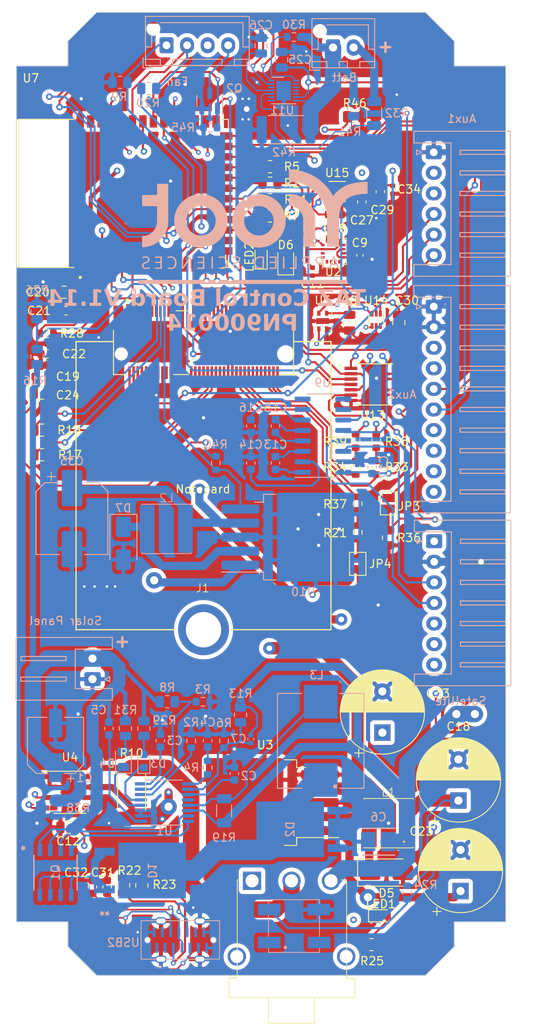
<source format=kicad_pcb>
(kicad_pcb (version 20221018) (generator pcbnew)
  (layers (0 "F.Cu" signal) (1 "In1.Cu" signal) (2 "In2.Cu" signal) (31 "B.Cu" signal) (34 "B.Paste" user) (35 "F.Paste" user) (36 "B.SilkS" user "B.Silkscreen") (37 "F.SilkS" user "F.Silkscreen") (38 "B.Mask" user) (39 "F.Mask" user) (44 "Edge.Cuts" user))
  (net 0 "")
  (net 1 "/Power Monitoring/PV+")
  (net 2 "GND")
  (net 3 "Net-(U1-COM3)")
  (net 4 "Net-(U1-COM1)")
  (net 5 "Net-(C4-Pad1)")
  (net 6 "Net-(U1-VG)")
  (net 7 "/Power Monitoring/12V_Power")
  (net 8 "Net-(U1-FB)")
  (net 9 "+3V3")
  (net 10 "Net-(U2-C1)")
  (net 11 "Net-(U9-C1+)")
  (net 12 "Net-(U9-C1-)")
  (net 13 "Net-(U9-VS+)")
  (net 14 "Net-(U9-C2+)")
  (net 15 "Net-(U9-C2-)")
  (net 16 "Net-(U9-VS-)")
  (net 17 "/MCU_RST")
  (net 18 "/Aux Connector/12V_System")
  (net 19 "Net-(U11-REG)")
  (net 20 "Net-(U15-CT)")
  (net 21 "NCVcc")
  (net 22 "/USB_Connector/USBD+")
  (net 23 "/USB_Connector/USBD-")
  (net 24 "+5V")
  (net 25 "/Aux Connector/Aux1-3")
  (net 26 "/Aux Connector/Aux1-2")
  (net 27 "/Aux Connector/Aux1-1")
  (net 28 "/Aux Connector/SDA")
  (net 29 "/Aux Connector/SCL")
  (net 30 "/Aux Connector/Aux2-3")
  (net 31 "/Aux Connector/Aux2-2")
  (net 32 "/Aux Connector/Aux2-1")
  (net 45 "/Notecard Connection/VACT_GPS_OUT")
  (net 55 "Net-(CN4-Pad40)")
  (net 57 "Net-(CN4-Pad42)")
  (net 64 "/Notecard Connection/MCU_BOOT")
  (net 68 "Net-(CN4-Pad56)")
  (net 69 "Net-(CN4-Pad58)")
  (net 71 "Net-(CN4-Pad60)")
  (net 78 "Net-(JP3-B)")
  (net 84 "/Aux Connector/PowerDetect")
  (net 85 "RS232_RX")
  (net 86 "RS232_TX")
  (net 87 "/Aux Connector/Iridiumon{slash}off")
  (net 88 "Net-(D1-Pad1)")
  (net 89 "Net-(D3-K)")
  (net 90 "Net-(D3-A)")
  (net 91 "Net-(D4-K)")
  (net 92 "Net-(D4-A)")
  (net 93 "Net-(D5-K)")
  (net 94 "Net-(D6-A)")
  (net 95 "Net-(D7-K)")
  (net 96 "NCReset")
  (net 97 "Net-(JP4-B)")
  (net 98 "Net-(U1-CSP)")
  (net 99 "Net-(Q1-G)")
  (net 100 "/FanEnable")
  (net 101 "Net-(Q2-D)")
  (net 102 "/Onboard sensors/GreenStatus")
  (net 103 "Net-(U1-TEMP)")
  (net 104 "Net-(U1-MPPT)")
  (net 105 "Net-(U1-COM2)")
  (net 106 "/Onboard sensors/RedStatus")
  (net 107 "/FANSpeedMeasure")
  (net 108 "/Power Monitoring/ADCSolarVoltage")
  (net 109 "/Notecard Connection/SDA_NC")
  (net 110 "/Notecard Connection/SCL_NC")
  (net 111 "/FANCTRLPWM")
  (net 112 "Net-(R21-Pad1)")
  (net 113 "Net-(USB2-CC1)")
  (net 114 "Net-(USB2-CC2)")
  (net 115 "TelemetryButton")
  (net 116 "/BlueStatus")
  (net 117 "Net-(U11-TH)")
  (net 118 "Net-(U11-CSN)")
  (net 119 "Net-(U11-CELLX)")
  (net 120 "Net-(R33-Pad2)")
  (net 121 "Net-(R34-Pad2)")
  (net 122 "/Notecard Connection/notecard_auxRX")
  (net 123 "/Notecard Connection/notecard_auxTX")
  (net 124 "/Solar Charging Control/5VEnable")
  (net 133 "unconnected-(U2-NC-Pad4)")
  (net 138 "/Aux Connector/ESP32TX")
  (net 139 "/Aux Connector/ESP32RX")
  (net 145 "NCEnable")
  (net 150 "ADCBat")
  (net 151 "/notecard_RST")
  (net 155 "/notecard_Vcc")
  (net 159 "/Aux Connector/NetworkAvailable")
  (net 160 "Net-(D1-Pad2)")
  (net 161 "/Power Monitoring/12V_SystemIN")
  (net 167 "Net-(LED1-A)")
  (net 168 "Net-(LED2-A)")
  (footprint "Jumper:SolderJumper-2_P1.3mm_Open_Pad1.0x1.5mm" (layer "F.Cu") (at 161.75 108.5 90)
    (fp_text reference "JP4")
    (fp_text value "SolderJumper")
  )
  (footprint "500ASSP1M6QE:SW_500ASSP1M6QE" (layer "F.Cu") (at 153.7 156.2)
    (fp_text reference "SW1" hide)
    (fp_text value "500ASSP1M6QE")
  )
  (footprint "Resistor_SMD:R_0805_2012Metric" (layer "F.Cu") (at 165.5 105.3375 -90)
    (fp_text reference "R36")
    (fp_text value "4.7kΩ")
  )
  (footprint "LED_SMD:LED_0603_1608Metric" (layer "F.Cu") (at 164.55 151.25)
    (fp_text reference "LED1")
    (fp_text value "Blue")
  )
  (footprint "Resistor_SMD:R_0603_1608Metric" (layer "F.Cu") (at 161.75 104.675 -90)
    (fp_text reference "R21")
    (fp_text value "100Ω")
  )
  (footprint "Capacitor_SMD:C_0603_1608Metric" (layer "F.Cu") (at 131.28 147.75 90)
    (fp_text reference "C31")
    (fp_text value "22pF")
  )
  (footprint "Resistor_SMD:R_0603_1608Metric" (layer "F.Cu") (at 164 96.825 90)
    (fp_text reference "R33")
    (fp_text value "100Ω")
  )
  (footprint "TPS22965DSGR(1):SON50P200X200X80-9N" (layer "F.Cu") (at 159.265 63.25)
    (fp_text reference "U15")
    (fp_text value "TPS22965DSGR")
  )
  (footprint "Capacitor_SMD:C_0805_2012Metric" (layer "F.Cu") (at 160.75 79.2 -90)
    (fp_text reference "C8")
    (fp_text value "100nF")
  )
  (footprint "Resistor_SMD:R_0805_2012Metric" (layer "F.Cu") (at 151.0875 62.25 180)
    (fp_text reference "R1")
    (fp_text value "100Ω")
  )
  (footprint "ESP32_S3_WROOM_1_N8R2(1):XCVR_ESP32-S3-WROOM-1-N8R2" (layer "F.Cu") (at 133.27 63.5 90)
    (fp_text reference "U7")
    (fp_text value "ESP32-S3-WROOM-1-N8R2")
  )
  (footprint "Package_SO:SOIC-8_3.9x4.9mm_P1.27mm" (layer "F.Cu") (at 126.75 136.25)
    (fp_text reference "U4")
    (fp_text value "INA219AxD")
  )
  (footprint "RootCustomizeFootprint:RootSMD Power Inductors" (layer "F.Cu") (at 165.5 140 90)
    (fp_text reference "L1")
    (fp_text value "33µH")
  )
  (footprint "Capacitor_SMD:C_0603_1608Metric" (layer "F.Cu") (at 158.975 66.05)
    (fp_text reference "C28")
    (fp_text value "1µF")
  )
  (footprint "Resistor_SMD:R_0805_2012Metric" (layer "F.Cu") (at 123.3375 92.25 180)
    (fp_text reference "R18")
    (fp_text value "100Ω")
  )
  (footprint "Package_LGA:LGA-16_3x3mm_P0.5mm" (layer "F.Cu") (at 158.77 70.52)
    (fp_text reference "U2")
    (fp_text value "QMC5883P")
  )
  (footprint "Resistor_SMD:R_0805_2012Metric" (layer "F.Cu") (at 151.0875 64.25 180)
    (fp_text reference "R11")
    (fp_text value "4.7kΩ")
  )
  (footprint "Capacitor_SMD:C_0805_2012Metric" (layer "F.Cu") (at 123.3 87.75)
    (fp_text reference "C24")
    (fp_text value "10µF")
  )
  (footprint "2199119_4(1):TE_2199119-4" (layer "F.Cu") (at 143 83)
    (fp_text reference "CN4" hide)
    (fp_text value "APCI0136-P001A")
  )
  (footprint "Capacitor_SMD:C_0402_1005Metric" (layer "F.Cu") (at 162.02 71.02 -90)
    (fp_text reference "C9")
    (fp_text value "4.7µF")
  )
  (footprint "Package_DFN_QFN:AMS_QFN-4-1EP_2x2mm_P0.95mm_EP0.7x1.6mm" (layer "F.Cu") (at 157.5 79 -90)
    (fp_text reference "U5")
    (fp_text value "ENS210-LQFM")
  )
  (footprint "Resistor_SMD:R_0603_1608Metric" (layer "F.Cu") (at 161.5 96.825 90)
    (fp_text reference "R34")
    (fp_text value "100Ω")
  )
  (footprint "Capacitor_SMD:C_0402_1005Metric" (layer "F.Cu") (at 166 63.05 -90)
    (fp_text reference "C34")
    (fp_text value "4.7µF")
  )
  (footprint "Resistor_SMD:R_0805_2012Metric" (layer "F.Cu") (at 163.4125 154.75)
    (fp_text reference "R25")
    (fp_text value "100Ω")
  )
  (footprint "LED_SMD:LED_0805_2012Metric" (layer "F.Cu") (at 153 71.71 90)
    (fp_text reference "D6")
    (fp_text value "Red")
  )
  (footprint "Capacitor_SMD:C_0603_1608Metric" (layer "F.Cu") (at 162.25 64.525 -90)
    (fp_text reference "C27")
    (fp_text value "1nF")
  )
  (footprint "Resistor_SMD:R_0805_2012Metric" (layer "F.Cu") (at 135.5 147.55 90)
    (fp_text reference "R23")
    (fp_text value "5.1kΩ")
  )
  (footprint "Capacitor_SMD:C_0603_1608Metric" (layer "F.Cu") (at 124 83 180)
    (fp_text reference "C22")
    (fp_text value "1µF")
  )
  (footprint "Resistor_SMD:R_0603_1608Metric" (layer "F.Cu") (at 123.925 80.5)
    (fp_text reference "R28")
    (fp_text value "10kΩ")
  )
  (footprint "Resistor_SMD:R_0603_1608Metric" (layer "F.Cu") (at 164 93.575 90)
    (fp_text reference "R35")
    (fp_text value "100Ω")
  )
  (footprint "Capacitor_SMD:C_0603_1608Metric" (layer "F.Cu") (at 129.5 147.75 90)
    (fp_text reference "C32")
    (fp_text value "22pF")
  )
  (footprint "Resistor_SMD:R_0805_2012Metric" (layer "F.Cu") (at 151.0875 60.25 180)
    (fp_text reference "R5")
    (fp_text value "243Ω")
  )
  (footprint "Package_TO_SOT_SMD:SOT-563" (layer "F.Cu") (at 164 78.85 90)
    (fp_text reference "U14")
    (fp_text value "TMP102AIDRLR")
  )
  (footprint "Resistor_SMD:R_0805_2012Metric" (layer "F.Cu") (at 123.3375 95.25 180)
    (fp_text reference "R17")
    (fp_text value "100Ω")
  )
  (footprint "Capacitor_SMD:C_0805_2012Metric" (layer "F.Cu") (at 126.55 140.5 180)
    (fp_text reference "C12")
    (fp_text value "100nF")
  )
  (footprint "Resistor_SMD:R_0603_1608Metric" (layer "F.Cu") (at 161.5 93.575 90)
    (fp_text reference "R39")
    (fp_text value "100Ω")
  )
  (footprint "Capacitor_SMD:C_0603_1608Metric" (layer "F.Cu") (at 123.3 85.75)
    (fp_text reference "C19")
    (fp_text value "100nF")
  )
  (footprint "Package_TO_SOT_SMD:TO-263-5_TabPin3" (layer "F.Cu") (at 149.5 137.5 180)
    (fp_text reference "U3")
    (fp_text value "LM2596R-3.3")
  )
  (footprint "Resistor_SMD:R_2512_6332Metric" (layer "F.Cu") (at 134.25 136.25 -90)
    (fp_text reference "R10")
    (fp_text value "0.1Ω")
  )
  (footprint "Capacitor_THT:CP_Radial_D10.0mm_P5.00mm" (layer "F.Cu") (at 174 137.25 90)
    (fp_text reference "C18")
    (fp_text value "470µF")
  )
  (footprint "Capacitor_THT:CP_Radial_D10.0mm_P5.00mm" (layer "F.Cu") (at 174.25 148.25 90)
    (fp_text reference "C23")
    (fp_text value "680µF")
  )
  (footprint "Capacitor_THT:CP_Radial_D10.0mm_P5.00mm" (layer "F.Cu") (at 164.75 129 90)
    (fp_text reference "C33")
    (fp_text value "680µF")
  )
  (footprint "SN74LVC08APWR(1):SOP65P640X120-14N" (layer "F.Cu") (at 163.8 86.7)
    (fp_text reference "U13")
    (fp_text value "SN74LVC08APWR")
  )
  (footprint "Capacitor_SMD:C_0805_2012Metric" (layer "F.Cu") (at 126.05 75.5 180)
    (fp_text reference "C20")
    (fp_text value "10µF")
  )
  (footprint "Capacitor_SMD:C_0603_1608Metric" (layer "F.Cu") (at 164.5 63.28 -90)
    (fp_text reference "C29")
    (fp_text value "100nF")
  )
  (footprint "Jumper:SolderJumper-2_P1.3mm_Open_Pad1.0x1.5mm" (layer "F.Cu") (at 165.5 101.15 90)
    (fp_text reference "JP3")
    (fp_text value "SolderJumper")
  )
  (footprint "Diode_SMD:D_SMA" (layer "F.Cu") (at 165.25 146)
    (fp_text reference "D5")
    (fp_text value "RB050L-60TE25")
  )
  (footprint "Resistor_SMD:R_0805_2012Metric" (layer "F.Cu") (at 151.0875 66.25 180)
    (fp_text reference "R7")
    (fp_text value "4.7kΩ")
  )
  (footprint "Resistor_SMD:R_0805_2012Metric" (layer "F.Cu") (at 161.384301 54.18675)
    (fp_text reference "R46")
    (fp_text value "100kΩ")
  )
  (footprint "Capacitor_SMD:C_0603_1608Metric" (layer "F.Cu") (at 126.27 77.75 180)
    (fp_text reference "C21")
    (fp_text value "100nF")
  )
  (footprint "RootCustomizeFootprint:Round nut stand off" (layer "F.Cu") (at 143 116.45)
    (fp_text reference "J1")
    (fp_text value "Screw_Terminal_01x01")
  )
  (footprint "Resistor_SMD:R_0603_1608Metric" (layer "F.Cu") (at 161.75 101.175 -90)
    (fp_text reference "R37")
    (fp_text value "100Ω")
  )
  (footprint "Capacitor_SMD:C_0402_1005Metric" (layer "F.Cu") (at 156.25 73 -90)
    (fp_text reference "C11")
    (fp_text value "100nF")
  )
  (footprint "Capacitor_SMD:C_0805_2012Metric" (layer "F.Cu") (at 166.75 79.2 -90)
    (fp_text reference "C30")
    (fp_text value "100nF")
  )
  (footprint "Resistor_SMD:R_0805_2012Metric" (layer "F.Cu") (at 133.28 147.55 90)
    (fp_text reference "R22")
    (fp_text value "5.1kΩ")
  )
  (footprint "LED_SMD:LED_0603_1608Metric" (layer "F.Cu") (at 150 71.2 90)
    (fp_text reference "LED2")
    (fp_text value "Green")
  )
  (footprint "Connector_JST:JST_XH_S10B-XH-A_1x10_P2.50mm_Horizontal" (layer "B.Cu") (at 171 77.25 -90)
    (fp_text reference "CN3" hide)
    (fp_text value "Aux Conn 2")
  )
  (footprint "Capacitor_SMD:CP_Elec_8x10.5" (layer "B.Cu") (at 127 103 -90)
    (fp_text reference "C35")
    (fp_text value "220µF")
  )
  (footprint "Capacitor_SMD:CP_Elec_6.3x7.7" (layer "B.Cu") (at 125 130.55 90)
    (fp_text reference "C1")
    (fp_text value "47µF")
  )
  (footprint "Inductor_SMD:L_Sunlord_MWSA1004S" (layer "B.Cu") (at 157.25 130 -90)
    (fp_text reference "L3")
    (fp_text value "15µH")
  )
  (footprint "VS50WQ03FN:DPAK_VIS" (layer "B.Cu") (at 136.75 145.75 90)
    (fp_text reference "D1")
    (fp_text value "50WQ03FN")
  )
  (footprint "430182043816:430182043816" (layer "B.Cu") (at 154 152.5)
    (fp_text reference "SW2" hide)
    (fp_text value "Telemitry Switch")
  )
  (footprint "LED_SMD:LED_0805_2012Metric" (layer "B.Cu") (at 133.25 132.25 90)
    (fp_text reference "D4")
    (fp_text value "Red")
  )
  (footprint "Package_SO:TSSOP-16_4.4x5mm_P0.65mm" (layer "B.Cu") (at 138.25 137.5)
    (fp_text reference "U1")
    (fp_text value "CN3722")
  )
  (footprint "Resistor_SMD:R_0603_1608Metric" (layer "B.Cu") (at 143.825 55.5)
    (fp_text reference "R45")
    (fp_text value "10kΩ")
  )
  (footprint "Resistor_SMD:R_0805_2012Metric" (layer "B.Cu") (at 138.5875 125.25)
    (fp_text reference "R8")
    (fp_text value "255kΩ")
  )
  (footprint "Capacitor_SMD:C_0603_1608Metric" (layer "B.Cu") (at 143.5 129.975 90)
    (fp_text reference "C4")
    (fp_text value "220nF")
  )
  (footprint "Resistor_SMD:R_0603_1608Metric" (layer "B.Cu") (at 154 44.5)
    (fp_text reference "R30")
    (fp_text value "10kΩ NTC")
  )
  (footprint "Resistor_SMD:R_0805_2012Metric" (layer "B.Cu") (at 133.5 128.5 -90)
    (fp_text reference "R31")
    (fp_text value "2.2kΩ")
  )
  (footprint "Capacitor_SMD:C_0603_1608Metric" (layer "B.Cu") (at 137.75 129.975 90)
    (fp_text reference "C3")
    (fp_text value "470pF")
  )
  (footprint "Connector_JST:JST_XH_B2B-XH-AM_1x02_P2.50mm_Vertical" (layer "B.Cu") (at 158.75 45.775)
    (fp_text reference "U6" hide)
    (fp_text value "Battery Socket")
  )
  (footprint "Capacitor_SMD:C_0805_2012Metric" (layer "B.Cu") (at 152.5 47.25 90)
    (fp_text reference "C25")
    (fp_text value "100nF")
  )
  (footprint "Capacitor_SMD:C_0603_1608Metric" (layer "B.Cu") (at 148.75 91.75 -90)
    (fp_text reference "C16")
    (fp_text value "100nF")
  )
  (footprint "Resistor_SMD:R_0805_2012Metric" (layer "B.Cu") (at 135.75 128.5 -90)
    (fp_text reference "R29")
    (fp_text value "2.2kΩ")
  )
  (footprint "VS50WQ03FN:DPAK_VIS" (layer "B.Cu") (at 153.5395 140.75 -90)
    (fp_text reference "D2")
    (fp_text value "50WQ03FN")
  )
  (footprint "Capacitor_SMD:C_0805_2012Metric" (layer "B.Cu") (at 150 45.55 90)
    (fp_text reference "C26")
    (fp_text value "0.47µF")
  )
  (footprint "Connector_JST:JST_XH_B4B-XH-AM_1x04_P2.50mm_Vertical" (layer "B.Cu") (at 138.5 45.5)
    (fp_text reference "U8" hide)
    (fp_text value "Fan Connector")
  )
  (footprint "Resistor_SMD:R_2512_6332Metric" (layer "B.Cu") (at 153.0375 55.75 180)
    (fp_text reference "R42")
    (fp_text value "10mΩ")
  )
  (footprint "AO4459:SO8_SOP-8L_AOS" (layer "B.Cu") (at 125 146 -90)
    (fp_text reference "Q1")
    (fp_text value "AO4459")
  )
  (footprint "Resistor_SMD:R_0805_2012Metric" (layer "B.Cu") (at 136.3375 50.75)
    (fp_text reference "R20")
    (fp_text value "4.7kΩ")
  )
  (footprint "RootCustomizeFootprint:RootSMD Power Inductors" (layer "B.Cu") (at 138.5 104.25 -90)
    (fp_text reference "L2")
    (fp_text value "33µH")
  )
  (footprint "Capacitor_SMD:C_0603_1608Metric" (layer "B.Cu") (at 131.5 128.5 -90)
    (fp_text reference "C5")
    (fp_text value "100nF")
  )
  (footprint "LED_SMD:LED_0603_1608Metric" (layer "B.Cu") (at 135.75 132.4625 90)
    (fp_text reference "D3")
    (fp_text value "Green")
  )
  (footprint "Resistor_SMD:R_1206_3216Metric" (layer "B.Cu") (at 163.75 53.7875 -90)
    (fp_text reference "R32")
    (fp_text value "1.8MΩ")
  )
  (footprint "Resistor_SMD:R_0603_1608Metric" (layer "B.Cu") (at 142.925 125.25)
    (fp_text reference "R3")
    (fp_text value "13.7kΩ")
  )
  (footprint "Resistor_SMD:R_0603_1608Metric" (layer "B.Cu") (at 141.5 130 90)
    (fp_text reference "R2")
    (fp_text value "10kΩ NTC")
  )
  (footprint "Capacitor_SMD:C_0603_1608Metric" (layer "B.Cu") (at 146.75 133.975 90)
    (fp_text reference "C2")
    (fp_text value "100nF")
  )
  (footprint "Resistor_SMD:R_0805_2012Metric" (layer "B.Cu") (at 147.5 126.8375 -90)
    (fp_text reference "R13")
    (fp_text value "340kΩ")
  )
  (footprint "Capacitor_SMD:C_0603_1608Metric" (layer "B.Cu") (at 148.75 96.25 90)
    (fp_text reference "C14")
    (fp_text value "100nF")
  )
  (footprint "Connector_JST:JST_XH_S6B-XH-A_1x06_P2.50mm_Horizontal" (layer "B.Cu") (at 171 58.5 -90)
    (fp_text reference "CN2" hide)
    (fp_text value "Auxilary Conn")
  )
  (footprint "Resistor_SMD:R_1206_3216Metric" (layer "B.Cu") (at 145.5 138.5 90)
    (fp_text reference "R19")
    (fp_text value "66mΩ")
  )
  (footprint "Resistor_SMD:R_0805_2012Metric" (layer "B.Cu") (at 161.25 53.2 90)
    (fp_text reference "R41")
    (fp_text value "200kΩ")
  )
  (footprint "Package_DFN_QFN:TDFN-14-1EP_3x3mm_P0.4mm_EP1.78x2.35mm" (layer "B.Cu") (at 152.75 51 180)
    (fp_text reference "U11")
    (fp_text value "MAX17261xxTD")
  )
  (footprint "TR3B106K025C1300:CAP_TR3B_VIS-M" (layer "B.Cu") (at 164.260937 142.25 180)
    (fp_text reference "C6")
    (fp_text value "10µF")
  )
  (footprint "RootCustomizeFootprint:GTUSB7090" (layer "B.Cu") (at 140.2 154.2 90)
    (fp_text reference "USB2")
    (fp_text value "GT-USB-7090C" hide)
    (fp_circle (center 0 -4) (end 0.35 -4) (stroke (width 0.05)) (fill none) (layer "Edge.Cuts"))
    (fp_circle (center 0 4) (end 0.35 4.02) (stroke (width 0.05)) (fill none) (layer "Edge.Cuts"))
  )
  (footprint "Package_TO_SOT_SMD:SOT-23" (layer "B.Cu") (at 143.75 52.25 90)
    (fp_text reference "Q2")
    (fp_text value "IRLML6244")
  )
  (footprint "Resistor_SMD:R_0603_1608Metric" (layer "B.Cu") (at 167.75 148.425 -90)
    (fp_text reference "R24")
    (fp_text value "10kΩ")
  )
  (footprint "Diode_SMD:D_SMA" (layer "B.Cu") (at 133.25 106 -90)
    (fp_text reference "D7")
    (fp_text value "RB050L-60TE25")
  )
  (footprint "Resistor_SMD:R_0805_2012Metric" (layer "B.Cu") (at 132.8375 50 180)
    (fp_text reference "R9")
    (fp_text value "4.7kΩ")
  )
  (footprint "Capacitor_SMD:C_0402_1005Metric" (layer "B.Cu") (at 148.75 129.77 -90)
    (fp_text reference "C7")
    (fp_text value "2pF")
  )
  (footprint "Resistor_SMD:R_0603_1608Metric" (layer "B.Cu") (at 144.5 96.25 -90)
    (fp_text reference "R40")
    (fp_text value "10kΩ")
  )
  (footprint "Package_TO_SOT_SMD:TO-263-5_TabPin3" (layer "B.Cu") (at 155.125 105.25)
    (fp_text reference "U10")
    (fp_text value "LM2596R-5.0")
  )
  (footprint "Connector_JST:JST_XH_S7B-XH-A_1x07_P2.50mm_Horizontal" (layer "B.Cu") (at 171.05 105.75 -90)
    (fp_text reference "CN5" hide)
    (fp_text value "RS232 Conn")
  )
  (footprint "Package_SO:SOIC-16_3.9x9.9mm_P1.27mm" (layer "B.Cu") (at 157.525 92.925)
    (fp_text reference "U9")
    (fp_text value "MAX3232")
  )
  (footprint "Resistor_SMD:R_0805_2012Metric" (layer "B.Cu") (at 122.75 77.8375 90)
    (fp_text reference "R26")
    (fp_text value "4.99kΩ")
  )
  (footprint "Resistor_SMD:R_0603_1608Metric" (layer "B.Cu") (at 145.5 130 90)
    (fp_text reference "R6")
    (fp_text value "68kΩ")
  )
  (footprint "Capacitor_SMD:C_0603_1608Metric" (layer "B.Cu") (at 151.75 91.75 90)
    (fp_text reference "C15")
    (fp_text value "100nF")
  )
  (footprint "Resistor_SMD:R_0805_2012Metric" (layer "B.Cu") (at 125 138.1625 -90)
    (fp_text reference "R38")
    (fp_text value "20kΩ")
  )
  (footprint "Capacitor_SMD:C_0603_1608Metric" (layer "B.Cu") (at 151.75 96.25 90)
    (fp_text reference "C13")
    (fp_text value "100nF")
  )
  (footprint "Resistor_SMD:R_0603_1608Metric" (layer "B.Cu") (at 143.5 133.25 90)
    (fp_text reference "R4")
    (fp_text value "120Ω")
  )
  (footprint "Connector_JST:JST_XH_S2B-XH-A_1x02_P2.50mm_Horizontal" (layer "B.Cu") (at 129.5 122.5 90)
    (fp_text reference "CN1" hide)
    (fp_text value "Solar Panel")
  )
  (footprint "Capacitor_SMD:C_0603_1608Metric" (layer "B.Cu") (at 163.5 96.75 90)
    (fp_text reference "C17")
    (fp_text value "100nF")
  )
  (footprint "Resistor_SMD:R_0805_2012Metric" (layer "B.Cu") (at 122.75 83.3375 90)
    (fp_text reference "R16")
    (fp_text value "33.2kΩ")
  )
  (gr_poly (pts (xy 154.145169 72.502159) (xy 153.483074 72.502159) (xy 153.483074 72.660242) (xy 154.319677 72.660242) (xy 154.319677 71.15949) (xy 154.145169 71.15949)) (fill solid) (layer "B.SilkS"))
  (gr_poly (pts (xy 153.384409 62.057534) (xy 153.619208 62.063403) (xy 153.851014 62.080824) (xy 154.079547 62.109515) (xy 154.304525 62.149196) (xy 154.525669 62.199586) (xy 154.742697 62.260404) (xy 154.955328 62.33137) (xy 155.163282 62.412202) (xy 155.366278 62.502619) (xy 155.564036 62.602342) (xy 155.756274 62.711089) (xy 155.942712 62.82858) (xy 156.123068 62.954533) (xy 156.297063 63.088668) (xy 156.464416 63.230703) (xy 156.624845 63.380359) (xy 156.77807 63.537355) (xy 156.923811 63.701409) (xy 157.061786 63.872241) (xy 157.191714 64.04957) (xy 157.313316 64.233115) (xy 157.426309 64.422596) (xy 157.530414 64.617731) (xy 157.62535 64.81824) (xy 157.710836 65.023843) (xy 157.78659 65.234257) (xy 157.852333 65.449203) (xy 157.907784 65.6684) (xy 157.952662 65.891566) (xy 157.986686 66.118422) (xy 158.009575 66.348686) (xy 158.021049 66.582077) (xy 158.020622 66.615663) (xy 158.020424 66.632469) (xy 158.02034 66.649371) (xy 158.021902 66.649371) (xy 158.022253 66.672488) (xy 158.022419 66.684048) (xy 158.02249 66.695631) (xy 158.02249 69.982601) (xy 159.488555 69.982601) (xy 159.488555 66.695631) (xy 159.488435 66.665226) (xy 159.488111 66.634853) (xy 159.487079 66.574168) (xy 159.493708 66.350304) (xy 159.508364 66.135754) (xy 159.531077 65.930454) (xy 159.561874 65.734338) (xy 159.600786 65.54734) (xy 159.647839 65.369395) (xy 159.674428 65.283797) (xy 159.703063 65.200437) (xy 159.733748 65.119308) (xy 159.766487 65.0404) (xy 159.801283 64.963707) (xy 159.838139 64.88922) (xy 159.87706 64.81693) (xy 159.918049 64.74683) (xy 159.961108 64.678911) (xy 160.006243 64.613165) (xy 160.053457 64.549584) (xy 160.102753 64.488159) (xy 160.154134 64.428883) (xy 160.207605 64.371748) (xy 160.263168 64.316744) (xy 160.320829 64.263864) (xy 160.380589 64.2131) (xy 160.442453 64.164444) (xy 160.506424 64.117887) (xy 160.572506 64.073421) (xy 160.677118 64.009656) (xy 160.787281 63.950109) (xy 160.90306 63.894764) (xy 161.02452 63.843609) (xy 161.151727 63.796627) (xy 161.284746 63.753806) (xy 161.423641 63.715131) (xy 161.568477 63.680588) (xy 161.71932 63.650161) (xy 161.876235 63.623838) (xy 162.039287 63.601604) (xy 162.20854 63.583444) (xy 162.38406 63.569345) (xy 162.565911 63.559292) (xy 162.75416 63.55327) (xy 162.94887 63.551266) (xy 162.94887 62.085197) (xy 162.608859 62.089895) (xy 162.238181 62.108066) (xy 162.043609 62.124114) (xy 161.844091 62.145822) (xy 161.640532 62.173956) (xy 161.43384 62.209279) (xy 161.224922 62.252556) (xy 161.014683 62.304551) (xy 160.804031 62.366028) (xy 160.593872 62.437751) (xy 160.385113 62.520485) (xy 160.178661 62.614994) (xy 159.975421 62.722042) (xy 159.776302 62.842394) (xy 159.701211 62.892236) (xy 159.627749 62.94357) (xy 159.555918 62.996394) (xy 159.485718 63.050706) (xy 159.417148 63.106503) (xy 159.350211 63.163782) (xy 159.284906 63.22254) (xy 159.221233 63.282775) (xy 159.159194 63.344485) (xy 159.098788 63.407666) (xy 159.040016 63.472316) (xy 158.982879 63.538433) (xy 158.927378 63.606013) (xy 158.873511 63.675054) (xy 158.821281 63.745554) (xy 158.770687 63.817509) (xy 158.717239 63.719961) (xy 158.661959 63.623333) (xy 158.604857 63.527647) (xy 158.545941 63.432925) (xy 158.485221 63.339188) (xy 158.422704 63.246459) (xy 158.3584 63.154759) (xy 158.292318 63.06411) (xy 158.224466 62.974533) (xy 158.154853 62.88605) (xy 158.083488 62.798683) (xy 158.010381 62.712454) (xy 157.935538 62.627384) (xy 157.858971 62.543494) (xy 157.780686 62.460808) (xy 157.700694 62.379345) (xy 157.480139 62.16927) (xy 157.251091 61.971506) (xy 157.013965 61.786225) (xy 156.769175 61.613598) (xy 156.517133 61.453796) (xy 156.258255 61.306992) (xy 155.992952 61.173355) (xy 155.721639 61.053059) (xy 155.44473 60.946273) (xy 155.162638 60.853169) (xy 154.875777 60.773919) (xy 154.58456 60.708693) (xy 154.289401 60.657664) (xy 153.990714 60.621003) (xy 153.688912 60.59888) (xy 153.384409 60.591468)) (fill solid) (layer "B.SilkS"))
  (gr_poly (pts (xy 142.517723 63.583164) (xy 142.352882 63.595739) (xy 142.19041 63.616446) (xy 142.030513 63.645078) (xy 141.873397 63.681431) (xy 141.719268 63.725298) (xy 141.568332 63.776473) (xy 141.420795 63.834751) (xy 141.276861 63.899926) (xy 141.136738 63.971793) (xy 141.00063 64.050144) (xy 140.868744 64.134775) (xy 140.741285 64.22548) (xy 140.61846 64.322053) (xy 140.500474 64.424288) (xy 140.387532 64.531979) (xy 140.279841 64.644921) (xy 140.177607 64.762908) (xy 140.081034 64.885733) (xy 139.99033 65.013192) (xy 139.905699 65.145078) (xy 139.827348 65.281185) (xy 139.755482 65.421309) (xy 139.690307 65.565242) (xy 139.632029 65.71278) (xy 139.580854 65.863715) (xy 139.536987 66.017844) (xy 139.500635 66.174959) (xy 139.472003 66.334855) (xy 139.451296 66.497326) (xy 139.438721 66.662167) (xy 139.434484 66.829171) (xy 139.438721 66.996176) (xy 139.451296 67.161016) (xy 139.472003 67.323488) (xy 139.500635 67.483384) (xy 139.536987 67.640499) (xy 139.580854 67.794627) (xy 139.632029 67.945563) (xy 139.690307 68.0931) (xy 139.755482 68.237034) (xy 139.827348 68.377157) (xy 139.905699 68.513265) (xy 139.99033 68.645151) (xy 140.081034 68.772609) (xy 140.177607 68.895435) (xy 140.279841 69.013421) (xy 140.387532 69.126363) (xy 140.500474 69.234054) (xy 140.61846 69.336289) (xy 140.741285 69.432862) (xy 140.868744 69.523567) (xy 141.00063 69.608198) (xy 141.136738 69.68655) (xy 141.276861 69.758416) (xy 141.420795 69.823591) (xy 141.568332 69.881869) (xy 141.719268 69.933045) (xy 141.873397 69.976912) (xy 142.030513 70.013264) (xy 142.19041 70.041897) (xy 142.352882 70.062603) (xy 142.517723 70.075178) (xy 142.684728 70.079416) (xy 142.851732 70.075178) (xy 143.016574 70.062604) (xy 143.179046 70.041897) (xy 143.338943 70.013265) (xy 143.496058 69.976913) (xy 143.650187 69.933046) (xy 143.801123 69.881871) (xy 143.948661 69.823593) (xy 144.092595 69.758418) (xy 144.232718 69.686552) (xy 144.368826 69.608201) (xy 144.500712 69.52357) (xy 144.62817 69.432866) (xy 144.750996 69.336293) (xy 144.868982 69.234059) (xy 144.981924 69.126368) (xy 145.089615 69.013426) (xy 145.191849 68.89544) (xy 145.288422 68.772615) (xy 145.379126 68.645156) (xy 145.463757 68.51327) (xy 145.542108 68.377163) (xy 145.613974 68.237039) (xy 145.679149 68.093106) (xy 145.737427 67.945568) (xy 145.788602 67.794632) (xy 145.832468 67.640503) (xy 145.868821 67.483387) (xy 145.897453 67.32349) (xy 145.91816 67.161018) (xy 145.930734 66.996177) (xy 145.934972 66.829171) (xy 144.468903 66.829171) (xy 144.466577 66.920846) (xy 144.459674 67.011333) (xy 144.448308 67.100519) (xy 144.43259 67.188292) (xy 144.412635 67.274538) (xy 144.388555 67.359145) (xy 144.360463 67.441999) (xy 144.328472 67.522988) (xy 144.292695 67.601998) (xy 144.253245 67.678917) (xy 144.210235 67.753631) (xy 144.163778 67.826028) (xy 144.113987 67.895995) (xy 144.060975 67.963418) (xy 144.004854 68.028185) (xy 143.945739 68.090183) (xy 143.883741 68.149298) (xy 143.818974 68.205419) (xy 143.75155 68.258431) (xy 143.681584 68.308222) (xy 143.609187 68.354679) (xy 143.534472 68.397689) (xy 143.457554 68.437139) (xy 143.378544 68.472916) (xy 143.297555 68.504907) (xy 143.214701 68.532999) (xy 143.130094 68.557079) (xy 143.043848 68.577034) (xy 142.956075 68.592752) (xy 142.866889 68.604118) (xy 142.776402 68.611021) (xy 142.684727 68.613347) (xy 142.593052 68.611021) (xy 142.502565 68.604118) (xy 142.413379 68.592752) (xy 142.325606 68.577034) (xy 142.23936 68.557079) (xy 142.154753 68.532999) (xy 142.071899 68.504907) (xy 141.99091 68.472916) (xy 141.9119 68.437139) (xy 141.834981 68.397689) (xy 141.760267 68.354679) (xy 141.68787 68.308222) (xy 141.617903 68.258431) (xy 141.55048 68.205419) (xy 141.485713 68.149298) (xy 141.423715 68.090183) (xy 141.3646 68.028185) (xy 141.308479 67.963418) (xy 141.255467 67.895995) (xy 141.205676 67.826028) (xy 141.159219 67.753631) (xy 141.116209 67.678917) (xy 141.076759 67.601998) (xy 141.040982 67.522988) (xy 141.008991 67.441999) (xy 140.980899 67.359145) (xy 140.956819 67.274538) (xy 140.936864 67.188292) (xy 140.921146 67.100519) (xy 140.90978 67.011333) (xy 140.902877 66.920846) (xy 140.900551 66.829171) (xy 140.902877 66.737497) (xy 140.90978 66.64701) (xy 140.921146 66.557823) (xy 140.936864 66.47005) (xy 140.956819 66.383804) (xy 140.980899 66.299198) (xy 141.008991 66.216343) (xy 141.040982 66.135355) (xy 141.076759 66.056345) (xy 141.116209 65.979426) (xy 141.159219 65.904712) (xy 141.205676 65.832315) (xy 141.255467 65.762348) (xy 141.308479 65.694925) (xy 141.3646 65.630158) (xy 141.423715 65.56816) (xy 141.485713 65.509044) (xy 141.55048 65.452924) (xy 141.617903 65.399912) (xy 141.68787 65.350121) (xy 141.760267 65.303664) (xy 141.834981 65.260654) (xy 141.9119 65.221204) (xy 141.99091 65.185427) (xy 142.071899 65.153436) (xy 142.154753 65.125344) (xy 142.23936 65.101264) (xy 142.325606 65.081309) (xy 142.413379 65.065591) (xy 142.502565 65.054225) (xy 142.593052 65.047322) (xy 142.684727 65.044996) (xy 142.776402 65.047322) (xy 142.866889 65.054225) (xy 142.956076 65.065591) (xy 143.043848 65.081309) (xy 143.130095 65.101264) (xy 143.214701 65.125344) (xy 143.297556 65.153436) (xy 143.378544 65.185427) (xy 143.457555 65.221204) (xy 143.534473 65.260654) (xy 143.609188 65.303664) (xy 143.681585 65.350121) (xy 143.751551 65.399912) (xy 143.818975 65.452924) (xy 143.883742 65.509044) (xy 143.945739 65.56816) (xy 144.004855 65.630158) (xy 144.060975 65.694925) (xy 144.113987 65.762348) (xy 144.163778 65.832315) (xy 144.210235 65.904712) (xy 144.253245 65.979426) (xy 144.292695 66.056345) (xy 144.328472 66.135355) (xy 144.360463 66.216343) (xy 144.388555 66.299198) (xy 144.412635 66.383804) (xy 144.43259 66.47005) (xy 144.448308 66.557823) (xy 144.459674 66.64701) (xy 144.466577 66.737497) (xy 144.468903 66.829171) (xy 145.934972 66.829171) (xy 145.930734 66.662166) (xy 145.91816 66.497324) (xy 145.897453 66.334852) (xy 145.868821 66.174955) (xy 145.832468 66.01784) (xy 145.788602 65.863711) (xy 145.737427 65.712775) (xy 145.679149 65.565237) (xy 145.613974 65.421303) (xy 145.542108 65.28118) (xy 145.463757 65.145072) (xy 145.379126 65.013186) (xy 145.288422 64.885728) (xy 145.191849 64.762902) (xy 145.089615 64.644916) (xy 144.981924 64.531975) (xy 144.868982 64.424284) (xy 144.750996 64.322049) (xy 144.628171 64.225477) (xy 144.500712 64.134772) (xy 144.368826 64.050141) (xy 144.232719 63.97179) (xy 144.092595 63.899924) (xy 143.948662 63.83475) (xy 143.801124 63.776472) (xy 143.650188 63.725297) (xy 143.49606 63.68143) (xy 143.338944 63.645078) (xy 143.179047 63.616445) (xy 143.016575 63.595739) (xy 142.851734 63.583164) (xy 142.684729 63.578927)) (fill solid) (layer "B.SilkS"))
  (gr_poly (pts (xy 146.973706 71.138254) (xy 146.946154 71.139217) (xy 146.918883 71.140821) (xy 146.891893 71.143068) (xy 146.865183 71.145956) (xy 146.838755 71.149486) (xy 146.812608 71.153657) (xy 146.786741 71.158469) (xy 146.761155 71.163924) (xy 146.735849 71.170019) (xy 146.710825 71.176755) (xy 146.686081 71.184133) (xy 146.661618 71.192152) (xy 146.637435 71.200812) (xy 146.613532 71.210112) (xy 146.589911 71.220054) (xy 146.644313 71.371978) (xy 146.667497 71.362533) (xy 146.6906 71.353696) (xy 146.713624 71.345469) (xy 146.736568 71.337851) (xy 146.759431 71.330842) (xy 146.782215 71.324443) (xy 146.804919 71.318653) (xy 146.827543 71.313472) (xy 146.850086 71.3089) (xy 146.87255 71.304938) (xy 146.894933 71.301585) (xy 146.917236 71.298842) (xy 146.939458 71.296709) (xy 146.961601 71.295185) (xy 146.983663 71.29427) (xy 147.005644 71.293965) (xy 147.02273 71.294198) (xy 147.039343 71.294896) (xy 147.055483 71.296059) (xy 147.07115 71.297687) (xy 147.086343 71.299781) (xy 147.101064 71.30234) (xy 147.115311 71.305363) (xy 147.129085 71.308852) (xy 147.142386 71.312806) (xy 147.155213 71.317225) (xy 147.167567 71.322109) (xy 147.179448 71.327458) (xy 147.190855 71.333272) (xy 147.201789 71.339551) (xy 147.212249 71.346294) (xy 147.222236 71.353503) (xy 147.231682 71.361129) (xy 147.240518 71.369115) (xy 147.248745 71.377461) (xy 147.256363 71.386168) (xy 147.263372 71.395235) (xy 147.269772 71.404662) (xy 147.275562 71.41445) (xy 147.280743 71.424599) (xy 147.285315 71.435108) (xy 147.289277 71.445978) (xy 147.29263 71.457208) (xy 147.295373 71.468799) (xy 147.297507 71.480751) (xy 147.299031 71.493064) (xy 147.299945 71.505737) (xy 147.30025 71.518771) (xy 147.300138 71.528416) (xy 147.299801 71.53784) (xy 147.299239 71.547043) (xy 147.298452 71.556025) (xy 147.297441 71.564786) (xy 147.296206 71.573326) (xy 147.294746 71.581645) (xy 147.293061 71.589743) (xy 147.291152 71.59762) (xy 147.289018 71.605276) (xy 147.286661 71.612711) (xy 147.284078 71.619925) (xy 147.281272 71.626918) (xy 147.278241 71.63369) (xy 147.274986 71.640241) (xy 147.271506 71.646571) (xy 147.26776 71.652764) (xy 147.263706 71.658892) (xy 147.259342 71.664956) (xy 147.25467 71.670955) (xy 147.249688 71.67689) (xy 147.244398 71.68276) (xy 147.238798 71.688566) (xy 147.23289 71.694308) (xy 147.226672 71.699985) (xy 147.220146 71.705599) (xy 147.213311 71.711148) (xy 147.206166 71.716633) (xy 147.198713 71.722054) (xy 147.190951 71.727411) (xy 147.18288 71.732704) (xy 147.1745 71.737933) (xy 147.156302 71.748463) (xy 147.135844 71.759267) (xy 147.113126 71.770343) (xy 147.088146 71.781692) (xy 147.060905 71.793312) (xy 147.031402 71.805205) (xy 146.999637 71.817368) (xy 146.965608 71.829803) (xy 146.908883 71.851045) (xy 146.856762 71.872669) (xy 146.832427 71.883625) (xy 146.809244 71.894677) (xy 146.787212 71.905824) (xy 146.766331 71.917067) (xy 146.746601 71.928406) (xy 146.728022 71.939841) (xy 146.710594 71.951372) (xy 146.694317 71.962999) (xy 146.679191 71.974722) (xy 146.665216 71.986541) (xy 146.652392 71.998456) (xy 146.640719 72.010467) (xy 146.629968 72.022756) (xy 146.619911 72.035493) (xy 146.610548 72.048679) (xy 146.601877 72.062313) (xy 146.5939 72.076396) (xy 146.586616 72.090927) (xy 146.580026 72.105908) (xy 146.574129 72.121337) (xy 146.568926 72.137214) (xy 146.564416 72.153541) (xy 146.560601 72.170317) (xy 146.557478 72.187542) (xy 146.55505 72.205216) (xy 146.553315 72.223339) (xy 146.552274 72.241912) (xy 146.551927 72.260933) (xy 146.551925 72.26093) (xy 146.552487 72.285356) (xy 146.554171 72.3091) (xy 146.556977 72.332162) (xy 146.560906 72.354542) (xy 146.565958 72.376239) (xy 146.572132 72.397255) (xy 146.57943 72.417588) (xy 146.58785 72.437239) (xy 146.597393 72.456208) (xy 146.608059 72.474496) (xy 146.619847 72.492102) (xy 146.632759 72.509026) (xy 146.646794 72.525269) (xy 146.661951 72.54083) (xy 146.678232 72.555709) (xy 146.695636 72.569907) (xy 146.714002 72.583332) (xy 146.73317 72.595891) (xy 146.753139 72.607583) (xy 146.77391 72.618409) (xy 146.795483 72.62837) (xy 146.817858 72.637464) (xy 146.841034 72.645692) (xy 146.865012 72.653054) (xy 146.889792 72.65955) (xy 146.915374 72.665179) (xy 146.941758 72.669943) (xy 146.968944 72.673841) (xy 146.996932 72.676872) (xy 147.025721 72.679037) (xy 147.055313 72.680336) (xy 147.085707 72.680769) (xy 147.150507 72.679696) (xy 147.211457 72.676473) (xy 147.268555 72.671102) (xy 147.29566 72.667611) (xy 147.321804 72.663582) (xy 147.346984 72.659016) (xy 147.371203 72.653911) (xy 147.394459 72.64827) (xy 147.416754 72.64209) (xy 147.438086 72.635373) (xy 147.458456 72.628117) (xy 147.477865 72.620324) (xy 147.496312 72.611992) (xy 147.496312 72.443644) (xy 147.472958 72.453142) (xy 147.44909 72.462126) (xy 147.424709 72.470596) (xy 147.399816 72.478553) (xy 147.374409 72.485995) (xy 147.34849 72.492923) (xy 147.322058 72.499337) (xy 147.295114 72.505236) (xy 147.267947 72.510535) (xy 147.240843 72.515125) (xy 147.213802 72.519007) (xy 147.186825 72.522182) (xy 147.15991 72.52465) (xy 147.133059 72.526412) (xy 147.106272 72.527468) (xy 147.079547 72.527821) (xy 147.05807 72.527562) (xy 147.037266 72.526786) (xy 147.017136 72.525493) (xy 146.997681 72.523682) (xy 146.978899 72.521355) (xy 146.960792 72.51851) (xy 146.943358 72.515148) (xy 146.926598 72.511268) (xy 146.910512 72.506872) (xy 146.895099 72.501958) (xy 146.88036 72.496527) (xy 146.866294 72.490578) (xy 146.852901 72.484113) (xy 146.840181 72.47713) (xy 146.828135 72.46963) (xy 146.816762 72.461612) (xy 146.80607 72.453134) (xy 146.796069 72.444251) (xy 146.786758 72.434963) (xy 146.778136 72.42527) (xy 146.770204 72.415173) (xy 146.762963 72.40467) (xy 146.756411 72.393763) (xy 146.750549 72.38245) (xy 146.745376 72.370732) (xy 146.740894 72.358609) (xy 146.737101 72.346081) (xy 146.733998 72.333147) (xy 146.731584 72.319807) (xy 146.72986 72.306062) (xy 146.728826 72.291911) (xy 146.728481 72.277354) (xy 146.728603 72.267714) (xy 146.72897 72.258295) (xy 146.729581 72.249096) (xy 146.730437 72.240117) (xy 146.731537 72.231358) (xy 146.732882 72.22282) (xy 146.734471 72.214502) (xy 146.736305 72.206404) (xy 146.738384 72.198527) (xy 146.740708 72.19087) (xy 146.743276 72.183433) (xy 146.746089 72.176217) (xy 146.749147 72.169221) (xy 146.75245 72.162445) (xy 146.755998 72.155889) (xy 146.75979 72.149554) (xy 146.76387 72.143364) (xy 146.768279 72.137233) (xy 146.773016 72.131162) (xy 146.778081 72.125151) (xy 146.783475 72.119199) (xy 146.789198 72.113307) (xy 146.795249 72.107475) (xy 146.801628 72.101703) (xy 146.808337 72.09599) (xy 146.815374 72.090338) (xy 146.822739 72.084745) (xy 146.830433 72.079213) (xy 146.838456 72.07374) (xy 146.846807 72.068327) (xy 146.855487 72.062975) (xy 146.864496 72.057683) (xy 146.884036 72.046991) (xy 146.905968 72.035944) (xy 146.93029 72.024543) (xy 146.957003 72.012787) (xy 146.986107 72.000676) (xy 147.017601 71.988211) (xy 147.051486 71.975391) (xy 147.087762 71.962216) (xy 147.11347 71.952742) (xy 147.138245 71.943052) (xy 147.162084 71.933145) (xy 147.18499 71.923022) (xy 147.206961 71.912682) (xy 147.227998 71.902125) (xy 147.248101 71.891352) (xy 147.267269 71.880362) (xy 147.285504 71.869155) (xy 147.302804 71.857731) (xy 147.31917 71.846091) (xy 147.334602 71.834233) (xy 147.3491 71.822158) (xy 147.362664 71.809867) (xy 147.375294 71.797358) (xy 147.386991 71.784632) (xy 147.397869 71.771558) (xy 147.408045 71.757994) (xy 147.417519 71.743941) (xy 147.426291 71.729399) (xy 147.434361 71.714367) (xy 147.441729 71.698845) (xy 147.448396 71.682835) (xy 147.45436 71.666334) (xy 147.459622 71.649345) (xy 147.464183 71.631865) (xy 147.468042 71.613897) (xy 147.471199 71.595439) (xy 147.473654 71.576492) (xy 147.475408 71.557055) (xy 147.476461 71.537129) (xy 147.476811 71.516713) (xy 147.476302 71.495307) (xy 147.474774 71.474453) (xy 147.472227 71.454153) (xy 147.468662 71.434407) (xy 147.464078 71.415213) (xy 147.458476 71.396572) (xy 147.451855 71.378485) (xy 147.444216 71.360951) (xy 147.435558 71.343969) (xy 147.425883 71.327541) (xy 147.415189 71.311666) (xy 147.403476 71.296344) (xy 147.390746 71.281574) (xy 147.376997 71.267358) (xy 147.36223 71.253694) (xy 147.346446 71.240584) (xy 147.329823 71.228155) (xy 147.312542 71.216528) (xy 147.294603 71.205702) (xy 147.276007 71.195678) (xy 147.256753 71.186456) (xy 147.236841 71.178035) (xy 147.216271 71.170416) (xy 147.195044 71.163599) (xy 147.173158 71.157584) (xy 147.150615 71.152371) (xy 147.127414 71.147959) (xy 147.103554 71.14435) (xy 147.079037 71.141543) (xy 147.053863 71.139537) (xy 147.02803 71.138334) (xy 147.001539 71.137933)) (fill solid) (layer "B.SilkS"))
  (gr_poly (pts (xy 152.663597 72.660242) (xy 152.838105 72.660242) (xy 152.838105 71.15949) (xy 152.663597 71.15949)) (fill solid) (layer "B.SilkS"))
  (gr_poly (pts (xy 155.485165 71.161194) (xy 155.421442 71.166319) (xy 155.362114 71.17486) (xy 155.30718 71.186817) (xy 155.281361 71.194077) (xy 155.256641 71.20219) (xy 155.233019 71.211158) (xy 155.210496 71.22098) (xy 155.189072 71.231657) (xy 155.168746 71.243187) (xy 155.149519 71.255571) (xy 155.131391 71.268809) (xy 155.114361 71.282902) (xy 155.09843 71.297848) (xy 155.083598 71.313649) (xy 155.069864 71.330304) (xy 155.057229 71.347812) (xy 155.045693 71.366175) (xy 155.035256 71.385392) (xy 155.025917 71.405463) (xy 155.017677 71.426389) (xy 155.010535 71.448168) (xy 155.004492 71.470801) (xy 154.999548 71.494289) (xy 154.995703 71.51863) (xy 154.992956 71.543826) (xy 154.991308 71.569876) (xy 154.990758 71.59678) (xy 154.990755 71.59678) (xy 154.991362 71.624854) (xy 154.993185 71.652107) (xy 154.996222 71.678538) (xy 155.000475 71.704147) (xy 155.005942 71.728934) (xy 155.012624 71.752899) (xy 155.020522 71.776042) (xy 155.029634 71.798363) (xy 155.039961 71.819862) (xy 155.051503 71.840538) (xy 155.06426 71.860393) (xy 155.078232 71.879425) (xy 155.093419 71.897635) (xy 155.109821 71.915022) (xy 155.127438 71.931588) (xy 155.14627 71.94733) (xy 155.166232 71.962188) (xy 155.187242 71.976086) (xy 155.209297 71.989025) (xy 155.2324 72.001005) (xy 155.256548 72.012027) (xy 155.281744 72.022089) (xy 155.307986 72.031193) (xy 155.335275 72.039338) (xy 155.36361 72.046524) (xy 155.392992 72.052752) (xy 155.42342 72.058021) (xy 155.454895 72.062333) (xy 155.487417 72.065686) (xy 155.520985 72.068081) (xy 155.5556 72.069518) (xy 155.591262 72.069996) (xy 155.767821 72.069996) (xy 155.767821 72.660239) (xy 155.942328 72.660239) (xy 155.942328 71.310382) (xy 155.767824 71.310382) (xy 155.767824 71.920127) (xy 155.610766 71.920127) (xy 155.58227 71.919835) (xy 155.554776 71.918957) (xy 155.528285 71.917494) (xy 155.502795 71.915446) (xy 155.478308 71.912813) (xy 155.454823 71.909594) (xy 155.432341 71.90579) (xy 155.41086 71.9014) (xy 155.390382 71.896425) (xy 155.370906 71.890863) (xy 155.352433 71.884716) (xy 155.334961 71.877983) (xy 155.318492 71.870665) (xy 155.303025 71.86276) (xy 155.288561 71.854269) (xy 155.275098 71.845191) (xy 155.26872 71.84042) (xy 155.262545 71.835473) (xy 155.256571 71.830349) (xy 155.2508 71.825049) (xy 155.245232 71.819572) (xy 155.239866 71.813918) (xy 155.234703 71.808089) (xy 155.229742 71.802082) (xy 155.224983 71.7959) (xy 155.220427 71.78954) (xy 155.216074 71.783005) (xy 155.211923 71.776292) (xy 155.207974 71.769404) (xy 155.204228 71.762339) (xy 155.197343 71.747679) (xy 155.191268 71.732313) (xy 155.186003 71.716242) (xy 155.181548 71.699465) (xy 155.177903 71.681982) (xy 155.175067 71.663792) (xy 155.173042 71.644898) (xy 155.171827 71.625297) (xy 155.171422 71.60499) (xy 155.171803 71.586683) (xy 155.172946 71.568969) (xy 155.174851 71.551849) (xy 155.177518 71.535321) (xy 155.180947 71.519387) (xy 155.185137 71.504046) (xy 155.19009 71.489298) (xy 155.195804 71.475144) (xy 155.20228 71.461582) (xy 155.209518 71.448614) (xy 155.217517 71.436239) (xy 155.226278 71.424458) (xy 155.235801 71.413269) (xy 155.246085 71.402674) (xy 155.257132 71.392672) (xy 155.268939 71.383264) (xy 155.281555 71.374441) (xy 155.295021 71.366187) (xy 155.309337 71.358502) (xy 155.324502 71.351385) (xy 155.340518 71.344838) (xy 155.357383 71.338859) (xy 155.375098 71.333449) (xy 155.393663 71.328609) (xy 155.413078 71.324337) (xy 155.433343 71.320635) (xy 155.454458 71.317503) (xy 155.476423 71.314939) (xy 155.499239 71.312945) (xy 155.522905 71.311521) (xy 155.54742 71.310666) (xy 155.572787 71.310382) (xy 155.767824 71.310382) (xy 155.942328 71.310382) (xy 155.942328 71.159486) (xy 155.553283 71.159486)) (fill solid) (layer "B.SilkS"))
  (gr_poly (pts (xy 145.181512 71.138271) (xy 145.152696 71.139281) (xy 145.124346 71.140965) (xy 145.096461 71.143323) (xy 145.069042 71.146355) (xy 145.042087 71.15006) (xy 145.015598 71.154439) (xy 144.989575 71.159491) (xy 144.964017 71.165217) (xy 144.938924 71.171617) (xy 144.914296 71.17869) (xy 144.890134 71.186437) (xy 144.866437 71.194858) (xy 144.843205 71.203952) (xy 144.820439 71.21372) (xy 144.798138 71.224161) (xy 144.872046 71.37403) (xy 144.893345 71.364334) (xy 144.914644 71.355264) (xy 144.935944 71.34682) (xy 144.957244 71.339001) (xy 144.978544 71.331807) (xy 144.999845 71.325239) (xy 145.021145 71.319297) (xy 145.042446 71.31398) (xy 145.063747 71.309289) (xy 145.085048 71.305223) (xy 145.106349 71.301782) (xy 145.127649 71.298968) (xy 145.148949 71.296778) (xy 145.170249 71.295214) (xy 145.191549 71.294276) (xy 145.212848 71.293963) (xy 145.212848 71.293961) (xy 145.243363 71.294604) (xy 145.273064 71.296535) (xy 145.301951 71.299753) (xy 145.330025 71.304258) (xy 145.357286 71.31005) (xy 145.383732 71.317129) (xy 145.409365 71.325496) (xy 145.434183 71.335149) (xy 145.458188 71.34609) (xy 145.481379 71.358318) (xy 145.503757 71.371833) (xy 145.52532 71.386635) (xy 145.546069 71.402724) (xy 145.566004 71.4201) (xy 145.585125 71.438764) (xy 145.603432 71.458714) (xy 145.620772 71.479784) (xy 145.636994 71.501804) (xy 145.652097 71.524774) (xy 145.666081 71.548694) (xy 145.678946 71.573565) (xy 145.690693 71.599386) (xy 145.701321 71.626157) (xy 145.71083 71.653879) (xy 145.719221 71.682551) (xy 145.726492 71.712173) (xy 145.732645 71.742745) (xy 145.73768 71.774268) (xy 145.741595 71.806741) (xy 145.744392 71.840165) (xy 145.74607 71.874538) (xy 145.746629 71.909862) (xy 145.74609 71.946167) (xy 145.744472 71.981425) (xy 145.741775 72.015636) (xy 145.737999 72.048801) (xy 145.733145 72.080918) (xy 145.727212 72.111989) (xy 145.7202 72.142013) (xy 145.71211 72.170991) (xy 145.702941 72.198921) (xy 145.692694 72.225805) (xy 145.681368 72.251641) (xy 145.668964 72.276431) (xy 145.655481 72.300174) (xy 145.640921 72.322869) (xy 145.625282 72.344518) (xy 145.608564 72.365119) (xy 145.590849 72.384575) (xy 145.572215 72.402774) (xy 145.552662 72.419719) (xy 145.53219 72.435408) (xy 145.510801 72.449841) (xy 145.488492 72.463019) (xy 145.465265 72.474942) (xy 145.44112 72.48561) (xy 145.416056 72.495023) (xy 145.390074 72.50318) (xy 145.363173 72.510082) (xy 145.335355 72.51573) (xy 145.306618 72.520122) (xy 145.276963 72.523259) (xy 145.24639 72.525141) (xy 145.214898 72.525769) (xy 145.174945 72.524887) (xy 145.133611 72.522243) (xy 145.090898 72.517834) (xy 145.046805 72.511661) (xy 145.001333 72.503723) (xy 144.954483 72.494019) (xy 144.906254 72.482548) (xy 144.856647 72.469311) (xy 144.856647 72.62226) (xy 144.876437 72.629346) (xy 144.896796 72.635974) (xy 144.917725 72.642145) (xy 144.939222 72.647859) (xy 144.961289 72.653116) (xy 144.983925 72.657916) (xy 145.007129 72.662259) (xy 145.030904 72.666144) (xy 145.055247 72.669573) (xy 145.080159 72.672544) (xy 145.105641 72.675058) (xy 145.131692 72.677115) (xy 145.158312 72.678715) (xy 145.185501 72.679858) (xy 145.21326 72.680544) (xy 145.241588 72.680772) (xy 145.282443 72.679986) (xy 145.322115 72.677629) (xy 145.360604 72.6737) (xy 145.397909 72.6682) (xy 145.434032 72.661128) (xy 145.468971 72.652484) (xy 145.502727 72.642268) (xy 145.5353 72.63048) (xy 145.56669 72.61712) (xy 145.596898 72.602188) (xy 145.625922 72.585683) (xy 145.653763 72.567607) (xy 145.680422 72.547958) (xy 145.705898 72.526736) (xy 145.730191 72.503942) (xy 145.753302 72.479575) (xy 145.775117 72.453766) (xy 145.795525 72.426633) (xy 145.814526 72.398177) (xy 145.832119 72.368397) (xy 145.848304 72.337295) (xy 145.863082 72.304869) (xy 145.876453 72.271119) (xy 145.888416 72.236046) (xy 145.898972 72.199649) (xy 145.90812 72.161929) (xy 145.915861 72.122886) (xy 145.922194 72.082518) (xy 145.92712 72.040827) (xy 145.930639 71.997812) (xy 145.93275 71.953474) (xy 145.933454 71.907812) (xy 145.933115 71.879039) (xy 145.932099 71.850715) (xy 145.930405 71.82284) (xy 145.928034 71.795414) (xy 145.924985 71.768437) (xy 145.921258 71.741909) (xy 145.916854 71.715829) (xy 145.911772 71.690199) (xy 145.906012 71.665017) (xy 145.899574 71.640285) (xy 145.892459 71.616001) (xy 145.884666 71.592166) (xy 145.876194 71.56878) (xy 145.867045 71.545843) (xy 145.857218 71.523355) (xy 145.846713 71.501316) (xy 145.835568 71.479818) (xy 145.823823 71.458946) (xy 145.811476 71.438698) (xy 145.798529 71.419076) (xy 145.78498 71.400078) (xy 145.77083 71.381706) (xy 145.756079 71.363958) (xy 145.740727 71.346836) (xy 145.724773 71.33034) (xy 145.708217 71.314468) (xy 145.69106 71.299222) (xy 145.673302 71.284601) (xy 145.654941 71.270605) (xy 145.635979 71.257235) (xy 145.616415 71.24449) (xy 145.596249 71.232371) (xy 145.575555 71.220938) (xy 145.554408 71.210243) (xy 145.532808 71.200284) (xy 145.510756 71.191062) (xy 145.488251 71.182578) (xy 145.465293 71.174831) (xy 145.441881 71.167822) (xy 145.418017 71.16155) (xy 145.3937 71.156015) (xy 145.36893 71.151219) (xy 145.343707 71.14716) (xy 145.31803 71.143839) (xy 145.291901 71.141255) (xy 145.265318 71.13941) (xy 145.238282 71.138303) (xy 145.210793 71.137934)) (fill solid) (layer "B.SilkS"))
  (gr_poly (pts (xy 140.357046 72.660245) (xy 140.357046 72.660242) (xy 140.357041 72.660242)) (fill solid) (layer "B.SilkS"))
  (gr_poly (pts (xy 137.098283 71.314493) (xy 137.760378 71.314493) (xy 137.760378 71.79798) (xy 137.138316 71.79798) (xy 137.138316 71.951954) (xy 137.760378 71.951954) (xy 137.760378 72.504214) (xy 137.098283 72.504214) (xy 137.098283 72.660243) (xy 137.098285 72.660242) (xy 137.934887 72.660242) (xy 137.934887 71.15949) (xy 137.098283 71.15949)) (fill solid) (layer "B.SilkS"))
  (gr_poly (pts (xy 149.844788 71.160248) (xy 149.802862 71.162521) (xy 149.762155 71.16631) (xy 149.722667 71.171615) (xy 149.684397 71.178436) (xy 149.647347 71.186772) (xy 149.611515 71.196624) (xy 149.576903 71.207992) (xy 149.543509 71.220875) (xy 149.511334 71.235274) (xy 149.480378 71.251189) (xy 149.450642 71.268619) (xy 149.422124 71.287565) (xy 149.394825 71.308027) (xy 149.368745 71.330005) (xy 149.343885 71.353498) (xy 149.320391 71.378351) (xy 149.298414 71.404407) (xy 149.277952 71.431665) (xy 149.259005 71.460127) (xy 149.241575 71.489791) (xy 149.22566 71.520658) (xy 149.211261 71.552729) (xy 149.198378 71.586002) (xy 149.18701 71.620478) (xy 149.177158 71.656157) (xy 149.168822 71.693039) (xy 149.162002 71.731124) (xy 149.156697 71.770412) (xy 149.152907 71.810903) (xy 149.150634 71.852596) (xy 149.149876 71.895493) (xy 149.14988 71.895492) (xy 149.150668 71.94126) (xy 149.153032 71.985659) (xy 149.156971 72.028692) (xy 149.162487 72.070357) (xy 149.169578 72.110654) (xy 149.178245 72.149583) (xy 149.188488 72.187146) (xy 149.200307 72.22334) (xy 149.213702 72.258167) (xy 149.228672 72.291627) (xy 149.245219 72.323719) (xy 149.263341 72.354443) (xy 149.283039 72.3838) (xy 149.304312 72.411789) (xy 149.327162 72.438411) (xy 149.351587 72.463665) (xy 149.377493 72.487472) (xy 149.404781 72.509742) (xy 149.433454 72.530477) (xy 149.463509 72.549674) (xy 149.494948 72.567336) (xy 149.52777 72.583461) (xy 149.561975 72.598051) (xy 149.597564 72.611104) (xy 149.634536 72.622621) (xy 149.672892 72.632603) (xy 149.712631 72.641049) (xy 149.753753 72.647959) (xy 149.796259 72.653333) (xy 149.840148 72.657172) (xy 149.88542 72.659475) (xy 149.932076 72.660242) (xy 150.347811 72.660242) (xy 150.347811 71.310385) (xy 150.173306 71.310385) (xy 150.173306 72.509344) (xy 149.960818 72.509344) (xy 149.922418 72.508745) (xy 149.885228 72.506947) (xy 149.849249 72.503951) (xy 149.814481 72.499755) (xy 149.780923 72.494361) (xy 149.748576 72.487768) (xy 149.71744 72.479976) (xy 149.687514 72.470985) (xy 149.6588 72.460795) (xy 149.631296 72.449406) (xy 149.605003 72.436817) (xy 149.579921 72.423029) (xy 149.556051 72.408041) (xy 149.533391 72.391854) (xy 149.511943 72.374467) (xy 149.491706 72.355881) (xy 149.472687 72.336125) (xy 149.454895 72.315217) (xy 149.438331 72.293159) (xy 149.422993 72.269949) (xy 149.408883 72.245588) (xy 149.396 72.220077) (xy 149.384343 72.193414) (xy 149.373914 72.1656) (xy 149.364712 72.136635) (xy 149.356737 72.10652) (xy 149.349988 72.075253) (xy 149.344467 72.042835) (xy 149.340173 72.009266) (xy 149.337105 71.974546) (xy 149.335265 71.938675) (xy 149.334652 71.901653) (xy 149.334652 71.901652) (xy 149.335228 71.865522) (xy 149.336954 71.830522) (xy 149.339832 71.796653) (xy 149.34386 71.763915) (xy 149.34904 71.732307) (xy 149.35537 71.70183) (xy 149.36285 71.672484) (xy 149.371482 71.644267) (xy 149.381264 71.617181) (xy 149.392197 71.591226) (xy 149.404281 71.566401) (xy 149.417515 71.542706) (xy 149.431899 71.520141) (xy 149.447435 71.498707) (xy 149.46412 71.478403) (xy 149.481956 71.459229) (xy 149.500929 71.441206) (xy 149.521021 71.424346) (xy 149.542232 71.408649) (xy 149.564561 71.394114) (xy 149.588009 71.380741) (xy 149.612575 71.368532) (xy 149.638261 71.357484) (xy 149.665064 71.3476) (xy 149.692987 71.338878) (xy 149.722028 71.331319) (xy 149.752187 71.324923) (xy 149.783465 71.319689) (xy 149.815861 71.315619) (xy 149.849376 71.312711) (xy 149.884008 71.310967) (xy 149.91976 71.310385) (xy 150.173306 71.310385) (xy 150.347811 71.310385) (xy 150.347811 71.15949) (xy 149.887933 71.15949)) (fill solid) (layer "B.SilkS"))
  (gr_poly (pts (xy 155.143531 69.982601) (xy 155.143531 69.9826) (xy 155.14353 69.9826)) (fill solid) (layer "B.SilkS"))
  (gr_poly (pts (xy 151.039058 71.314493) (xy 151.701153 71.314493) (xy 151.701153 71.79798) (xy 151.079091 71.79798) (xy 151.079091 71.951954) (xy 151.701153 71.951954) (xy 151.701153 72.504214) (xy 151.039058 72.504214) (xy 151.039058 72.660242) (xy 151.875661 72.660242) (xy 151.875661 71.15949) (xy 151.039058 71.15949)) (fill solid) (layer "B.SilkS"))
  (gr_poly (pts (xy 137.347305 63.684245) (xy 135.531953 63.684245) (xy 135.531953 65.045745) (xy 137.347305 65.045745) (xy 137.347305 66.861109) (xy 137.345231 66.95441) (xy 137.339008 67.045973) (xy 137.328637 67.135799) (xy 137.314118 67.223887) (xy 137.29545 67.310238) (xy 137.272634 67.394851) (xy 137.24567 67.477726) (xy 137.214557 67.558865) (xy 137.179296 67.638266) (xy 137.139886 67.71593) (xy 137.096328 67.791857) (xy 137.048622 67.866047) (xy 136.996767 67.9385) (xy 136.940764 68.009216) (xy 136.880612 68.078195) (xy 136.816312 68.145438) (xy 136.749069 68.209738) (xy 136.68009 68.26989) (xy 136.609374 68.325893) (xy 136.536921 68.377748) (xy 136.46273 68.425454) (xy 136.386803 68.469012) (xy 136.309138 68.508422) (xy 136.229735 68.543683) (xy 136.148595 68.574796) (xy 136.065718 68.601761) (xy 135.981102 68.624577) (xy 135.894749 68.643244) (xy 135.806657 68.657764) (xy 135.716828 68.668135) (xy 135.62526 68.674357) (xy 135.531953 68.676431) (xy 135.531953 70.037931) (xy 135.694969 70.034297) (xy 135.854971 70.023396) (xy 136.011958 70.005226) (xy 136.16593 69.979788) (xy 136.316888 69.947081) (xy 136.464832 69.907107) (xy 136.60976 69.859864) (xy 136.751674 69.805352) (xy 136.890573 69.743571) (xy 137.026457 69.674522) (xy 137.159326 69.598203) (xy 137.289179 69.514615) (xy 137.416018 69.423758) (xy 137.539841 69.325632) (xy 137.660649 69.220236) (xy 137.778442 69.107571) (xy 137.891107 68.989774) (xy 137.996503 68.868963) (xy 138.094629 68.745139) (xy 138.185486 68.6183) (xy 138.269073 68.488448) (xy 138.345392 68.355582) (xy 138.414441 68.219701) (xy 138.476221 68.080805) (xy 138.530733 67.938896) (xy 138.577976 67.793971) (xy 138.617951 67.646032) (xy 138.650657 67.495078) (xy 138.676095 67.341108) (xy 138.694265 67.184124) (xy 138.705167 67.024124) (xy 138.7088 66.861109) (xy 138.7088 62.322745) (xy 137.347305 62.322745)) (fill solid) (layer "B.SilkS"))
  (gr_poly (pts (xy 135.93865 71.138254) (xy 135.911101 71.139217) (xy 135.883832 71.140821) (xy 135.856843 71.143068) (xy 135.830135 71.145956) (xy 135.803706 71.149486) (xy 135.777558 71.153657) (xy 135.75169 71.158469) (xy 135.726102 71.163924) (xy 135.700795 71.170019) (xy 135.675769 71.176755) (xy 135.651023 71.184133) (xy 135.626558 71.192152) (xy 135.602374 71.200812) (xy 135.578471 71.210112) (xy 135.554849 71.220054) (xy 135.609253 71.371978) (xy 135.632441 71.362533) (xy 135.655547 71.353696) (xy 135.678573 71.345469) (xy 135.701518 71.337851) (xy 135.724382 71.330842) (xy 135.747166 71.324443) (xy 135.769869 71.318653) (xy 135.792492 71.313472) (xy 135.815034 71.3089) (xy 135.837496 71.304938) (xy 135.859878 71.301585) (xy 135.882179 71.298842) (xy 135.904401 71.296709) (xy 135.926542 71.295185) (xy 135.948603 71.29427) (xy 135.970584 71.293965) (xy 135.98767 71.294198) (xy 136.004283 71.294896) (xy 136.020423 71.296059) (xy 136.03609 71.297687) (xy 136.051283 71.299781) (xy 136.066004 71.30234) (xy 136.080251 71.305363) (xy 136.094025 71.308852) (xy 136.107326 71.312806) (xy 136.120153 71.317225) (xy 136.132507 71.322109) (xy 136.144388 71.327458) (xy 136.155795 71.333272) (xy 136.166729 71.339551) (xy 136.177189 71.346294) (xy 136.187176 71.353503) (xy 136.196626 71.361129) (xy 136.205466 71.369115) (xy 136.213695 71.377461) (xy 136.221315 71.386168) (xy 136.228324 71.395235) (xy 136.234723 71.404662) (xy 136.240513 71.41445) (xy 136.245693 71.424599) (xy 136.250263 71.435108) (xy 136.254223 71.445978) (xy 136.257574 71.457208) (xy 136.260315 71.468799) (xy 136.262447 71.480751) (xy 136.26397 71.493064) (xy 136.264884 71.505737) (xy 136.265188 71.518771) (xy 136.265076 71.528416) (xy 136.26474 71.53784) (xy 136.264179 71.547043) (xy 136.263394 71.556025) (xy 136.262385 71.564786) (xy 136.261151 71.573326) (xy 136.259692 71.581645) (xy 136.258009 71.589743) (xy 136.256101 71.59762) (xy 136.253969 71.605276) (xy 136.251611 71.612711) (xy 136.249028 71.619925) (xy 136.24622 71.626918) (xy 136.243188 71.63369) (xy 136.23993 71.640241) (xy 136.236446 71.646571) (xy 136.232701 71.652764) (xy 136.228646 71.658892) (xy 136.224282 71.664956) (xy 136.21961 71.670955) (xy 136.214628 71.67689) (xy 136.209338 71.68276) (xy 136.203738 71.688566) (xy 136.19783 71.694308) (xy 136.191612 71.699985) (xy 136.185086 71.705599) (xy 136.178251 71.711148) (xy 136.171107 71.716633) (xy 136.163654 71.722054) (xy 136.155891 71.727411) (xy 136.147821 71.732704) (xy 136.139441 71.737933) (xy 136.121249 71.748462) (xy 136.100794 71.759266) (xy 136.078076 71.770342) (xy 136.053095 71.78169) (xy 136.025851 71.793311) (xy 135.996345 71.805204) (xy 135.964578 71.817368) (xy 135.930548 71.829803) (xy 135.873832 71.851045) (xy 135.821717 71.872669) (xy 135.797385 71.883625) (xy 135.774203 71.894677) (xy 135.752172 71.905824) (xy 135.731291 71.917067) (xy 135.71156 71.928406) (xy 135.69298 71.939841) (xy 135.67555 71.951372) (xy 135.659271 71.962999) (xy 135.644142 71.974722) (xy 135.630164 71.986541) (xy 135.617336 71.998456) (xy 135.605659 72.010467) (xy 135.594908 72.022756) (xy 135.584851 72.035493) (xy 135.575487 72.048679) (xy 135.566817 72.062313) (xy 135.558839 72.076396) (xy 135.551556 72.090927) (xy 135.544965 72.105908) (xy 135.539069 72.121337) (xy 135.533866 72.137214) (xy 135.529356 72.153541) (xy 135.52554 72.170317) (xy 135.522418 72.187542) (xy 135.51999 72.205216) (xy 135.518255 72.223339) (xy 135.517214 72.241912) (xy 135.516867 72.260933) (xy 135.516871 72.26093) (xy 135.517433 72.285356) (xy 135.519117 72.3091) (xy 135.521925 72.332162) (xy 135.525855 72.354542) (xy 135.530909 72.376239) (xy 135.537085 72.397255) (xy 135.544384 72.417588) (xy 135.552805 72.437239) (xy 135.562349 72.456208) (xy 135.573015 72.474496) (xy 135.584804 72.492102) (xy 135.597715 72.509026) (xy 135.611749 72.525269) (xy 135.626904 72.54083) (xy 135.643182 72.555709) (xy 135.660581 72.569907) (xy 135.678948 72.583332) (xy 135.698115 72.595891) (xy 135.718085 72.607583) (xy 135.738856 72.618409) (xy 135.760429 72.62837) (xy 135.782803 72.637464) (xy 135.80598 72.645692) (xy 135.829958 72.653054) (xy 135.854738 72.65955) (xy 135.88032 72.665179) (xy 135.906704 72.669943) (xy 135.933889 72.673841) (xy 135.961877 72.676872) (xy 135.990667 72.679037) (xy 136.020259 72.680336) (xy 136.050653 72.680769) (xy 136.115454 72.679696) (xy 136.176406 72.676473) (xy 136.233508 72.671102) (xy 136.260615 72.667611) (xy 136.286759 72.663582) (xy 136.311941 72.659016) (xy 136.33616 72.653911) (xy 136.359417 72.64827) (xy 136.38171 72.64209) (xy 136.403041 72.635373) (xy 136.423409 72.628117) (xy 136.442814 72.620324) (xy 136.461256 72.611992) (xy 136.461256 72.443644) (xy 136.437903 72.453142) (xy 136.414039 72.462126) (xy 136.389661 72.470596) (xy 136.36477 72.478553) (xy 136.339365 72.485995) (xy 136.313445 72.492923) (xy 136.28701 72.499337) (xy 136.260058 72.505236) (xy 136.232891 72.510535) (xy 136.205787 72.515125) (xy 136.178746 72.519007) (xy 136.151769 72.522182) (xy 136.124855 72.52465) (xy 136.098004 72.526412) (xy 136.071217 72.527468) (xy 136.044493 72.527821) (xy 136.02302 72.527562) (xy 136.002219 72.526786) (xy 135.982092 72.525493) (xy 135.962638 72.523682) (xy 135.943857 72.521355) (xy 135.925749 72.51851) (xy 135.908315 72.515148) (xy 135.891553 72.511268) (xy 135.875466 72.506872) (xy 135.860051 72.501958) (xy 135.84531 72.496527) (xy 135.831242 72.490578) (xy 135.817848 72.484113) (xy 135.805128 72.47713) (xy 135.793081 72.46963) (xy 135.781708 72.461612) (xy 135.77102 72.453134) (xy 135.761022 72.444251) (xy 135.751713 72.434963) (xy 135.743092 72.42527) (xy 135.735161 72.415173) (xy 135.72792 72.40467) (xy 135.721367 72.393763) (xy 135.715504 72.38245) (xy 135.71033 72.370732) (xy 135.705846 72.358609) (xy 135.702052 72.346081) (xy 135.698947 72.333147) (xy 135.696532 72.319807) (xy 135.694807 72.306062) (xy 135.693772 72.291911) (xy 135.693427 72.277354) (xy 135.693549 72.267714) (xy 135.693917 72.258295) (xy 135.694529 72.249096) (xy 135.695386 72.240117) (xy 135.696488 72.231358) (xy 135.697835 72.22282) (xy 135.699426 72.214502) (xy 135.701261 72.206404) (xy 135.703341 72.198527) (xy 135.705665 72.19087) (xy 135.708233 72.183433) (xy 135.711046 72.176217) (xy 135.714102 72.169221) (xy 135.717402 72.162445) (xy 135.720946 72.155889) (xy 135.724734 72.149554) (xy 135.728814 72.143364) (xy 135.733222 72.137233) (xy 135.737959 72.131162) (xy 135.743025 72.125151) (xy 135.748418 72.119199) (xy 135.754141 72.113307) (xy 135.760192 72.107475) (xy 135.766572 72.101703) (xy 135.77328 72.09599) (xy 135.780317 72.090338) (xy 135.787682 72.084745) (xy 135.795376 72.079213) (xy 135.803399 72.07374) (xy 135.81175 72.068327) (xy 135.820431 72.062975) (xy 135.829439 72.057683) (xy 135.848989 72.046991) (xy 135.870927 72.035944) (xy 135.895253 72.024543) (xy 135.921967 72.012787) (xy 135.95107 72.000676) (xy 135.98256 71.988211) (xy 136.016439 71.975391) (xy 136.052705 71.962216) (xy 136.078414 71.952742) (xy 136.103189 71.943052) (xy 136.12703 71.933145) (xy 136.149937 71.923022) (xy 136.17191 71.912682) (xy 136.192948 71.902125) (xy 136.213053 71.891352) (xy 136.232223 71.880362) (xy 136.250458 71.869155) (xy 136.267759 71.857731) (xy 136.284125 71.846091) (xy 136.299556 71.834233) (xy 136.314053 71.822158) (xy 136.327615 71.809867) (xy 136.340241 71.797358) (xy 136.351933 71.784632) (xy 136.362811 71.771558) (xy 136.372987 71.757994) (xy 136.382461 71.743941) (xy 136.391233 71.729399) (xy 136.399303 71.714367) (xy 136.406671 71.698845) (xy 136.413338 71.682835) (xy 136.419302 71.666334) (xy 136.424564 71.649345) (xy 136.429125 71.631865) (xy 136.432984 71.613897) (xy 136.436141 71.595439) (xy 136.438596 71.576492) (xy 136.44035 71.557055) (xy 136.441403 71.537129) (xy 136.441753 71.516713) (xy 136.441244 71.495307) (xy 136.439717 71.474453) (xy 136.437172 71.454153) (xy 136.433608 71.434407) (xy 136.429026 71.415213) (xy 136.423425 71.396572) (xy 136.416806 71.378485) (xy 136.409168 71.360951) (xy 136.400512 71.343969) (xy 136.390837 71.327541) (xy 136.380143 71.311666) (xy 136.36843 71.296344) (xy 136.355698 71.281574) (xy 136.341947 71.267358) (xy 136.327177 71.253694) (xy 136.311388 71.240584) (xy 136.294764 71.228155) (xy 136.277483 71.216528) (xy 136.259545 71.205702) (xy 136.240948 71.195678) (xy 136.221694 71.186456) (xy 136.201782 71.178035) (xy 136.181212 71.170416) (xy 136.159984 71.163599) (xy 136.138098 71.157584) (xy 136.115555 71.152371) (xy 136.092354 71.147959) (xy 136.068495 71.14435) (xy 136.043978 71.141543) (xy 136.018803 71.139537) (xy 135.99297 71.138334) (xy 135.966479 71.137933)) (fill solid) (layer "B.SilkS"))
  (gr_poly (pts (xy 157.107816 71.161194) (xy 157.044093 71.166319) (xy 156.984764 71.17486) (xy 156.92983 71.186817) (xy 156.904011 71.194077) (xy 156.879291 71.20219) (xy 156.85567 71.211158) (xy 156.833147 71.22098) (xy 156.811722 71.231657) (xy 156.791397 71.243187) (xy 156.77217 71.255571) (xy 156.754041 71.268809) (xy 156.737012 71.282902) (xy 156.721081 71.297848) (xy 156.706248 71.313649) (xy 156.692515 71.330304) (xy 156.67988 71.347812) (xy 156.668344 71.366175) (xy 156.657906 71.385392) (xy 156.648567 71.405463) (xy 156.640327 71.426389) (xy 156.633185 71.448168) (xy 156.627143 71.470801) (xy 156.622198 71.494289) (xy 156.618353 71.51863) (xy 156.615606 71.543826) (xy 156.613958 71.569876) (xy 156.613409 71.59678) (xy 156.613405 71.59678) (xy 156.614013 71.624854) (xy 156.615835 71.652107) (xy 156.618873 71.678538) (xy 156.623125 71.704147) (xy 156.628592 71.728934) (xy 156.635275 71.752899) (xy 156.643172 71.776042) (xy 156.652284 71.798363) (xy 156.662611 71.819862) (xy 156.674153 71.840538) (xy 156.68691 71.860393) (xy 156.700882 71.879425) (xy 156.716069 71.897635) (xy 156.732471 71.915022) (xy 156.750088 71.931588) (xy 156.76892 71.94733) (xy 156.788883 71.962188) (xy 156.809892 71.976086) (xy 156.831948 71.989025) (xy 156.85505 72.001005) (xy 156.879199 72.012027) (xy 156.904394 72.022089) (xy 156.930636 72.031193) (xy 156.957925 72.039338) (xy 156.98626 72.046524) (xy 157.015642 72.052752) (xy 157.046071 72.058021) (xy 157.077546 72.062333) (xy 157.110067 72.065686) (xy 157.143636 72.068081) (xy 157.178251 72.069518) (xy 157.213912 72.069996) (xy 157.39047 72.069996) (xy 157.39047 72.660239) (xy 157.564978 72.660239) (xy 157.564978 71.310382) (xy 157.390474 71.310382) (xy 157.390474 71.920127) (xy 157.233416 71.920127) (xy 157.20492 71.919835) (xy 157.177427 71.918957) (xy 157.150935 71.917494) (xy 157.125446 71.915446) (xy 157.100959 71.912813) (xy 157.077474 71.909594) (xy 157.054991 71.90579) (xy 157.033511 71.9014) (xy 157.013033 71.896425) (xy 156.993557 71.890863) (xy 156.975083 71.884716) (xy 156.957612 71.877983) (xy 156.941142 71.870665) (xy 156.925676 71.86276) (xy 156.911211 71.854269) (xy 156.897749 71.845191) (xy 156.891371 71.84042) (xy 156.885195 71.835473) (xy 156.879222 71.830349) (xy 156.873451 71.825049) (xy 156.867882 71.819572) (xy 156.862517 71.813918) (xy 156.857353 71.808089) (xy 156.852392 71.802082) (xy 156.847634 71.7959) (xy 156.843078 71.78954) (xy 156.838724 71.783005) (xy 156.834573 71.776292) (xy 156.830624 71.769404) (xy 156.826878 71.762339) (xy 156.819993 71.747679) (xy 156.813918 71.732313) (xy 156.808653 71.716242) (xy 156.804198 71.699465) (xy 156.800553 71.681982) (xy 156.797718 71.663792) (xy 156.795693 71.644898) (xy 156.794478 71.625297) (xy 156.794073 71.60499) (xy 156.794454 71.586683) (xy 156.795597 71.568969) (xy 156.797502 71.551849) (xy 156.800168 71.535321) (xy 156.803597 71.519387) (xy 156.807788 71.504046) (xy 156.81274 71.489298) (xy 156.818454 71.475144) (xy 156.82493 71.461582) (xy 156.832168 71.448614) (xy 156.840168 71.436239) (xy 156.848929 71.424458) (xy 156.858451 71.413269) (xy 156.868736 71.402674) (xy 156.879782 71.392672) (xy 156.89159 71.383264) (xy 156.904206 71.374441) (xy 156.917672 71.366187) (xy 156.931987 71.358502) (xy 156.947153 71.351385) (xy 156.963168 71.344838) (xy 156.980033 71.338859) (xy 156.997748 71.333449) (xy 157.016313 71.328609) (xy 157.035728 71.324337) (xy 157.055993 71.320635) (xy 157.077108 71.317503) (xy 157.099074 71.314939) (xy 157.121889 71.312945) (xy 157.145555 71.311521) (xy 157.170071 71.310666) (xy 157.195437 71.310382) (xy 157.390474 71.310382) (xy 157.564978 71.310382) (xy 157.564978 71.159486) (xy 157.175933 71.159486)) (fill solid) (layer "B.SilkS"))
  (gr_poly (pts (xy 140.514099 72.413882) (xy 140.505889 72.413882) (xy 140.507241 72.39236) (xy 140.509232 72.355506) (xy 140.515129 72.235784) (xy 140.518152 72.165953) (xy 140.520014 72.106832) (xy 140.520716 72.058424) (xy 140.520261 72.020731) (xy 140.520261 71.159493) (xy 140.357046 71.159493) (xy 140.357046 72.660242) (xy 140.556184 72.660242) (xy 141.376361 71.40072) (xy 141.384574 71.40072) (xy 141.377391 71.509274) (xy 141.372258 71.613207) (xy 141.369177 71.712521) (xy 141.368149 71.807216) (xy 141.368149 72.660243) (xy 141.529313 72.660243) (xy 141.529313 71.159491) (xy 141.332224 71.159491)) (fill solid) (layer "B.SilkS"))
  (gr_line (start 135.25 74.25) (end 160.25 74.25) (stroke (width 0.5)) (layer "B.SilkS"))
  (gr_poly (pts (xy 149.565904 63.583164) (xy 149.401063 63.595739) (xy 149.238592 63.616446) (xy 149.078695 63.645078) (xy 148.92158 63.681431) (xy 148.767452 63.725298) (xy 148.616516 63.776473) (xy 148.468978 63.834751) (xy 148.325045 63.899926) (xy 148.184922 63.971793) (xy 148.048814 64.050144) (xy 147.916928 64.134775) (xy 147.789469 64.22548) (xy 147.666644 64.322053) (xy 147.548657 64.424288) (xy 147.435715 64.531979) (xy 147.328024 64.644921) (xy 147.225789 64.762908) (xy 147.129216 64.885733) (xy 147.038511 65.013192) (xy 146.95388 65.145078) (xy 146.875528 65.281185) (xy 146.803662 65.421309) (xy 146.738487 65.565242) (xy 146.680209 65.71278) (xy 146.629033 65.863715) (xy 146.585166 66.017844) (xy 146.548813 66.174959) (xy 146.520181 66.334855) (xy 146.499474 66.497326) (xy 146.486899 66.662167) (xy 146.482662 66.829171) (xy 146.486899 66.996176) (xy 146.499474 67.161016) (xy 146.520181 67.323488) (xy 146.548813 67.483384) (xy 146.585165 67.640499) (xy 146.629032 67.794627) (xy 146.680207 67.945563) (xy 146.738485 68.0931) (xy 146.80366 68.237034) (xy 146.875526 68.377157) (xy 146.953877 68.513265) (xy 147.038507 68.645151) (xy 147.129212 68.772609) (xy 147.225784 68.895435) (xy 147.328019 69.013421) (xy 147.43571 69.126363) (xy 147.548651 69.234054) (xy 147.666638 69.336289) (xy 147.789463 69.432862) (xy 147.916922 69.523567) (xy 148.048808 69.608198) (xy 148.184915 69.68655) (xy 148.325039 69.758416) (xy 148.468972 69.823591) (xy 148.61651 69.881869) (xy 148.767446 69.933045) (xy 148.921575 69.976912) (xy 149.078691 70.013264) (xy 149.238588 70.041897) (xy 149.40106 70.062603) (xy 149.565901 70.075178) (xy 149.732907 70.079416) (xy 149.732908 70.079416) (xy 149.899912 70.075178) (xy 150.064753 70.062604) (xy 150.227224 70.041897) (xy 150.38712 70.013265) (xy 150.544235 69.976913) (xy 150.698364 69.933046) (xy 150.8493 69.881871) (xy 150.996837 69.823593) (xy 151.14077 69.758418) (xy 151.280894 69.686552) (xy 151.417001 69.608201) (xy 151.548887 69.52357) (xy 151.676346 69.432866) (xy 151.799171 69.336293) (xy 151.917158 69.234059) (xy 152.0301 69.126368) (xy 152.137791 69.013426) (xy 152.240026 68.89544) (xy 152.336599 68.772615) (xy 152.427304 68.645156) (xy 152.511935 68.51327) (xy 152.590287 68.377163) (xy 152.662153 68.237039) (xy 152.727328 68.093106) (xy 152.785606 67.945568) (xy 152.836782 67.794632) (xy 152.880649 67.640503) (xy 152.917001 67.483387) (xy 152.945634 67.32349) (xy 152.96634 67.161018) (xy 152.978915 66.996177) (xy 152.983153 66.829171) (xy 151.517083 66.829171) (xy 151.514757 66.920846) (xy 151.507854 67.011333) (xy 151.496487 67.100519) (xy 151.48077 67.188292) (xy 151.460815 67.274538) (xy 151.436735 67.359145) (xy 151.408643 67.441999) (xy 151.376652 67.522988) (xy 151.340875 67.601998) (xy 151.301425 67.678917) (xy 151.258415 67.753631) (xy 151.211958 67.826028) (xy 151.162167 67.895995) (xy 151.109155 67.963418) (xy 151.053034 68.028185) (xy 150.993919 68.090183) (xy 150.931921 68.149298) (xy 150.867154 68.205419) (xy 150.799731 68.258431) (xy 150.729764 68.308222) (xy 150.657367 68.354679) (xy 150.582653 68.397689) (xy 150.505734 68.437139) (xy 150.426724 68.472916) (xy 150.345735 68.504907) (xy 150.262881 68.532999) (xy 150.178275 68.557079) (xy 150.092028 68.577034) (xy 150.004256 68.592752) (xy 149.915069 68.604118) (xy 149.824582 68.611021) (xy 149.732908 68.613347) (xy 149.641233 68.611021) (xy 149.550746 68.604118) (xy 149.46156 68.592752) (xy 149.373787 68.577034) (xy 149.287541 68.557079) (xy 149.202934 68.532999) (xy 149.12008 68.504907) (xy 149.039092 68.472916) (xy 148.960082 68.437139) (xy 148.883163 68.397689) (xy 148.808449 68.354679) (xy 148.736052 68.308222) (xy 148.666085 68.258431) (xy 148.598662 68.205419) (xy 148.533895 68.149298) (xy 148.471897 68.090183) (xy 148.412781 68.028185) (xy 148.356661 67.963418) (xy 148.303649 67.895995) (xy 148.253858 67.826028) (xy 148.207401 67.753631) (xy 148.164391 67.678917) (xy 148.124941 67.601998) (xy 148.089164 67.522988) (xy 148.057173 67.441999) (xy 148.029081 67.359145) (xy 148.005001 67.274538) (xy 147.985045 67.188292) (xy 147.969328 67.100519) (xy 147.957961 67.011333) (xy 147.951059 66.920846) (xy 147.948733 66.829171) (xy 147.951059 66.737497) (xy 147.957961 66.64701) (xy 147.969328 66.557823) (xy 147.985045 66.47005) (xy 148.005001 66.383804) (xy 148.029081 66.299198) (xy 148.057173 66.216343) (xy 148.089164 66.135355) (xy 148.124941 66.056345) (xy 148.164391 65.979426) (xy 148.207401 65.904712) (xy 148.253858 65.832315) (xy 148.303649 65.762348) (xy 148.356661 65.694925) (xy 148.412781 65.630158) (xy 148.471897 65.56816) (xy 148.533895 65.509044) (xy 148.598662 65.452924) (xy 148.666085 65.399912) (xy 148.736052 65.350121) (xy 148.808449 65.303664) (xy 148.883163 65.260654) (xy 148.960082 65.221204) (xy 149.039092 65.185427) (xy 149.12008 65.153436) (xy 149.202934 65.125344) (xy 149.287541 65.101264) (xy 149.373787 65.081309) (xy 149.46156 65.065591) (xy 149.550746 65.054225) (xy 149.641233 65.047322) (xy 149.732908 65.044996) (xy 149.824583 65.047322) (xy 149.91507 65.054225) (xy 150.004257 65.065591) (xy 150.09203 65.081309) (xy 150.178276 65.101264) (xy 150.262883 65.125344) (xy 150.345737 65.153436) (xy 150.426726 65.185427) (xy 150.505736 65.221204) (xy 150.582655 65.260654) (xy 150.657369 65.303664) (xy 150.729766 65.350121) (xy 150.799732 65.399912) (xy 150.867156 65.452924) (xy 150.931923 65.509044) (xy 150.99392 65.56816) (xy 151.053036 65.630158) (xy 151.109156 65.694925) (xy 151.162168 65.762348) (xy 151.211959 65.832315) (xy 151.258416 65.904712) (xy 151.301426 65.979426) (xy 151.340876 66.056345) (xy 151.376652 66.135355) (xy 151.408643 66.216343) (xy 151.436735 66.299198) (xy 151.460815 66.383804) (xy 151.48077 66.47005) (xy 151.496488 66.557823) (xy 151.507854 66.64701) (xy 151.514757 66.737497) (xy 151.517083 66.829171) (xy 152.983153 66.829171) (xy 152.978915 66.662166) (xy 152.96634 66.497324) (xy 152.945634 66.334852) (xy 152.917001 66.174955) (xy 152.880649 66.01784) (xy 152.836782 65.863711) (xy 152.785606 65.712775) (xy 152.727328 65.565237) (xy 152.662153 65.421303) (xy 152.590287 65.28118) (xy 152.511935 65.145072) (xy 152.427304 65.013186) (xy 152.336599 64.885728) (xy 152.240026 64.762902) (xy 152.137791 64.644916) (xy 152.0301 64.531975) (xy 151.917158 64.424284) (xy 151.799171 64.322049) (xy 151.676346 64.225477) (xy 151.548887 64.134772) (xy 151.417001 64.050141) (xy 151.280894 63.97179) (xy 151.14077 63.899924) (xy 150.996837 63.83475) (xy 150.8493 63.776472) (xy 150.698364 63.725297) (xy 150.544235 63.68143) (xy 150.38712 63.645078) (xy 150.227224 63.616445) (xy 150.064753 63.595739) (xy 149.899912 63.583164) (xy 149.732908 63.578927)) (fill solid) (layer "B.SilkS"))
  (gr_poly (pts (xy 142.684727 70.079416) (xy 142.684729 70.079416) (xy 142.684728 70.079416)) (fill solid) (layer "B.SilkS"))
  (gr_poly (pts (xy 158.187551 72.660242) (xy 158.368218 72.660242) (xy 158.555041 72.182916) (xy 159.156574 72.182916) (xy 159.341346 72.660242) (xy 159.517905 72.660242) (xy 159.268128 72.025862) (xy 159.094985 72.025862) (xy 158.609448 72.025862) (xy 158.783956 71.560854) (xy 158.792457 71.538164) (xy 158.801023 71.514221) (xy 158.809652 71.489025) (xy 158.818346 71.462576) (xy 158.827104 71.434875) (xy 158.835925 71.405922) (xy 158.84481 71.375718) (xy 158.853758 71.344262) (xy 158.85971 71.369203) (xy 158.866271 71.394755) (xy 158.873441 71.420916) (xy 158.88122 71.447686) (xy 158.889609 71.475065) (xy 158.898606 71.503053) (xy 158.908212 71.53165) (xy 158.918427 71.560854) (xy 159.094985 72.025862) (xy 159.268128 72.025862) (xy 158.924583 71.15333) (xy 158.777793 71.15333)) (fill solid) (layer "B.SilkS"))
  (gr_poly (pts (xy 143.972072 72.660242) (xy 144.146579 72.660242) (xy 144.146579 71.15949) (xy 143.972072 71.15949)) (fill solid) (layer "B.SilkS"))
  (gr_poly (pts (xy 153.40752 65.029788) (xy 153.49672 65.032051) (xy 153.584765 65.038768) (xy 153.671544 65.049827) (xy 153.756948 65.06512) (xy 153.840866 65.084537) (xy 153.923189 65.107967) (xy 154.003806 65.1353) (xy 154.082609 65.166427) (xy 154.159486 65.201238) (xy 154.234328 65.239623) (xy 154.307026 65.281472) (xy 154.377468 65.326674) (xy 154.445546 65.375121) (xy 154.511149 65.426702) (xy 154.574168 65.481307) (xy 154.634492 65.538827) (xy 154.692011 65.599151) (xy 154.746617 65.66217) (xy 154.798197 65.727773) (xy 154.846644 65.79585) (xy 154.891847 65.866293) (xy 154.933696 65.93899) (xy 154.97208 66.013833) (xy 155.006891 66.09071) (xy 155.038019 66.169512) (xy 155.065352 66.25013) (xy 155.088782 66.332453) (xy 155.108198 66.416371) (xy 155.123491 66.501774) (xy 155.134551 66.588554) (xy 155.141267 66.676598) (xy 155.143531 66.765799) (xy 155.143531 69.9826) (xy 156.609599 69.9826) (xy 156.609599 66.765798) (xy 156.605424 66.601268) (xy 156.593036 66.43887) (xy 156.572636 66.278806) (xy 156.544428 66.121279) (xy 156.508614 65.966492) (xy 156.465398 65.814647) (xy 156.414981 65.665948) (xy 156.357566 65.520597) (xy 156.293357 65.378796) (xy 156.222556 65.240749) (xy 156.145366 65.106659) (xy 156.061989 64.976727) (xy 155.972628 64.851157) (xy 155.877487 64.730152) (xy 155.776767 64.613914) (xy 155.670672 64.502646) (xy 155.559404 64.396551) (xy 155.443166 64.295831) (xy 155.32216 64.200689) (xy 155.19659 64.111329) (xy 155.066659 64.027952) (xy 154.932568 63.950762) (xy 154.794521 63.879961) (xy 154.652721 63.815752) (xy 154.50737 63.758337) (xy 154.35867 63.70792) (xy 154.206826 63.664703) (xy 154.052039 63.62889) (xy 153.894512 63.600682) (xy 153.734448 63.580282) (xy 153.572049 63.567893) (xy 153.40752 63.563719)) (fill solid) (layer "B.SilkS"))
  (gr_poly (pts (xy 138.969831 71.138271) (xy 138.941019 71.139281) (xy 138.912672 71.140965) (xy 138.88479 71.143323) (xy 138.857373 71.146355) (xy 138.83042 71.15006) (xy 138.803932 71.154439) (xy 138.777908 71.159491) (xy 138.75235 71.165217) (xy 138.727256 71.171617) (xy 138.702626 71.17869) (xy 138.678462 71.186437) (xy 138.654762 71.194858) (xy 138.631527 71.203952) (xy 138.608757 71.21372) (xy 138.586451 71.224161) (xy 138.66036 71.37403) (xy 138.681663 71.364334) (xy 138.702965 71.355264) (xy 138.724267 71.34682) (xy 138.745568 71.339001) (xy 138.766869 71.331807) (xy 138.78817 71.325239) (xy 138.80947 71.319297) (xy 138.830769 71.31398) (xy 138.852069 71.309289) (xy 138.873368 71.305223) (xy 138.894667 71.301782) (xy 138.915966 71.298968) (xy 138.937265 71.296778) (xy 138.958564 71.295214) (xy 138.979863 71.294276) (xy 139.001161 71.293963) (xy 139.001161 71.293961) (xy 139.031681 71.294604) (xy 139.061386 71.296535) (xy 139.090276 71.299753) (xy 139.118351 71.304258) (xy 139.145612 71.31005) (xy 139.172059 71.317129) (xy 139.19769 71.325496) (xy 139.222508 71.335149) (xy 139.246511 71.34609) (xy 139.269701 71.358318) (xy 139.292076 71.371833) (xy 139.313637 71.386635) (xy 139.334385 71.402724) (xy 139.354319 71.4201) (xy 139.373439 71.438764) (xy 139.391745 71.458714) (xy 139.409086 71.479784) (xy 139.425307 71.501803) (xy 139.44041 71.524773) (xy 139.454395 71.548694) (xy 139.46726 71.573564) (xy 139.479007 71.599385) (xy 139.489635 71.626157) (xy 139.499144 71.653878) (xy 139.507534 71.68255) (xy 139.514806 71.712173) (xy 139.520959 71.742745) (xy 139.525993 71.774268) (xy 139.529909 71.806741) (xy 139.532706 71.840165) (xy 139.534384 71.874538) (xy 139.534943 71.909862) (xy 139.534404 71.946167) (xy 139.532787 71.981425) (xy 139.530091 72.015636) (xy 139.526317 72.048801) (xy 139.521464 72.080918) (xy 139.515533 72.111989) (xy 139.508523 72.142013) (xy 139.500434 72.170991) (xy 139.491267 72.198921) (xy 139.48102 72.225805) (xy 139.469695 72.251641) (xy 139.45729 72.276431) (xy 139.443806 72.300174) (xy 139.429243 72.322869) (xy 139.4136 72.344518) (xy 139.396878 72.365119) (xy 139.379162 72.384575) (xy 139.360528 72.402774) (xy 139.340975 72.419719) (xy 139.320504 72.435408) (xy 139.299114 72.449841) (xy 139.276806 72.463019) (xy 139.253579 72.474942) (xy 139.229433 72.48561) (xy 139.20437 72.495023) (xy 139.178387 72.50318) (xy 139.151487 72.510082) (xy 139.123668 72.51573) (xy 139.094932 72.520122) (xy 139.065276 72.523259) (xy 139.034703 72.525141) (xy 139.003212 72.525769) (xy 138.963259 72.524887) (xy 138.921928 72.522243) (xy 138.879218 72.517834) (xy 138.835128 72.511661) (xy 138.789658 72.503723) (xy 138.742807 72.494019) (xy 138.694575 72.482548) (xy 138.644961 72.469311) (xy 138.644961 72.62226) (xy 138.664751 72.629346) (xy 138.68511 72.635974) (xy 138.706038 72.642145) (xy 138.727536 72.647859) (xy 138.749602 72.653116) (xy 138.772238 72.657916) (xy 138.795443 72.662259) (xy 138.819217 72.666144) (xy 138.84356 72.669573) (xy 138.868473 72.672544) (xy 138.893955 72.675058) (xy 138.920005 72.677115) (xy 138.946626 72.678715) (xy 138.973815 72.679858) (xy 139.001574 72.680544) (xy 139.029901 72.680772) (xy 139.070757 72.679986) (xy 139.110429 72.677629) (xy 139.148917 72.6737) (xy 139.186223 72.6682) (xy 139.222345 72.661128) (xy 139.257285 72.652484) (xy 139.291041 72.642268) (xy 139.323614 72.63048) (xy 139.355004 72.61712) (xy 139.385211 72.602188) (xy 139.414236 72.585683) (xy 139.442077 72.567607) (xy 139.468736 72.547958) (xy 139.494212 72.526736) (xy 139.518505 72.503942) (xy 139.541615 72.479575) (xy 139.563431 72.453766) (xy 139.583839 72.426633) (xy 139.602839 72.398177) (xy 139.620432 72.368397) (xy 139.636618 72.337295) (xy 139.651396 72.304869) (xy 139.664767 72.271119) (xy 139.67673 72.236046) (xy 139.687286 72.199649) (xy 139.696434 72.161929) (xy 139.704175 72.122886) (xy 139.710508 72.082518) (xy 139.715434 72.040827) (xy 139.718953 71.997812) (xy 139.721064 71.953474) (xy 139.721767 71.907812) (xy 139.721429 71.879039) (xy 139.720412 71.850715) (xy 139.718719 71.82284) (xy 139.716347 71.795414) (xy 139.713298 71.768437) (xy 139.709572 71.741909) (xy 139.705167 71.715829) (xy 139.700085 71.690199) (xy 139.694326 71.665017) (xy 139.687888 71.640285) (xy 139.680773 71.616001) (xy 139.672979 71.592166) (xy 139.664508 71.56878) (xy 139.655359 71.545843) (xy 139.645532 71.523355) (xy 139.635027 71.501316) (xy 139.623887 71.479818) (xy 139.612145 71.458946) (xy 139.599801 71.438698) (xy 139.586855 71.419076) (xy 139.573307 71.400078) (xy 139.559157 71.381706) (xy 139.544405 71.363958) (xy 139.529051 71.346836) (xy 139.513096 71.33034) (xy 139.496539 71.314468) (xy 139.47938 71.299222) (xy 139.461619 71.284601) (xy 139.443257 71.270605) (xy 139.424294 71.257235) (xy 139.404729 71.24449) (xy 139.384562 71.232371) (xy 139.363872 71.220938) (xy 139.342729 71.210243) (xy 139.321132 71.200284) (xy 139.29908 71.191062) (xy 139.276576 71.182578) (xy 139.253617 71.174831) (xy 139.230206 71.167822) (xy 139.206341 71.16155) (xy 139.182022 71.156015) (xy 139.15725 71.151219) (xy 139.132026 71.14716) (xy 139.106348 71.143839) (xy 139.080217 71.141255) (xy 139.053633 71.13941) (xy 139.026596 71.138303) (xy 138.999107 71.137934)) (fill solid) (layer "B.SilkS"))
  (gr_poly (pts (xy 142.263451 71.314493) (xy 142.925547 71.314493) (xy 142.925547 71.79798) (xy 142.303485 71.79798) (xy 142.303485 71.951954) (xy 142.925547 71.951954) (xy 142.925547 72.504214) (xy 142.263451 72.504214) (xy 142.263451 72.660242) (xy 143.100056 72.660242) (xy 143.100056 71.15949) (xy 142.263451 71.15949)) (fill solid) (layer "B.SilkS"))
  (gr_line (start 127.5 81.5) (end 127.5 116.5) (stroke (width 0.15)) (layer "F.SilkS"))
  (gr_line (start 127.5 81.5) (end 132 81.5) (stroke (width 0.15)) (layer "F.SilkS"))
  (gr_line (start 158.5 81.5) (end 154 81.5) (stroke (width 0.15)) (layer "F.SilkS"))
  (gr_line (start 127.5 116.5) (end 139.75 116.5) (stroke (width 0.15)) (layer "F.SilkS"))
  (gr_line (start 146.25 116.5) (end 158.5 116.5) (stroke (width 0.15)) (layer "F.SilkS"))
  (gr_line (start 158.5 116.5) (end 158.5 81.5) (stroke (width 0.15)) (layer "F.SilkS"))
  (gr_line (start 154 81.5) (end 155.5 81.5) (stroke (width 0.15)) (layer "F.SilkS"))
  (gr_line (start 139.25 116.5) (end 130.5 116.5) (stroke (width 0.15)) (layer "F.SilkS"))
  (gr_line (start 120.25 48) (end 126.5 48) (stroke (width 0.1)) (layer "Edge.Cuts"))
  (gr_line (start 170 41.5) (end 173.5 45) (stroke (width 0.1)) (layer "Edge.Cuts"))
  (gr_line (start 130 41.5) (end 170 41.5) (stroke (width 0.1)) (layer "Edge.Cuts"))
  (gr_line (start 173.5 152) (end 173.5 155) (stroke (width 0.1)) (layer "Edge.Cuts"))
  (gr_line (start 126.5 48) (end 126.5 45) (stroke (width 0.1)) (layer "Edge.Cuts"))
  (gr_line (start 170 158.5) (end 130 158.5) (stroke (width 0.1)) (layer "Edge.Cuts"))
  (gr_line (start 179.75 48) (end 179.75 152) (stroke (width 0.1)) (layer "Edge.Cuts"))
  (gr_line (start 126.5 152) (end 120.25 152) (stroke (width 0.1)) (layer "Edge.Cuts"))
  (gr_line (start 130 158.5) (end 126.5 155) (stroke (width 0.1)) (layer "Edge.Cuts"))
  (gr_line (start 173.5 45) (end 173.5 48) (stroke (width 0.1)) (layer "Edge.Cuts"))
  (gr_line (start 126.5 155) (end 126.5 152) (stroke (width 0.1)) (layer "Edge.Cuts"))
  (gr_line (start 179.75 152) (end 173.5 152) (stroke (width 0.1)) (layer "Edge.Cuts"))
  (gr_line (start 173.5 155) (end 170 158.5) (stroke (width 0.1)) (layer "Edge.Cuts"))
  (gr_line (start 120.25 152) (end 120.25 48) (stroke (width 0.1)) (layer "Edge.Cuts"))
  (gr_line (start 126.5 45) (end 130 41.5) (stroke (width 0.1)) (layer "Edge.Cuts"))
  (gr_line (start 173.5 48) (end 179.75 48) (stroke (width 0.1)) (layer "Edge.Cuts"))
  (gr_text "Fan\n" (at 141.25 50.5) (layer "B.SilkS") (effects (font (size 1 1)) (justify left bottom mirror)))
  (gr_text "+" (at 166.25 46.5) (layer "B.SilkS") (effects (font (size 1.5 1.5) (thickness 0.3) bold) (justify left bottom mirror)))
  (gr_text "Batt" (at 161.75 50) (layer "B.SilkS") (effects (font (size 1 1)) (justify left bottom mirror)))
  (gr_text "Aux1" (at 176.25 55) (layer "B.SilkS") (effects (font (size 1 1)) (justify left bottom mirror)))
  (gr_text "Satellite" (at 177.5 125.75) (layer "B.SilkS") (effects (font (size 1 1)) (justify left bottom mirror)))
  (gr_text "Aux2" (at 169 88.5) (layer "B.SilkS") (effects (font (size 1 1)) (justify left bottom mirror)))
  (gr_text "Solar Panel" (at 130.75 116) (layer "B.SilkS") (effects (font (size 1 1)) (justify left bottom mirror)))
  (gr_text "TAZ Control Board V1.14\n" (at 162.75 77.5) (layer "B.SilkS") (effects (font (size 2 2)) (justify left bottom mirror)))
  (gr_text "PN900014" (at 154.5 80.5) (layer "B.SilkS") (effects (font (size 2 2)) (justify left bottom mirror)))
  (gr_text "+" (at 134.25 118.75) (layer "B.SilkS") (effects (font (size 1.5 1.5) (thickness 0.3) bold) (justify left bottom mirror)))
  (gr_text "Notecard" (at 139.5 100) (layer "F.SilkS") (effects (font (size 1 1)) (justify left bottom)))
  (segment (start 135.05 64.3) (end 134.45 64.3) (width 0) (layer "F.Cu") (net 0))
  (segment (start 135.15 64.2) (end 135.05 64.3) (width 0) (layer "F.Cu") (net 0))
  (segment (start 135.15 64.2) (end 135.25 64.3) (width 0) (layer "F.Cu") (net 0))
  (segment (start 135.15 63.6) (end 135.15 64.2) (width 0) (layer "F.Cu") (net 0))
  (segment (start 135.25 64.3) (end 135.85 64.3) (width 0) (layer "F.Cu") (net 0))
  (segment (start 129.5 126.25) (end 132.75 123) (width 1.5) (layer "B.Cu") (net 1))
  (segment (start 128 136.25) (end 128 134.5) (width 1.5) (layer "B.Cu") (net 1))
  (segment (start 125 133.25) (end 126 133.25) (width 0.75) (layer "B.Cu") (net 1))
  (segment (start 122.25 87.25) (end 122.75 86.75) (width 0.75) (layer "B.Cu") (net 1))
  (segment (start 122.25 120.75) (end 122.25 87.25) (width 0.75) (layer "B.Cu") (net 1))
  (segment (start 123.095 142.155) (end 124.5 140.75) (width 0.25) (layer "B.Cu") (net 1))
  (segment (start 132.75 121) (end 132.75 123.5) (width 0.5) (layer "B.Cu") (net 1))
  (segment (start 131.5 125.375) (end 131.5 127.725) (width 0.5) (layer "B.Cu") (net 1))
  (segment (start 133.5 124.25) (end 133.5 127.5875) (width 0.5) (layer "B.Cu") (net 1))
  (segment (start 127 140.75) (end 127.25 140.75) (width 1.5) (layer "B.Cu") (net 1))
  (segment (start 140.423959 139.125) (end 140.05 139.498959) (width 0.25) (layer "B.Cu") (net 1))
  (segment (start 125.635 143.27585) (end 125.635 142.115) (width 0.25) (layer "B.Cu") (net 1))
  (segment (start 141.1125 139.125) (end 140.423959 139.125) (width 0.25) (layer "B.Cu") (net 1))
  (segment (start 127.25 140.75) (end 130 138) (width 1.5) (layer "B.Cu") (net 1))
  (segment (start 129.5 131) (end 129.5 126.25) (width 1.5) (layer "B.Cu") (net 1))
  (segment (start 128 134.5) (end 126.75 133.25) (width 1.5) (layer "B.Cu") (net 1))
  (segment (start 122.75 86.75) (end 122.75 84.25) (width 0.75) (layer "B.Cu") (net 1))
  (segment (start 131.75 120) (end 129.7 120) (width 1.5) (layer "B.Cu") (net 1))
  (segment (start 122.25 121.75) (end 124 120) (width 2) (layer "B.Cu") (net 1))
  (segment (start 126.75 133.25) (end 125 133.25) (width 1.5) (layer "B.Cu") (net 1))
  (segment (start 123.095 143.27585) (end 123.095 142.155) (width 0.25) (layer "B.Cu") (net 1))
  (segment (start 122.25 130.5) (end 125 133.25) (width 2) (layer "B.Cu") (net 1))
  (segment (start 135.75 123.75) (end 137.25 125.25) (width 0.5) (layer "B.Cu") (net 1))
  (segment (start 122.25 121.75) (end 122.25 130.5) (width 2) (layer "B.Cu") (net 1))
  (segment (start 140.05 139.498959) (end 140.05 140.45) (width 0.25) (layer "B.Cu") (net 1))
  (segment (start 126.25 140.75) (end 127 140.75) (width 0.25) (layer "B.Cu") (net 1))
  (segment (start 131.25 120) (end 129.7 120) (width 2) (layer "B.Cu") (net 1))
  (segment (start 124.5 140.75) (end 126.25 140.75) (width 0.25) (layer "B.Cu") (net 1))
  (segment (start 135.75 123.75) (end 133 121) (width 0.5) (layer "B.Cu") (net 1))
  (segment (start 125 137.25) (end 127 137.25) (width 1.5) (layer "B.Cu") (net 1))
  (segment (start 135.75 124) (end 135.75 127.5875) (width 0.5) (layer "B.Cu") (net 1))
  (segment (start 127 137.25) (end 128 136.25) (width 1.5) (layer "B.Cu") (net 1))
  (segment (start 135.75 124) (end 135.75 123.75) (width 0.5) (layer "B.Cu") (net 1))
  (segment (start 124.365 142.135) (end 125.75 140.75) (width 0.25) (layer "B.Cu") (net 1))
  (segment (start 129 120) (end 129.7 120) (width 1) (layer "B.Cu") (net 1))
  (segment (start 132.75 123.5) (end 133.5 124.25) (width 0.5) (layer "B.Cu") (net 1))
  (segment (start 127.25 141) (end 127 140.75) (width 0.25) (layer "B.Cu") (net 1))
  (segment (start 124.75 133.25) (end 125 133.25) (width 0.75) (layer "B.Cu") (net 1))
  (segment (start 132.75 123) (end 132.75 121) (width 1.5) (layer "B.Cu") (net 1))
  (segment (start 132.75 121) (end 131.75 120) (width 1.5) (layer "B.Cu") (net 1))
  (segment (start 125.75 140.75) (end 126.25 140.75) (width 0.25) (layer "B.Cu") (net 1))
  (segment (start 129.5 120) (end 124 120) (width 2) (layer "B.Cu") (net 1))
  (segment (start 130 131.5) (end 129.5 131) (width 1.5) (layer "B.Cu") (net 1))
  (segment (start 133 121) (end 132.75 121) (width 0.5) (layer "B.Cu") (net 1))
  (segment (start 125.635 142.115) (end 127 140.75) (width 0.25) (layer "B.Cu") (net 1))
  (segment (start 124.365 143.27585) (end 124.365 142.135) (width 0.25) (layer "B.Cu") (net 1))
  (segment (start 139.5 141) (end 127.25 141) (width 0.25) (layer "B.Cu") (net 1))
  (segment (start 130 138) (end 130 131.5) (width 1.5) (layer "B.Cu") (net 1))
  (segment (start 140.05 140.45) (end 139.5 141) (width 0.25) (layer "B.Cu") (net 1))
  (segment (start 156.25 73.48) (end 164.77 73.48) (width 0.25) (layer "F.Cu") (net 2))
  (segment (start 129.225 136.885) (end 130.635 136.885) (width 0.25) (layer "F.Cu") (net 2))
  (segment (start 151.25 77.725) (end 151.25 79) (width 0.25) (layer "F.Cu") (net 2))
  (segment (start 144.75 79.25) (end 144.75 77.725) (width 0.25) (layer "F.Cu") (net 2))
  (segment (start 166 51.5) (end 163.31325 54.18675) (width 0.25) (layer "F.Cu") (net 2))
  (segment (start 150 80.25) (end 146.25 80.25) (width 0.25) (layer "F.Cu") (net 2))
  (segment (start 125.1 75.5) (end 125.1 77.355) (width 0.25) (layer "F.Cu") (net 2))
  (segment (start 164 80.42) (end 164.58 81) (width 0.25) (layer "F.Cu") (net 2))
  (segment (start 133.5 81) (end 134.5 81) (width 0.25) (layer "F.Cu") (net 2))
  (segment (start 124.275 134.345) (end 125.845 134.345) (width 0.25) (layer "F.Cu") (net 2))
  (segment (start 164.8 87.95) (end 166.62 87.95) (width 0.25) (layer "F.Cu") (net 2))
  (segment (start 150 80.25) (end 150.75 80.25) (width 0.25) (layer "F.Cu") (net 2))
  (segment (start 161.5 81) (end 164.58 81) (width 0.25) (layer "F.Cu") (net 2))
  (segment (start 159.27 70.656396) (end 159.27 71.02) (width 0.25) (layer "F.Cu") (net 2))
  (segment (start 156.25 73.48) (end 155.23 73.48) (width 0.25) (layer "F.Cu") (net 2))
  (segment (start 164.1 88.65) (end 164.8 87.95) (width 0.25) (layer "F.Cu") (net 2))
  (segment (start 125.25 87.75) (end 125.75 87.25) (width 0.25) (layer "F.Cu") (net 2))
  (segment (start 141.75 79.25) (end 142.75 80.25) (width 0.25) (layer "F.Cu") (net 2))
  (segment (start 134.5 81) (end 134 81) (width 0.25) (layer "F.Cu") (net 2))
  (segment (start 134.25 80.25) (end 134.25 77.725) (width 0.25) (layer "F.Cu") (net 2))
  (segment (start 134 81) (end 134.75 80.25) (width 0.25) (layer "F.Cu") (net 2))
  (segment (start 136.25 88) (end 137.25 88) (width 0.25) (layer "F.Cu") (net 2))
  (segment (start 161.02 71.27) (end 161.25 71.5) (width 0.25) (layer "F.Cu") (net 2))
  (segment (start 163.35 88.65) (end 164 88) (width 0.25) (layer "F.Cu") (net 2))
  (segment (start 131.5 137.75) (end 131.5 140) (width 0.25) (layer "F.Cu") (net 2))
  (segment (start 122.75 77.75) (end 121.25 79.25) (width 0.25) (layer "F.Cu") (net 2))
  (segment (start 164.58 81) (end 165.25 81) (width 0.25) (layer "F.Cu") (net 2))
  (segment (start 160.93 88.65) (end 163.35 88.65) (width 0.25) (layer "F.Cu") (net 2))
  (segment (start 157.5 79) (end 159 79) (width 0.25) (layer "F.Cu") (net 2))
  (segment (start 159.25 65.55) (end 159.75 66.05) (width 0.25) (layer "F.Cu") (net 2))
  (segment (start 154.2475 72.4975) (end 153 72.4975) (width 0.25) (layer "F.Cu") (net 2))
  (segment (start 160.75 80.25) (end 161.5 81) (width 0.25) (layer "F.Cu") (net 2))
  (segment (start 150.66 72.6475) (end 153 72.6475) (width 0.25) (layer "F.Cu") (net 2))
  (segment (start 160.02 71.245) (end 160.045 71.27) (width 0.25) (layer "F.Cu") (net 2))
  (segment (start 145.75 80.25) (end 144.75 79.25) (width 0.25) (layer "F.Cu") (net 2))
  (segment (start 146.25 80.25) (end 146.25 77.725) (width 0.25) (layer "F.Cu") (net 2))
  (segment (start 165.00001 67.50001) (end 164 66.5) (width 0.25) (layer "F.Cu") (net 2))
  (segment (start 126.115 135.615) (end 124.275 135.615) (width 0.25) (layer "F.Cu") (net 2))
  (segment (start 146.25 80.25) (end 146.75 80.25) (width 0.25) (layer "F.Cu") (net 2))
  (segment (start 160.045 71.27) (end 161.02 71.27) (width 0.25) (layer "F.Cu") (net 2))
  (segment (start 125.5 140.6) (end 125.6 140.5) (width 0.25) (layer "F.Cu") (net 2))
  (segment (start 135 86.75) (end 136.25 88) (width 0.25) (layer "F.Cu") (net 2))
  (segment (start 142.75 80.25) (end 144.7 80.25) (width 0.25) (layer "F.Cu") (net 2))
  (segment (start 133.5 81) (end 134.25 80.25) (width 0.25) (layer "F.Cu") (net 2))
  (segment (start 143.25 79.25) (end 144.25 80.25) (width 0.25) (layer "F.Cu") (net 2))
  (segment (start 153 72.4975) (end 153 72.75) (width 0.25) (layer "F.Cu") (net 2))
  (segment (start 125.5 85.75) (end 124.075 85.75) (width 0.25) (layer "F.Cu") (net 2))
  (segment (start 159.95 79.95) (end 160.75 79.95) (width 0.25) (layer "F.Cu") (net 2))
  (segment (start 160.95 64) (end 162.25 65.3) (width 0.25) (layer "F.Cu") (net 2))
  (segment (start 155.23 73.48) (end 154.2475 72.4975) (width 0.25) (layer "F.Cu") (net 2))
  (segment (start 143.25 77.725) (end 143.25 79.25) (width 0.25) (layer "F.Cu") (net 2))
  (segment (start 151.25 79) (end 150 80.25) (width 0.25) (layer "F.Cu") (net 2))
  (segment (start 150.75 80.25) (end 151.75 79.25) (width 0.25) (layer "F.Cu") (net 2))
  (segment (start 163.31325 54.18675) (end 162.296801 54.18675) (width 0.25) (layer "F.Cu") (net 2))
  (segment (start 125.495 77.75) (end 122.75 77.75) (width 0.25) (layer "F.Cu") (net 2))
  (segment (start 130.635 136.885) (end 131.5 137.75) (width 0.25) (layer "F.Cu") (net 2))
  (segment (start 125.75 86.25) (end 125.75 86) (width 0.25) (layer "F.Cu") (net 2))
  (segment (start 121.25 81.25) (end 123 83) (width 0.25) (layer "F.Cu") (net 2))
  (segment (start 134.75 80.25) (end 134.75 77.725) (width 0.25) (layer "F.Cu") (net 2))
  (segment (start 127 135.5) (end 127 136.5) (width 0.25) (layer "F.Cu") (net 2))
  (segment (start 157.975 79.95) (end 160.75 79.95) (width 0.25) (layer "F.Cu") (net 2))
  (segment (start 125.75 86.25) (end 125.75 85.5) (width 0.25) (layer "F.Cu") (net 2))
  (segment (start 134.5 81) (end 135.5 81) (width 0.25) (layer "F.Cu") (net 2))
  (segment (start 123 83) (end 123.225 83) (width 0.25) (layer "F.Cu") (net 2))
  (segment (start 125.75 86) (end 125.5 85.75) (width 0.25) (layer "F.Cu") (net 2))
  (segment (start 125.75 87.25) (end 125.75 86.25) (width 0.25) (layer "F.Cu") (net 2))
  (segment (start 147.75 79.25) (end 147.75 77.725) (width 0.25) (layer "F.Cu") (net 2))
  (segment (start 164 87) (end 164.05 86.95) (width 0.25) (layer "F.Cu") (net 2))
  (segment (start 125.845 134.345) (end 127 135.5) (width 0.25) (layer "F.Cu") (net 2))
  (segment (start 127.385 136.885) (end 126.115 135.615) (width 0.25) (layer "F.Cu") (net 2))
  (segment (start 166.75 79.95) (end 166.75 80.25) (width 0.25) (layer "F.Cu") (net 2))
  (segment (start 159.27 71.02) (end 159.495 71.245) (width 0.25) (layer "F.Cu") (net 2))
  (segment (start 138 87.25) (end 137.25 88) (width 0.25) (layer "F.Cu") (net 2))
  (segment (start 166.5 51.5) (end 166 51.5) (width 0.25) (layer "F.Cu") (net 2))
  (segment (start 150 71.9875) (end 150.66 72.6475) (width 0.25) (layer "F.Cu") (net 2))
  (segment (start 164.05 85.95) (end 164.6 85.4) (width 0.25) (layer "F.Cu") (net 2))
  (segment (start 141.75 77.725) (end 141.75 79.25) (width 0.25) (layer "F.Cu") (net 2))
  (segment (start 160.235 64) (end 160.95 64) (width 0.25) (layer "F.Cu") (net 2))
  (segment (start 164.65 87.35) (end 166.67 87.35) (width 0.25) (layer "F.Cu") (net 2))
  (segment (start 124.25 87.75) (end 125.25 87.75) (width 0.25) (layer "F.Cu") (net 2))
  (segment (start 160.75 79.95) (end 160.75 80.25) (width 0.25) (layer "F.Cu") (net 2))
  (segment (start 161.25 71.5) (end 162.02 71.5) (width 0.25) (layer "F.Cu") (net 2))
  (segment (start 130.249998 81) (end 133.5 81) (width 0.25) (layer "F.Cu") (net 2))
  (segment (start 144.7 80.25) (end 146.25 80.25) (width 0.25) (layer "F.Cu") (net 2))
  (segment (start 164 88) (end 164.65 87.35) (width 0.25) (layer "F.Cu") (net 2))
  (segment (start 159.656396 70.27) (end 159.27 70.656396) (width 0.25) (layer "F.Cu") (net 2))
  (segment (start 164.77 73.48) (end 165.00001 73.24999) (width 0.25) (layer "F.Cu") (net 2))
  (segment (start 129.225 136.885) (end 127.385 136.885) (width 0.25) (layer "F.Cu") (net 2))
  (segment (start 164.6 85.4) (end 166.67 85.4) (width 0.25) (layer "F.Cu") (net 2))
  (segment (start 146.25 80.25) (end 145.75 80.25) (width 0.25) (layer "F.Cu") (net 2))
  (segment (start 159.25 63.8) (end 159.25 65.55) (width 0.25) (layer "F.Cu") (net 2))
  (segment (start 136.25 77.725) (end 136.25 80.25) (width 0.25) (layer "F.Cu") (net 2))
  (segment (start 121.25 79.25) (end 121.25 81.25) (width 0.25) (layer "F.Cu") (net 2))
  (segment (start 165.00001 73.24999) (end 165.00001 67.50001) (width 0.25) (layer "F.Cu") (net 2))
  (segment (start 162.02 71.5) (end 163.5 71.5) (width 0.25) (layer "F.Cu") (net 2))
  (segment (start 163.35 88.65) (end 164.1 88.65) (width 0.25) (layer "F.Cu") (net 2))
  (segment (start 166.75 80.25) (end 166 81) (width 0.25) (layer "F.Cu") (net 2))
  (segment (start 135 85.275) (end 135 86.75) (width 0.25) (layer "F.Cu") (net 2))
  (segment (start 164.05 86.95) (end 164.95 86.05) (width 0.25) (layer "F.Cu") (net 2))
  (segment (start 166.62 87.95) (end 166.67 88) (width 0.25) (layer "F.Cu") (net 2))
  (segment (start 164.95 86.05) (end 166.67 86.05) (width 0.25) (layer "F.Cu") (net 2))
  (segment (start 144.25 80.25) (end 144.7 80.25) (width 0.25) (layer "F.Cu") (net 2))
  (segment (start 164 87) (end 164 86) (width 0.25) (layer "F.Cu") (net 2))
  (segment (start 162.296801 55.203199) (end 162.296801 54.18675) (width 0.25) (layer "F.Cu") (net 2))
  (segment (start 159 79) (end 159.95 79.95) (width 0.25) (layer "F.Cu") (net 2))
  (segment (start 164 79.75) (end 164 80.42) (width 0.25) (layer "F.Cu") (net 2))
  (segment (start 125.1 77.355) (end 125.495 77.75) (width 0.25) (layer "F.Cu") (net 2))
  (segment (start 135.85 63.557537) (end 135.85 63.6) (width 0.25) (layer "F.Cu") (net 2))
  (segment (start 164 88) (end 164 87) (width 0.25) (layer "F.Cu") (net 2))
  (segment (start 127 136.5) (end 127.385 136.885) (width 0.25) (layer "F.Cu") (net 2))
  (segment (start 134.45 63.6) (end 134.45 63.557537) (width 0.25) (layer "F.Cu") (net 2))
  (segment (start 151.75 79.25) (end 151.75 77.725) (width 0.25) (layer "F.Cu") (net 2))
  (segment (start 146.75 80.25) (end 147.75 79.25) (width 0.25) (layer "F.Cu") (net 2))
  (segment (start 135.5 81) (end 136.25 80.25) (width 0.25) (layer "F.Cu") (net 2))
  (segment (start 165.25 81) (end 166 81) (width 0.25) (layer "F.Cu") (net 2))
  (segment (start 138 85.275) (end 138 87.25) (width 0.25) (layer "F.Cu") (net 2))
  (segment (start 160.045 70.27) (end 159.656396 70.27) (width 0.25) (layer "F.Cu") (net 2))
  (segment (start 125.75 85.5) (end 130.25 81) (width 0.25) (layer "F.Cu") (net 2))
  (segment (start 166.75 79.95) (end 166.95 79.75) (width 0.25) (layer "F.Cu") (net 2))
  (segment (start 159.495 71.245) (end 160.02 71.245) (width 0.25) (layer "F.Cu") (net 2))
  (segment (start 164 86) (end 164.05 85.95) (width 0.25) (layer "F.Cu") (net 2))
  (via (at 164 66.5) (size 0.6) (drill 0.3) (layers "F.Cu" "B.Cu") (net 2))
  (via (at 128.13 52) (size 0.8) (drill 0.4) (layers "F.Cu" "B.Cu") (net 2))
  (via (at 123.5 74.25) (size 0.8) (drill 0.4) (layers "F.Cu" "B.Cu") (net 2))
  (via (at 128.500002 111.25) (size 0.6) (drill 0.3) (layers "F.Cu" "B.Cu") (net 2))
  (via (at 157 106.25) (size 0.8) (drill 0.4) (layers "F.Cu" "B.Cu") (net 2))
  (via (at 130.249998 81) (size 0.6) (drill 0.3) (layers "F.Cu" "B.Cu") (net 2))
  (via (at 149.5 50) (size 0.6) (drill 0.3) (layers "F.Cu" "B.Cu") (net 2))
  (via (at 164.05 85.95) (size 0.8) (drill 0.4) (layers "F.Cu" "B.Cu") (net 2))
  (via (at 127.75 126.75) (size 0.8) (drill 0.4) (layers "F.Cu" "B.Cu") (net 2))
  (via (at 122.75 140) (size 0.8) (drill 0.4) (layers "F.Cu" "B.Cu") (net 2))
  (via (at 165.5 95.25) (size 0.8) (drill 0.4) (layers "F.Cu" "B.Cu") (net 2))
  (via (at 135 153.25) (size 0.6) (drill 0.3) (layers "F.Cu" "B.Cu") (net 2))
  (via (at 165.5 140) (size 0.8) (drill 0.4) (layers "F.Cu" "B.Cu") (net 2))
  (via (at 148.5 54.5) (size 0.6) (drill 0.3) (layers "F.Cu" "B.Cu") (net 2))
  (via (at 153.25 55.25) (size 0.6) (drill 0.3) (layers "F.Cu" "B.Cu") (net 2))
  (via (at 148.5 44.5) (size 0.6) (drill 0.3) (layers "F.Cu" "B.Cu") (net 2))
  (via (at 147.75 52) (size 0.6) (drill 0.3) (layers "F.Cu" "B.Cu") (net 2))
  (via (at 139 62) (size 0.8) (drill 0.4) (layers "F.Cu" "B.Cu") (net 2))
  (via (at 140.75 50.25) (size 0.8) (drill 0.4) (layers "F.Cu" "B.Cu") (net 2))
  (via (at 166.5 51.5) (size 0.6) (drill 0.3) (layers "F.Cu" "B.Cu") (net 2))
  (via (at 141.75 150.25) (size 0.6) (drill 0.3) (layers "F.Cu" "B.Cu") (net 2))
  (via (at 147.75 54.5) (size 0.6) (drill 0.3) (layers "F.Cu" "B.Cu") (net 2))
  (via (at 164.25 113.5) (size 0.8) (drill 0.4) (layers "F.Cu" "B.Cu") (net 2))
  (via (at 143.25 127) (size 0.8) (drill 0.4) (layers "F.Cu" "B.Cu") (net 2))
  (via (at 146.25 80.25) (size 0.8) (drill 0.4) (layers "F.Cu" "B.Cu") (net 2))
  (via (at 129.75 111.25) (size 0.6) (drill 0.3) (layers "F.Cu" "B.Cu") (net 2))
  (via (at 143 90.75) (size 0.8) (drill 0.4) (layers "F.Cu" "B.Cu") (net 2))
  (via (at 176.75 108.25) (size 1.5) (drill 0.7) (layers "F.Cu" "B.Cu") (net 2))
  (via (at 137.25 88) (size 0.6) (drill 0.3) (layers "F.Cu" "B.Cu") (net 2))
  (via (at 148.5 52) (size 0.6) (drill 0.3) (layers "F.Cu" "B.Cu") (net 2))
  (via (at 159.5 104.25) (size 0.8) (drill 0.4) (layers "F.Cu" "B.Cu") (net 2))
  (via (at 157 102.5) (size 0.8) (drill 0.4) (layers "F.Cu" "B.Cu") (net 2))
  (via (at 154.5 104.25) (size 0.8) (drill 0.4) (layers "F.Cu" "B.Cu") (net 2))
  (via (at 132.25 111.25) (size 0.6) (drill 0.3) (layers "F.Cu" "B.Cu") (net 2))
  (via (at 131.5 140) (size 0.6) (drill 0.3) (layers "F.Cu" "B.Cu") (net 2))
  (via (at 148.25 53.25) (size 1.5) (drill 0.7) (layers "F.Cu" "B.Cu") (net 2))
  (via (at 146.75 131) (size 0.8) (drill 0.4) (layers "F.Cu" "B.Cu") (net 2))
  (via (at 163.5 71.5) (size 0.8) (drill 0.4) (layers "F.Cu" "B.Cu") (net 2))
  (via (at 131.249998 111.25) (size 0.6) (drill 0.3) (layers "F.Cu" "B.Cu") (net 2))
  (via (at 155.5 46.25) (size 0.6) (drill 0.3) (layers "F.Cu" "B.Cu") (net 2))
  (via (at 138 127.5) (size 0.8) (drill 0.4) (layers "F.Cu" "B.Cu") (net 2))
  (segment (start 136.95 140.55) (end 132.25 140.55) (width 0.25) (layer "B.Cu") (net 2))
  (segment (start 137.75 129.2) (end 137.75 127.75) (width 0.25) (layer "B.Cu") (net 2))
  (segment (start 147.475 105.25) (end 156.625 105.25) (width 0.5) (layer "B.Cu") (net 2))
  (segment (start 171.5 77.25) (end 171 77.25) (width 0.75) (layer "B.Cu") (net 2))
  (segment (start 159.5 104.25) (end 159.5 107.575) (width 0.25) (layer "B.Cu") (net 2))
  (segment (start 143.525 129.175) (end 143.5 129.2) (width 0.25) (layer "B.Cu") (net 2))
  (segment (start 135.3875 138.475) (end 136.475 138.475) (width 0.25) (layer "B.Cu") (net 2))
  (segment (start 148.499994 53.25) (end 148.25 53.25) (width 0.25) (layer "B.Cu") (net 2))
  (segment (start 148.5 53.250006) (end 148.499994 53.25) (width 0.25) (layer "B.Cu") (net 2))
  (segment (start 150.075 55.75) (end 150.0375 55.7125) (width 0.15) (layer "B.Cu") (net 2))
  (segment (start 128 51.87) (end 128.13 52) (width 0.25) (layer "B.Cu") (net 2))
  (segment (start 127 105.75) (end 127 106.7) (width 0.5) (layer "B.Cu") (net 2))
  (segment (start 150.25 44.6) (end 150.8 44.6) (width 0.25) (layer "B.Cu") (net 2))
  (segment (start 137.75 127.75) (end 138 127.5) (width 0.25) (layer "B.Cu") (net 2))
  (segment (start 135.3875 139.125) (end 136.875 139.125) (width 0.25) (layer "B.Cu") (net 2))
  (segment (start 129.7 122.5) (end 128.75 122.5) (width 0.25) (layer "B.Cu") (net 2))
  (segment (start 132.05 140.55) (end 131.5 140) (width 0.25) (layer "B.Cu") (net 2))
  (segment (start 141.75 150.25) (end 142.25 150.75) (width 0.25) (layer "B.Cu") (net 2))
  (segment (start 160 96.1) (end 163.375 96.1) (width 0.25) (layer "B.Cu") (net 2))
  (segment (start 159.5 104.25) (end 159.5 102.925) (width 0.25) (layer "B.Cu") (net 2))
  (segment (start 176.75 108.25) (end 171.05 108.25) (width 1) (layer "B.Cu") (net 2))
  (segment (start 142.8 53.1875) (end 142.8 55.3) (width 0.25) (layer "B.Cu") (net 2))
  (segment (start 137.25 139.5) (end 137.25 140) (width 0.25) (layer "B.Cu") (net 2))
  (segment (start 171 58.5) (end 172.75 58.5) (width 0.75) (layer "B.Cu") (net 2))
  (segment (start 148.5 53.249994) (end 148.499994 53.25) (width 0.25) (layer "B.Cu") (net 2))
  (segment (start 148.5 54.5) (end 148.5 55.25) (width 0.5) (layer "B.Cu") (net 2))
  (segment (start 145 151.25) (end 145 152.5) (width 0.25) (layer "B.Cu") (net 2))
  (segment (start 159.5 102.925) (end 159.05 102.475) (width 0.25) (layer "B.Cu") (net 2))
  (segment (start 164.225 95.25) (end 165.5 95.25) (width 0.25) (layer "B.Cu") (net 2))
  (segment (start 144.5 150.75) (end 145 151.25) (width 0.25) (layer "B.Cu") (net 2))
  (segment (start 173.75 78.5) (end 172.5 79.75) (width 0.75) (layer "B.Cu") (net 2))
  (segment (start 173.75 59.5) (end 173.75 75) (width 0.75) (layer "B.Cu") (net 2))
  (segment (start 149 55.75) (end 150.075 55.75) (width 0.5) (layer "B.Cu") (net 2))
  (segment (start 163.375 96.1) (end 163.5 95.975) (width 0.25) (layer "B.Cu") (net 2))
  (segment (start 144.6 155.15) (end 143.38 155.15) (width 0.25) (layer "B.Cu") (net 2))
  (segment (start 144.5 153.25) (end 143.04 153.25) (width 0.25) (layer "B.Cu") (net 2))
  (segment (start 172.5 79.75) (end 171 79.75) (width 0.75) (layer "B.Cu") (net 2))
  (segment (start 148.5 55.25) (end 149 55.75) (width 0.5) (layer "B.Cu") (net 2))
  (segment (start 143.25 128.95) (end 143.5 129.2) (width 0.25) (layer "B.Cu") (net 2))
  (segment (start 159.5 107.575) (end 159.05 108.025) (width 0.25) (layer "B.Cu") (net 2))
  (segment (start 131.5 140) (end 131.625 140.125) (width 0.25) (layer "B.Cu") (net 2))
  (segment (start 143 90.75) (end 143.25 90.75) (width 0.25) (layer "B.Cu") (net 2))
  (segment (start 148.75 92.525) (end 148.75 95.475) (width 0.25) (layer "B.Cu") (net 2))
  (segment (start 137.25 140.25) (end 137 140.5) (width 0.25) (layer "B.Cu") (net 2))
  (segment (start 146.75 133.2) (end 146.75 131) (width 0.25) (layer "B.Cu") (net 2))
  (segment (start 145 152.75) (end 144.5 153.25) (width 0.25) (layer "B.Cu") (net 2))
  (segment (start 158 140.5) (end 158.5 140.5) (width 0.25) (layer "B.Cu") (net 2))
  (segment (start 136.875 139.125) (end 137.25 139.5) (width 0.25) (layer "B.Cu") (net 2))
  (segment (start 137.25 140) (end 137.25 140.25) (width 0.25) (layer "B.Cu") (net 2))
  (segment (start 145 152.5) (end 145 154.75) (width 0.25) (layer "B.Cu") (net 2))
  (segment (start 172.75 58.5) (end 173.75 59.5) (width 0.75) (layer "B.Cu") (net 2))
  (segment (start 145 154.75) (end 144.6 155.15) (width 0.25) (layer "B.Cu") (net 2))
  (segment (start 141.525 129.2) (end 141.5 129.175) (width 0.25) (layer "B.Cu") (net 2))
  (segment (start 145 152.5) (end 145 152.75) (width 0.25) (layer "B.Cu") (net 2))
  (segment (start 136.475 138.475) (end 137.25 139.25) (width 0.25) (layer "B.Cu") (net 2))
  (segment (start 142.8 55.3) (end 143 55.5) (width 0.25) (layer "B.Cu") (net 2))
  (segment (start 137.25 139.25) (end 137.25 139.5) (width 0.25) (layer "B.Cu") (net 2))
  (segment (start 173.75 75) (end 173.75 78.5) (width 0.75) (layer "B.Cu") (net 2))
  (segment (start 132.25 140.55) (end 132.05 140.55) (width 0.25) (layer "B.Cu") (net 2))
  (segment (start 173.75 75) (end 171.5 77.25) (width 0.75) (layer "B.Cu") (net 2))
  (segment (start 163.5 95.975) (end 164.225 95.25) (width 0.25) (layer "B.Cu") (net 2))
  (segment (start 137 140.5) (end 136.95 140.55) (width 0.25) (layer "B.Cu") (net 2))
  (segment (start 142.25 150.75) (end 144.5 150.75) (width 0.25) (layer "B.Cu") (net 2))
  (segment (start 125 127.85) (end 125.1 127.85) (width 1) (layer "B.Cu") (net 2))
  (segment (start 145.25 134.75) (end 146.75 134.75) (width 0.25) (layer "B.Cu") (net 3))
  (segment (start 143.475 136.525) (end 145.25 134.75) (width 0.25) (layer "B.Cu") (net 3))
  (segment (start 141.1125 136.525) (end 143.475 136.525) (width 0.25) (layer "B.Cu") (net 3))
  (segment (start 136.525 135.225) (end 137.75 134) (width 0.25) (layer "B.Cu") (net 4))
  (segment (start 137.75 134) (end 137.75 130.75) (width 0.25) (layer "B.Cu") (net 4))
  (segment (start 135.3875 135.225) (end 136.525 135.225) (width 0.25) (layer "B.Cu") (net 4))
  (segment (start 143.5 130.75) (end 143.5 132.425) (width 0.25) (layer "B.Cu") (net 5))
  (segment (start 131.575001 136.651042) (end 134.698959 139.775) (width 0.25) (layer "B.Cu") (net 6))
  (segment (start 131.575001 129.350001) (end 131.575001 136.651042) (width 0.25) (layer "B.Cu") (net 6))
  (segment (start 134.698959 139.775) (end 135.3875 139.775) (width 0.25) (layer "B.Cu") (net 6))
  (segment (start 131.5 129.275) (end 131.575001 129.350001) (width 0.25) (layer "B.Cu") (net 6))
  (via (at 173.75 126.75) (size 2) (drill 1) (layers "F.Cu" "B.Cu") (net 7))
  (via (at 161.25 151.75) (size 0.8) (drill 0.4) (layers "F.Cu" "B.Cu") (net 7))
  (via (at 176 126.75) (size 2) (drill 1) (layers "F.Cu" "B.Cu") (net 7))
  (segment (start 148.675 125.925) (end 147.5 125.925) (width 0.25) (layer "B.Cu") (net 7))
  (segment (start 161.775 45.775) (end 161.25 45.775) (width 1) (layer "B.Cu") (net 7))
  (segment (start 173.75 126.75) (end 173.5 127) (width 2) (layer "B.Cu") (net 7))
  (segment (start 161.75 123) (end 161.75 130.25) (width 1) (layer "B.Cu") (net 7))
  (segment (start 161 46) (end 161.249998 46) (width 0.25) (layer "B.Cu") (net 7))
  (segment (start 167.25 142.25) (end 167.75 141.75) (width 0.25) (layer "B.Cu") (net 7))
  (segment (start 154.75 130.75) (end 145.5375 139.9625) (width 1) (layer "B.Cu") (net 7))
  (segment (start 149.5 126.75) (end 148.675 125.925) (width 0.25) (layer "B.Cu") (net 7))
  (segment (start 149.5 128.25) (end 149.5 126.75) (width 0.25) (layer "B.Cu") (net 7))
  (segment (start 158.5 147) (end 160 145.5) (width 2) (layer "B.Cu") (net 7))
  (segment (start 159.75 121) (end 161.75 123) (width 1) (layer "B.Cu") (net 7))
  (segment (start 161.5 130.75) (end 161.25 130.75) (width 2) (layer "B.Cu") (net 7))
  (segment (start 160 145.5) (end 166.5 145.5) (width 2) (layer "B.Cu") (net 7))
  (segment (start 167.75 137) (end 161.5 130.75) (width 2) (layer "B.Cu") (net 7))
  (segment (start 167.75 141.75) (end 167.75 137) (width 2) (layer "B.Cu") (net 7))
  (segment (start 161.25 130.75) (end 154.75 130.75) (width 1) (layer "B.Cu") (net 7))
  (segment (start 151 121) (end 159.75 121) (width 1) (layer "B.Cu") (net 7))
  (segment (start 148.75 129) (end 149.5 128.25) (width 0.25) (layer "B.Cu") (net 7))
  (segment (start 173.75 126.75) (end 176 126.75) (width 2) (layer "B.Cu") (net 7))
  (segment (start 147.5 124.5) (end 151 121) (width 1) (layer "B.Cu") (net 7))
  (segment (start 163.75 47.75) (end 161.775 45.775) (width 1) (layer "B.Cu") (net 7))
  (segment (start 141.1125 138.475) (end 142.975 138.475) (width 0.25) (layer "B.Cu") (net 7))
  (segment (start 173.75 126.75) (end 167.75 132.75) (width 2) (layer "B.Cu") (net 7))
  (segment (start 147.5 125.925) (end 147.5 124.5) (width 1) (layer "B.Cu") (net 7))
  (segment (start 167.75 132.75) (end 167.75 137) (width 2) (layer "B.Cu") (net 7))
  (segment (start 142.975 138.475) (end 144.4625 139.9625) (width 0.25) (layer "B.Cu") (net 7))
  (segment (start 166.5 145.5) (end 167.75 144.25) (width 2) (layer "B.Cu") (net 7))
  (segment (start 145.5 139.9625) (end 145.5375 139.9625) (width 0.25) (layer "B.Cu") (net 7))
  (segment (start 163.75 52.325) (end 163.75 47.75) (width 1) (layer "B.Cu") (net 7))
  (segment (start 148.75 129.29) (end 148.75 129) (width 0.25) (layer "B.Cu") (net 7))
  (segment (start 161.75 130.25) (end 161.25 130.75) (width 1) (layer "B.Cu") (net 7))
  (segment (start 165.5 142.25) (end 167.25 142.25) (width 2) (layer "B.Cu") (net 7))
  (segment (start 167.75 144.25) (end 167.75 141.75) (width 2) (layer "B.Cu") (net 7))
  (segment (start 144.4625 139.9625) (end 145.5 139.9625) (width 0.25) (layer "B.Cu") (net 7))
  (segment (start 161.249998 46) (end 161.25 45.999998) (width 0.25) (layer "B.Cu") (net 7))
  (segment (start 142.917462 135.875) (end 141.1125 135.875) (width 0.25) (layer "B.Cu") (net 8))
  (segment (start 147.825 130.25) (end 148.75 130.25) (width 0.25) (layer "B.Cu") (net 8))
  (segment (start 146.05 130.275) (end 144.75 131.575) (width 0.25) (layer "B.Cu") (net 8))
  (segment (start 147.5 129.925) (end 147.825 130.25) (width 0.25) (layer "B.Cu") (net 8))
  (segment (start 144.75 131.575) (end 144.75 134.042462) (width 0.25) (layer "B.Cu") (net 8))
  (segment (start 147.15 130.275) (end 146.05 130.275) (width 0.25) (layer "B.Cu") (net 8))
  (segment (start 144.75 134.042462) (end 142.917462 135.875) (width 0.25) (layer "B.Cu") (net 8))
  (segment (start 145.5 130.825) (end 144.75 131.575) (width 0.25) (layer "B.Cu") (net 8))
  (segment (start 147.5 129.925) (end 147.15 130.275) (width 0.25) (layer "B.Cu") (net 8))
  (segment (start 147.5 127.75) (end 147.5 129.925) (width 0.25) (layer "B.Cu") (net 8))
  (segment (start 157.05 62.5) (end 158.265 62.5) (width 0.25) (layer "F.Cu") (net 9))
  (segment (start 166.75 77.5) (end 166.75 78.05) (width 0.25) (layer "F.Cu") (net 9))
  (segment (start 158.2 66.05) (end 158.265 65.985) (width 0.25) (layer "F.Cu") (net 9))
  (segment (start 151 118.75) (end 157.25 118.75) (width 1.5) (layer "F.Cu") (net 9))
  (segment (start 162.5 132) (end 167.8 137.3) (width 1.5) (layer "F.Cu") (net 9))
  (segment (start 123.1 80.15) (end 123.75 79.5) (width 0.25) (layer "F.Cu") (net 9))
  (segment (start 157 66.05) (end 156.25 65.3) (width 0.25) (layer "F.Cu") (net 9))
  (segment (start 164 76.75) (end 166 76.75) (width 0.25) (layer "F.Cu") (net 9))
  (segment (start 129.28 76.47) (end 128 77.75) (width 0.25) (layer "F.Cu") (net 9))
  (segment (start 168.55 85.05) (end 168.25 84.75) (width 0.25) (layer "F.Cu") (net 9))
  (segment (start 122.35 89.15) (end 121.25 90.25) (width 0.25) (layer "F.Cu") (net 9))
  (segment (start 161 111.75) (end 156.75 111.75) (width 0.25) (layer "F.Cu") (net 9))
  (segment (start 128.5 142.75) (end 128.5 141.5) (width 0.25) (layer "F.Cu") (net 9))
  (segment (start 167.8 137.3) (end 167.8 140) (width 1.5) (layer "F.Cu") (net 9))
  (segment (start 153.75 65.75) (end 153.25 66.25) (width 0.25) (layer "F.Cu") (net 9))
  (segment (start 129.125 74.375) (end 128 75.5) (width 0.25) (layer "F.Cu") (net 9))
  (segment (start 153.25 64.25) (end 153.75 64.75) (width 0.25) (layer "F.Cu") (net 9))
  (segment (start 129.28 76.47) (end 129.28 77.47) (width 0.25) (layer "F.Cu") (net 9))
  (segment (start 156.25 64.055) (end 156.25 63.555) (width 0.25) (layer "F.Cu") (net 9))
  (segment (start 157.495 70.27) (end 155.73 70.27) (width 0.25) (layer "F.Cu") (net 9))
  (segment (start 156.5 63.805) (end 156.25 64.055) (width 0.25) (layer "F.Cu") (net 9))
  (segment (start 164 77.25) (end 163.5 76.75) (width 0.25) (layer "F.Cu") (net 9))
  (segment (start 158.2 67.3) (end 158.2 66.05) (width 0.25) (layer "F.Cu") (net 9))
  (segment (start 166 76.75) (end 166.75 77.5) (width 0.25) (layer "F.Cu") (net 9))
  (segment (start 167.8 138.95) (end 169.5 137.25) (width 1.5) (layer "F.Cu") (net 9))
  (segment (start 129.28 72.25) (end 129.28 63.97) (width 0.5) (layer "F.Cu") (net 9))
  (segment (start 160.75 77) (end 161 76.75) (width 0.25) (layer "F.Cu") (net 9))
  (segment (start 156.5 63.8) (end 156.5 63.805) (width 0.25) (layer "F.Cu") (net 9))
  (segment (start 164 76.75) (end 164.5 77.25) (width 0.25) (layer "F.Cu") (net 9))
  (segment (start 136.25 99) (end 141.5 93.75) (width 0.25) (layer "F.Cu") (net 9))
  (segment (start 167.25 90) (end 168.55 88.7) (width 0.25) (layer "F.Cu") (net 9))
  (segment (start 158.265 65.985) (end 158.265 64) (width 0.25) (layer "F.Cu") (net 9))
  (segment (start 167.25 52.75) (end 168.25 51.75) (width 0.25) (layer "F.Cu") (net 9))
  (segment (start 143.25 93.75) (end 141.5 93.75) (width 0.25) (layer "F.Cu") (net 9))
  (segment (start 122.35 87.75) (end 122.35 85.925) (width 0.25) (layer "F.Cu") (net 9))
  (segment (start 123.75 79.5) (end 127.25 79.5) (width 0.25) (layer "F.Cu") (net 9))
  (segment (start 156.5 63.8) (end 157.3 63) (width 0.25) (layer "F.Cu") (net 9))
  (segment (start 153.75 64.75) (end 153.75 65.75) (width 0.25) (layer "F.Cu") (net 9))
  (segment (start 129.28 72.25) (end 129.28 74.22) (width 0.25) (layer "F.Cu") (net 9))
  (segment (start 157.75 67.75) (end 158.2 67.3) (width 0.25) (layer "F.Cu") (net 9))
  (segment (start 168.25 84.75) (end 166.67 84.75) (width 0.25) (layer "F.Cu") (net 9))
  (segment (start 157.3 63) (end 158.265 63) (width 0.25) (layer "F.Cu") (net 9))
  (segment (start 156.25 63.3) (end 157.05 62.5) (width 0.25) (layer "F.Cu") (net 9))
  (segment (start 128.5 141.5) (end 127.5 140.5) (width 0.25) (layer "F.Cu") (net 9))
  (segment (start 163.5 76.75) (end 164 76.75) (width 0.25) (layer "F.Cu") (net 9))
  (segment (start 129.225 138.155) (end 129.225 138.775) (width 0.25) (layer "F.Cu") (net 9))
  (segment (start 168.55 88.7) (end 168.55 85.05) (width 0.25) (layer "F.Cu") (net 9))
  (segment (start 167.75 50) (end 155.749994 50) (width 0.25) (layer "F.Cu") (net 9))
  (segment (start 168.25 50.5) (end 167.75 50) (width 0.25) (layer "F.Cu") (net 9))
  (segment (start 162.827208 57.15) (end 167.227208 52.75) (width 0.25) (layer "F.Cu") (net 9))
  (segment (start 161.75 111) (end 161 111.75) (width 0.25) (layer "F.Cu") (net 9))
  (segment (start 156.25 65.3) (end 156.25 64.055) (width 0.25) (layer "F.Cu") (net 9))
  (segment (start 161.75 123.25) (end 161.75 132) (width 1.5) (layer "F.Cu") (net 9))
  (segment (start 168.25 51.75) (end 168.25 50.5) (width 0.25) (layer "F.Cu") (net 9))
  (segment (start 157.975 78.05) (end 160.75 78.05) (width 0.25) (layer "F.Cu") (net 9))
  (segment (start 153.25 66.25) (end 152 66.25) (width 0.25) (layer "F.Cu") (net 9))
  (segment (start 160.75 78.05) (end 160.75 77) (width 0.25) (layer "F.Cu") (net 9))
  (segment (start 159.495 69.795) (end 159.495 69.27) (width 0.25) (layer "F.Cu") (net 9))
  (segment (start 161.75 109.15) (end 161.75 111) (width 0.25) (layer "F.Cu") (net 9))
  (segment (start 160.7 135.8) (end 157.15 135.8) (width 1.5) (layer "F.Cu") (net 9))
  (segment (start 128 75.5) (end 126.9 75.5) (width 0.25) (layer "F.Cu") (net 9))
  (segment (start 164.5 77.25) (end 164.5 78.25) (width 0.25) (layer "F.Cu") (net 9))
  (segment (start 166.75 90) (end 167.25 90) (width 0.25) (layer "F.Cu") (net 9))
  (segment (start 167.8 140) (end 167.8 138.95) (width 1.5) (layer "F.Cu") (net 9))
  (segment (start 158.2 66.05) (end 157 66.05) (width 0.25) (layer "F.Cu") (net 9))
  (segment (start 129.28 77.47) (end 127.25 79.5) (width 0.25) (layer "F.Cu") (net 9))
  (segment (start 129.28 63.97) (end 132.5 60.75) (width 0.5) (layer "F.Cu") (net 9))
  (segment (start 167.475 90.725) (end 167.475 96.275) (width 0.25) (layer "F.Cu") (net 9))
  (segment (start 159.02 70.27) (end 159.495 69.795) (width 0.25) (layer "F.Cu") (net 9))
  (segment (start 156.25 63.555) (end 156.25 63.3) (width 0.25) (layer "F.Cu") (net 9))
  (segment (start 155.5 70.5) (end 155.5 71.29) (width 0.25) (layer "F.Cu") (net 9))
  (segment (start 156.75 111.75) (end 156.25 112.25) (width 0.25) (layer "F.Cu") (net 9))
  (segment (start 155.5 71.75) (end 156.27 72.52) (width 0.25) (layer "F.Cu") (net 9))
  (segment (start 167.475 96.275) (end 166.25 97.5) (width 0.25) (layer "F.Cu") (net 9))
  (segment (start 129.225 138.775) (end 127.5 140.5) (width 0.25) (layer "F.Cu") (net 9))
  (segment (start 161.75 132) (end 162.5 132) (width 1.5) (layer "F.Cu") (net 9))
  (segment (start 128 77.75) (end 127.045 77.75) (width 0.25) (layer "F.Cu") (net 9))
  (segment (start 158.52 70.27) (end 159.02 70.27) (width 0.25) (layer "F.Cu") (net 9))
  (segment (start 161.75 132) (end 161.75 134.75) (width 1.5) (layer "F.Cu") (net 9))
  (segment (start 157.495 70.27) (end 158.52 70.27) (width 0.25) (layer "F.Cu") (net 9))
  (segment (start 161.75 134.75) (end 160.7 135.8) (width 1.5) (layer "F.Cu") (net 9))
  (segment (start 122.35 85.925) (end 122.525 85.75) (width 0.25) (layer "F.Cu") (net 9))
  (segment (start 155.5 69) (end 155.5 71.29) (width 0.25) (layer "F.Cu") (net 9))
  (segment (start 122.35 87.75) (end 122.35 89.15) (width 0.25) (layer "F.Cu") (net 9))
  (segment (start 155.73 70.27) (end 155.5 70.5) (width 0.25) (layer "F.Cu") (net 9))
  (segment (start 155.5 71.29) (end 155.5 71.75) (width 0.25) (layer "F.Cu") (net 9))
  (segment (start 166.75 90) (end 167.475 90.725) (width 0.25) (layer "F.Cu") (net 9))
  (segment (start 129.28 74.22) (end 129.28 76.47) (width 0.25) (layer "F.Cu") (net 9))
  (segment (start 164 78.25) (end 164 77.25) (width 0.25) (layer "F.Cu") (net 9))
  (segment (start 121.25 90.25) (end 121.25 96.25) (width 0.25) (layer "F.Cu") (net 9))
  (segment (start 129.28 74.22) (end 129.125 74.375) (width 0.25) (layer "F.Cu") (net 9))
  (segment (start 123.1 80.5) (end 123.1 80.15) (width 0.25) (layer "F.Cu") (net 9))
  (segment (start 161 76.75) (end 163.5 76.75) (width 0.25) (layer "F.Cu") (net 9))
  (segment (start 157.25 118.75) (end 161.75 123.25) (width 1.5) (layer "F.Cu") (net 9))
  (segment (start 166.25 97.5) (end 165.5 97.5) (width 0.25) (layer "F.Cu") (net 9))
  (segment (start 121.25 96.25) (end 124 99) (width 0.25) (layer "F.Cu") (net 9))
  (segment (start 167.227208 52.75) (end 167.25 52.75) (width 0.25) (layer "F.Cu") (net 9))
  (segment (start 173.75 137.5) (end 174 137.25) (width 0.25) (layer "F.Cu") (net 9))
  (segment (start 169.5 137.25) (end 174 137.25) (width 1.5) (layer "F.Cu") (net 9))
  (segment (start 152 64.25) (end 153.25 64.25) (width 0.25) (layer "F.Cu") (net 9))
  (segment (start 124 99) (end 136.25 99) (width 0.25) (layer "F.Cu") (net 9))
  (segment (start 157.75 67.75) (end 156.75 67.75) (width 0.25) (layer "F.Cu") (net 9))
  (segment (start 156.75 67.75) (end 155.5 69) (width 0.25) (layer "F.Cu") (net 9))
  (via (at 128.5 142.75) (size 0.8) (drill 0.4) (layers "F.Cu" "B.Cu") (net 9))
  (via (at 157.75 67.75) (size 0.8) (drill 0.4) (layers "F.Cu" "B.Cu") (net 9))
  (via (at 143.25 93.75) (size 0.8) (drill 0.4) (layers "F.Cu" "B.Cu") (net 9))
  (via (at 151 118.75) (size 1.5) (drill 0.7) (layers "F.Cu" "B.Cu") (net 9))
  (via (at 166.75 90) (size 0.8) (drill 0.4) (layers "F.Cu" "B.Cu") (net 9))
  (via (at 156.25 112.25) (size 0.8) (drill 0.4) (layers "F.Cu" "B.Cu") (net 9))
  (via (at 155.749994 50) (size 0.8) (drill 0.4) (layers "F.Cu" "B.Cu") (net 9))
  (via (at 166 76.75) (size 0.8) (drill 0.4) (layers "F.Cu" "B.Cu") (net 9))
  (via (at 153.75 65.75) (size 0.8) (drill 0.4) (layers "F.Cu" "B.Cu") (net 9))
  (via (at 132.5 60.75) (size 0.8) (drill 0.4) (layers "F.Cu" "B.Cu") (net 9))
  (via (at 165.5 97.5) (size 0.8) (drill 0.4) (layers "F.Cu" "B.Cu") (net 9))
  (via (at 142.75 67.5) (size 0.8) (drill 0.4) (layers "F.Cu" "B.Cu") (net 9))
  (segment (start 160 97.37) (end 163.345 97.37) (width 0.25) (layer "B.Cu") (net 9))
  (segment (start 155.2 48.2) (end 155.749994 48.749994) (width 0.25) (layer "B.Cu") (net 9))
  (segment (start 155.749994 50) (end 155.75 50.000006) (width 0.15) (layer "B.Cu") (net 9))
  (segment (start 168.4 147.6) (end 170.25 145.75) (width 0.25) (layer "B.Cu") (net 9))
  (segment (start 155.2 51.8) (end 154.2375 51.8) (width 0.15) (layer "B.Cu") (net 9))
  (segment (start 152.5 48.2) (end 155.2 48.2) (width 0.25) (layer "B.Cu") (net 9))
  (segment (start 163.345 97.37) (end 163.5 97.525) (width 0.25) (layer "B.Cu") (net 9))
  (segment (start 155.75 51.25) (end 155.2 51.8) (width 0.15) (layer "B.Cu") (net 9))
  (segment (start 168.4 147.6) (end 167.75 147.6) (width 0.25) (layer "B.Cu") (net 9))
  (segment (start 143.25 94.75) (end 143.25 93.75) (width 0.25) (layer "B.Cu") (net 9))
  (segment (start 155.75 50.000006) (end 155.75 51.25) (width 0.15) (layer "B.Cu") (net 9))
  (segment (start 163.5 97.525) (end 163.525 97.5) (width 0.25) (layer "B.Cu") (net 9))
  (segment (start 142.75 67.5) (end 142.75 60.25) (width 0.25) (layer "B.Cu") (net 9))
  (segment (start 170.25 145.75) (end 170.25 139.25) (width 0.25) (layer "B.Cu") (net 9))
  (segment (start 144.5 95.425) (end 143.925 95.425) (width 0.25) (layer "B.Cu") (net 9))
  (segment (start 135.425 52.925) (end 135.425 50.75) (width 0.25) (layer "B.Cu") (net 9))
  (segment (start 163.525 97.5) (end 165.5 97.5) (width 0.25) (layer "B.Cu") (net 9))
  (segment (start 142.75 60.25) (end 135.425 52.925) (width 0.25) (layer "B.Cu") (net 9))
  (segment (start 155.749994 48.749994) (end 155.749994 50) (width 0.25) (layer "B.Cu") (net 9))
  (segment (start 143.925 95.425) (end 143.25 94.75) (width 0.25) (layer "B.Cu") (net 9))
  (segment (start 172.25 137.25) (end 174 137.25) (width 0.25) (layer "B.Cu") (net 9))
  (segment (start 170.25 139.25) (end 172.25 137.25) (width 0.25) (layer "B.Cu") (net 9))
  (segment (start 161.25 70.54) (end 162.02 70.54) (width 0.25) (layer "F.Cu") (net 10))
  (segment (start 160.045 70.77) (end 161.02 70.77) (width 0.25) (layer "F.Cu") (net 10))
  (segment (start 161.02 70.77) (end 161.25 70.54) (width 0.25) (layer "F.Cu") (net 10))
  (segment (start 153.025 97.025) (end 151.75 97.025) (width 0.25) (layer "B.Cu") (net 11))
  (segment (start 155.05 97.37) (end 153.37 97.37) (width 0.25) (layer "B.Cu") (net 11))
  (segment (start 153.37 97.37) (end 153.025 97.025) (width 0.25) (layer "B.Cu") (net 11))
  (segment (start 152.725 95.475) (end 151.75 95.475) (width 0.25) (layer "B.Cu") (net 12))
  (segment (start 152.75 95.5) (end 152.725 95.475) (width 0.25) (layer "B.Cu") (net 12))
  (segment (start 155.05 94.83) (end 153.42 94.83) (width 0.25) (layer "B.Cu") (net 12))
  (segment (start 153.42 94.83) (end 152.75 95.5) (width 0.25) (layer "B.Cu") (net 12))
  (segment (start 157 98.25) (end 156.25 99) (width 0.25) (layer "B.Cu") (net 13))
  (segment (start 156.35 96.1) (end 157 96.75) (width 0.25) (layer "B.Cu") (net 13))
  (segment (start 156.25 99) (end 149.5 99) (width 0.25) (layer "B.Cu") (net 13))
  (segment (start 148.75 98.25) (end 148.75 97.025) (width 0.25) (layer "B.Cu") (net 13))
  (segment (start 149.5 99) (end 148.75 98.25) (width 0.25) (layer "B.Cu") (net 13))
  (segment (start 155.05 96.1) (end 156.35 96.1) (width 0.25) (layer "B.Cu") (net 13))
  (segment (start 157 96.75) (end 157 98.25) (width 0.25) (layer "B.Cu") (net 13))
  (segment (start 154.99 93.5) (end 155.05 93.56) (width 0.25) (layer "B.Cu") (net 14))
  (segment (start 151.75 92.525) (end 152.785 93.56) (width 0.25) (layer "B.Cu") (net 14))
  (segment (start 152.785 93.56) (end 155.05 93.56) (width 0.25) (layer "B.Cu") (net 14))
  (segment (start 151.75 90.975) (end 153.065 92.29) (width 0.25) (layer "B.Cu") (net 15))
  (segment (start 153.065 92.29) (end 155.05 92.29) (width 0.25) (layer "B.Cu") (net 15))
  (segment (start 152.25 89.25) (end 154.02 91.02) (width 0.25) (layer "B.Cu") (net 16))
  (segment (start 154.02 91.02) (end 155.05 91.02) (width 0.25) (layer "B.Cu") (net 16))
  (segment (start 150 89.25) (end 152.25 89.25) (width 0.25) (layer "B.Cu") (net 16))
  (segment (start 148.75 90.5) (end 150 89.25) (width 0.25) (layer "B.Cu") (net 16))
  (segment (start 148.75 90.975) (end 148.75 90.5) (width 0.25) (layer "B.Cu") (net 16))
  (segment (start 125.75 80.5) (end 126.25 81) (width 0.25) (layer "F.Cu") (net 17))
  (segment (start 140 76.25) (end 131.5 76.25) (width 0.25) (layer "F.Cu") (net 17))
  (segment (start 126.25 82.5) (end 127.25 81.5) (width 0.25) (layer "F.Cu") (net 17))
  (segment (start 160.471801 55.028199) (end 159.750008 55.749992) (width 0.25) (layer "F.Cu") (net 17))
  (segment (start 124.75 80.5) (end 125.75 80.5) (width 0.25) (layer "F.Cu") (net 17))
  (segment (start 147.25 82) (end 146.5 82.75) (width 0.25) (layer "F.Cu") (net 17))
  (segment (start 146.5 82.75) (end 146.5 83.5) (width 0.25) (layer "F.Cu") (net 17))
  (segment (start 131.5 76.25) (end 130.67 75.42) (width 0.25) (layer "F.Cu") (net 17))
  (segment (start 157.25 83) (end 155.5 83) (width 0.25) (layer "F.Cu") (net 17))
  (segment (start 125.75 83) (end 124.775 83) (width 0.25) (layer "F.Cu") (net 17))
  (segment (start 142.75 82) (end 140.5 79.75) (width 0.25) (layer "F.Cu") (net 17))
  (segment (start 130.67 77.366396) (end 130.67 74.75) (width 0.25) (layer "F.Cu") (net 17))
  (segment (start 160.93 85.4) (end 159.65 85.4) (width 0.25) (layer "F.Cu") (net 17))
  (segment (start 126.25 81) (end 126.25 82.5) (width 0.25) (layer "F.Cu") (net 17))
  (segment (start 130.67 68.000004) (end 130.670004 68) (width 0.25) (layer "F.Cu") (net 17))
  (segment (start 155.5 83) (end 154 81.5) (width 0.25) (layer "F.Cu") (net 17))
  (segment (start 146.5 83.5) (end 146.5 83.25) (width 0.25) (layer "F.Cu") (net 17))
  (segment (start 162.5 86.75) (end 161.9 87.35) (width 0.25) (layer "F.Cu") (net 17))
  (segment (start 160.93 85.4) (end 162.15 85.4) (width 0.25) (layer "F.Cu") (net 17))
  (segment (start 160.471801 54.18675) (end 160.471801 55.028199) (width 0.25) (layer "F.Cu") (net 17))
  (segment (start 127.25 80.75) (end 127.286396 80.75) (width 0.25) (layer "F.Cu") (net 17))
  (segment (start 126.25 82.5) (end 125.75 83) (width 0.25) (layer "F.Cu") (net 17))
  (segment (start 162.5 85.75) (end 162.5 86.75) (width 0.25) (layer "F.Cu") (net 17))
  (segment (start 146.5 83.25) (end 145.25 82) (width 0.25) (layer "F.Cu") (net 17))
  (segment (start 130.67 74.75) (end 130.67 68.000004) (width 0.25) (layer "F.Cu") (net 17))
  (segment (start 127.286396 80.75) (end 130.67 77.366396) (width 0.25) (layer "F.Cu") (net 17))
  (segment (start 140.5 79.75) (end 140.5 76.75) (width 0.25) (layer "F.Cu") (net 17))
  (segment (start 150.75 82) (end 147.25 82) (width 0.25) (layer "F.Cu") (net 17))
  (segment (start 159.65 85.4) (end 157.25 83) (width 0.25) (layer "F.Cu") (net 17))
  (segment (start 161.9 87.35) (end 160.93 87.35) (width 0.25) (layer "F.Cu") (net 17))
  (segment (start 162.15 85.4) (end 162.5 85.75) (width 0.25) (layer "F.Cu") (net 17))
  (segment (start 145.25 82) (end 142.75 82) (width 0.25) (layer "F.Cu") (net 17))
  (segment (start 140.5 76.75) (end 140 76.25) (width 0.25) (layer "F.Cu") (net 17))
  (segment (start 159.750008 55.749992) (end 157.75 55.749992) (width 0.25) (layer "F.Cu") (net 17))
  (segment (start 154 81.5) (end 151.25 81.5) (width 0.25) (layer "F.Cu") (net 17))
  (segment (start 146.5 85.275) (end 146.5 83.5) (width 0.25) (layer "F.Cu") (net 17))
  (segment (start 127.25 81.5) (end 127.25 80.75) (width 0.25) (layer "F.Cu") (net 17))
  (segment (start 151.25 81.5) (end 150.75 82) (width 0.25) (layer "F.Cu") (net 17))
  (segment (start 130.67 75.42) (end 130.67 74.75) (width 0.25) (layer "F.Cu") (net 17))
  (via (at 130.670004 68) (size 0.8) (drill 0.4) (layers "F.Cu" "B.Cu") (net 17))
  (via (at 157.75 55.75) (size 0.8) (drill 0.4) (layers "F.Cu" "B.Cu") (net 17))
  (segment (start 134.25 139.2125) (end 137.537482 139.2125) (width 2) (layer "F.Cu") (net 18))
  (segment (start 160.75 146.75) (end 160.75 142.25) (width 1) (layer "F.Cu") (net 18))
  (segment (start 131.865 135.615) (end 134.25 138) (width 0.75) (layer "F.Cu") (net 18))
  (segment (start 137.537482 139.2125) (end 138.749982 138) (width 2) (layer "F.Cu") (net 18))
  (segment (start 173.5 149) (end 174.25 148.25) (width 1) (layer "F.Cu") (net 18))
  (segment (start 138.75 136.25) (end 138.75 137.999982) (width 1) (layer "F.Cu") (net 18))
  (segment (start 129.225 135.615) (end 131.865 135.615) (width 0.75) (layer "F.Cu") (net 18))
  (segment (start 159.4 140.9) (end 157.15 140.9) (width 1) (layer "F.Cu") (net 18))
  (segment (start 163 149) (end 160.75 146.75) (width 1) (layer "F.Cu") (net 18))
  (segment (start 160.75 142.25) (end 159.4 140.9) (width 1) (layer "F.Cu") (net 18))
  (segment (start 163 149) (end 173.5 149) (width 1) (layer "F.Cu") (net 18))
  (segment (start 132.9625 139.2125) (end 134.25 139.2125) (width 0.25) (layer "F.Cu") (net 18))
  (segment (start 138.75 137.999982) (end 138.749982 138) (width 0.25) (layer "F.Cu") (net 18))
  (segment (start 174.25 148.25) (end 173.75 148.75) (width 0.25) (layer "F.Cu") (net 18))
  (segment (start 134.25 138) (end 134.25 139.2125) (width 0.75) (layer "F.Cu") (net 18))
  (via (at 137 110.5) (size 2) (drill 1) (layers "F.Cu" "B.Cu") (net 18))
  (via (at 138 139.5) (size 0.8) (drill 0.4) (layers "F.Cu" "B.Cu") (net 18))
  (via (at 163 149) (size 2) (drill 1) (layers "F.Cu" "B.Cu") (net 18))
  (via (at 138.749982 138) (size 2) (drill 1) (layers "F.Cu" "B.Cu") (net 18))
  (via (at 138.75 136.25) (size 0.8) (drill 0.4) (layers "F.Cu" "B.Cu") (net 18))
  (segment (start 137 110.5) (end 137.25 110.75) (width 1) (layer "B.Cu") (net 18))
  (segment (start 137.25 110.75) (end 145.375 110.75) (width 1) (layer "B.Cu") (net 18))
  (segment (start 145.375 110.75) (end 147.475 108.65) (width 1) (layer "B.Cu") (net 18))
  (segment (start 150.25 46.5) (end 148.75 46.5) (width 0.15) (layer "B.Cu") (net 19))
  (segment (start 148.75 46.5) (end 148.25 47) (width 0.15) (layer "B.Cu") (net 19))
  (segment (start 148.25 47) (end 148.25 49.75) (width 0.15) (layer "B.Cu") (net 19))
  (segment (start 148.25 49.75) (end 149.5 51) (width 0.15) (layer "B.Cu") (net 19))
  (segment (start 149.5 51) (end 151.2625 51) (width 0.15) (layer "B.Cu") (net 19))
  (segment (start 160.235 63.5) (end 162 63.5) (width 0.25) (layer "F.Cu") (net 20))
  (segment (start 162 63.5) (end 162.25 63.75) (width 0.25) (layer "F.Cu") (net 20))
  (segment (start 152 87.75) (end 152.5 87.75) (width 0.25) (layer "F.Cu") (net 21))
  (segment (start 165.935 62.505) (end 166 62.57) (width 0.25) (layer "F.Cu") (net 21))
  (segment (start 152.5 87.75) (end 153.25 87.75) (width 0.25) (layer "F.Cu") (net 21))
  (segment (start 152 87.25) (end 152.5 87.75) (width 0.25) (layer "F.Cu") (net 21))
  (segment (start 160.235 62.5) (end 161.5 62.5) (width 0.25) (layer "F.Cu") (net 21))
  (segment (start 134 87) (end 134 85.275) (width 0.25) (layer "F.Cu") (net 21))
  (segment (start 136 89) (end 136.75 89) (width 0.25) (layer "F.Cu") (net 21))
  (segment (start 166 62.57) (end 166 60.75) (width 0.25) (layer "F.Cu") (net 21))
  (segment (start 161.5 62.5) (end 164.495 62.5) (width 0.25) (layer "F.Cu") (net 21))
  (segment (start 139.5 89) (end 140.75 87.75) (width 0.25) (layer "F.Cu") (net 21))
  (segment (start 135.5 88.5) (end 134 87) (width 0.25) (layer "F.Cu") (net 21))
  (segment (start 151.5 87.25) (end 152 87.75) (width 0.25) (layer "F.Cu") (net 21))
  (segment (start 136.5 89) (end 136.75 89) (width 0.25) (layer "F.Cu") (net 21))
  (segment (start 134.5 85.275) (end 134.5 87) (width 0.25) (layer "F.Cu") (net 21))
  (segment (start 151.5 87.75) (end 152 87.75) (width 0.25) (layer "F.Cu") (net 21))
  (segment (start 164.5 62.505) (end 165.935 62.505) (width 0.25) (layer "F.Cu") (net 21))
  (segment (start 151 87.25) (end 151.5 87.75) (width 0.25) (layer "F.Cu") (net 21))
  (segment (start 135.5 88.5) (end 136 89) (width 0.25) (layer "F.Cu") (net 21))
  (segment (start 152 85.275) (end 152 87.25) (width 0.25) (layer "F.Cu") (net 21))
  (segment (start 151.5 85.275) (end 151.5 87.25) (width 0.25) (layer "F.Cu") (net 21))
  (segment (start 151 85.275) (end 151 87.25) (width 0.25) (layer "F.Cu") (net 21))
  (segment (start 160.235 63) (end 161 63) (width 0.25) (layer "F.Cu") (net 21))
  (segment (start 134.5 87) (end 136.5 89) (width 0.25) (layer "F.Cu") (net 21))
  (segment (start 136.75 89) (end 139.5 89) (width 0.25) (layer "F.Cu") (net 21))
  (segment (start 164.495 62.5) (end 164.5 62.505) (width 0.25) (layer "F.Cu") (net 21))
  (segment (start 161 63) (end 161.5 62.5) (width 0.25) (layer "F.Cu") (net 21))
  (via (at 153.25 87.75) (size 0.8) (drill 0.4) (layers "F.Cu" "B.Cu") (net 21))
  (via (at 140.75 87.75) (size 0.8) (drill 0.4) (layers "F.Cu" "B.Cu") (net 21))
  (via (at 166 60.75) (size 0.8) (drill 0.4) (layers "F.Cu" "B.Cu") (net 21))
  (segment (start 166 75.5) (end 153.75 87.75) (width 0.25) (layer "B.Cu") (net 21))
  (segment (start 166 60.75) (end 166 75.5) (width 0.25) (layer "B.Cu") (net 21))
  (segment (start 140.75 87.75) (end 153.25 87.75) (width 0.25) (layer "B.Cu") (net 21))
  (segment (start 153.75 87.75) (end 153.25 87.75) (width 0.25) (layer "B.Cu") (net 21))
  (segment (start 133.255 150.5) (end 131.28 148.525) (width 0.2) (layer "F.Cu") (net 22))
  (segment (start 138.75 150.5) (end 133.255 150.5) (width 0.2) (layer "F.Cu") (net 22))
  (segment (start 144.52 73.99) (end 144.64 74.11) (width 0.2) (layer "F.Cu") (net 22))
  (segment (start 144.52 72.25) (end 144.52 73.99) (width 0.2) (layer "F.Cu") (net 22))
  (segment (start 131.25 148.555) (end 131.28 148.525) (width 0.2) (layer "F.Cu") (net 22))
  (segment (start 139 150.25) (end 138.75 150.5) (width 0.2) (layer "F.Cu") (net 22))
  (via (at 139 150.25) (size 0.6) (drill 0.3) (layers "F.Cu" "B.Cu") (net 22))
  (via (at 144.64 74.11) (size 0.8) (drill 0.4) (layers "F.Cu" "B.Cu") (net 22))
  (segment (start 140.39 154.39) (end 140.39 155.14) (width 0.2) (layer "B.Cu") (net 22))
  (segment (start 140 151.75) (end 140 153.25) (width 0.2) (layer "B.Cu") (net 22))
  (segment (start 140 153.25) (end 140 154) (width 0.2) (layer "B.Cu") (net 22))
  (segment (start 139.25 151) (end 140 151.75) (width 0.2) (layer "B.Cu") (net 22))
  (segment (start 140 154) (end 140.39 154.39) (width 0.2) (layer "B.Cu") (net 22))
  (segment (start 139 150.25) (end 139.25 150.5) (width 0.2) (layer "B.Cu") (net 22))
  (segment (start 139.25 150.5) (end 139.25 151) (width 0.2) (layer "B.Cu") (net 22))
  (segment (start 129.5 148.75) (end 129.5 148.525) (width 0.2) (layer "F.Cu") (net 23))
  (segment (start 133.5 154.75) (end 133.5 151.5) (width 0.2) (layer "F.Cu") (net 23))
  (segment (start 136.5 157.75) (end 133.5 154.75) (width 0.2) (layer "F.Cu") (net 23))
  (segment (start 143.25 73.99) (end 143.37 74.11) (width 0.2) (layer "F.Cu") (net 23))
  (segment (start 143.25 72.25) (end 143.25 73.99) (width 0.2) (layer "F.Cu") (net 23))
  (segment (start 140.5 157) (end 139.75 157.75) (width 0.2) (layer "F.Cu") (net 23))
  (segment (start 139.75 157.75) (end 136.5 157.75) (width 0.2) (layer "F.Cu") (net 23))
  (segment (start 132.475 151.5) (end 129.5 148.525) (width 0.2) (layer "F.Cu") (net 23))
  (segment (start 133.5 151.5) (end 132.475 151.5) (width 0.2) (layer "F.Cu") (net 23))
  (via (at 140.5 157) (size 0.6) (drill 0.3) (layers "F.Cu" "B.Cu") (net 23))
  (via (at 143.37 74.11) (size 0.8) (drill 0.4) (layers "F.Cu" "B.Cu") (net 23))
  (via (at 133.5 151.5) (size 0.6) (drill 0.3) (layers "F.Cu" "B.Cu") (net 23))
  (segment (start 134.25 150.75) (end 138.434314 150.75) (width 0.2) (layer "B.Cu") (net 23))
  (segment (start 138.434314 150.75) (end 139 151.315686) (width 0.2) (layer "B.Cu") (net 23))
  (segment (start 140.5 157) (end 141.35 156.15) (width 0.2) (layer "B.Cu") (net 23))
  (segment (start 141.35 156.15) (end 141.35 155.15) (width 0.2) (layer "B.Cu") (net 23))
  (segment (start 139 151.315686) (end 139 153.25) (width 0.2) (layer "B.Cu") (net 23))
  (segment (start 133.5 151.5) (end 134.25 150.75) (width 0.2) (layer "B.Cu") (net 23))
  (segment (start 142.5 101) (end 156.749984 115.249984) (width 1) (layer "F.Cu") (net 24))
  (segment (start 142.5 99.5) (end 142.5 101) (width 1) (layer "F.Cu") (net 24))
  (segment (start 156.749984 115.249984) (end 159.75 115.249984) (width 1) (layer "F.Cu") (net 24))
  (via (at 159.75 115.249984) (size 1.5) (drill 0.7) (layers "F.Cu" "B.Cu") (net 24))
  (via (at 142.5 99.5) (size 1.5) (drill 0.7) (layers "F.Cu" "B.Cu") (net 24))
  (segment (start 147.425 103.5) (end 147.475 103.55) (width 0.25) (layer "B.Cu") (net 24))
  (segment (start 138.5 99.5) (end 138.75 99.75) (width 0.5) (layer "B.Cu") (net 24))
  (segment (start 145.05 103.55) (end 147.475 103.55) (width 1) (layer "B.Cu") (net 24))
  (segment (start 141.55 103.5) (end 140.8 104.25) (width 1) (layer "B.Cu") (net 24))
  (segment (start 145 103.5) (end 141.55 103.5) (width 1) (layer "B.Cu") (net 24))
  (segment (start 140.8 101.8) (end 140.8 104.25) (width 1) (layer "B.Cu") (net 24))
  (segment (start 142.5 101) (end 142.5 99.5) (width 1) (layer "B.Cu") (net 24))
  (segment (start 138.5 99.5) (end 140.8 101.8) (width 1) (layer "B.Cu") (net 24))
  (segment (start 138.5 99.5) (end 127.2 99.5) (width 1) (layer "B.Cu") (net 24))
  (segment (start 142.75 101.25) (end 142.5 101) (width 1) (layer "B.Cu") (net 24))
  (segment (start 145 103.5) (end 147.425 103.5) (width 0.5) (layer "B.Cu") (net 24))
  (segment (start 145 103.5) (end 142.75 101.25) (width 1) (layer "B.Cu") (net 24))
  (segment (start 127.2 99.5) (end 127 99.3) (width 1) (layer "B.Cu") (net 24))
  (segment (start 142.75 101.25) (end 145.05 103.55) (width 1) (layer "B.Cu") (net 24))
  (segment (start 147.175 66.675) (end 145.89 66.675) (width 0.25) (layer "F.Cu") (net 25))
  (segment (start 167.25 69.925) (end 167.25 73) (width 0.25) (layer "F.Cu") (net 25))
  (segment (start 171.05 66.125) (end 167.25 69.925) (width 0.25) (layer "F.Cu") (net 25))
  (segment (start 148.504288 74.154288) (end 148.2 73.85) (width 0.25) (layer "F.Cu") (net 25))
  (segment (start 171.05 66) (end 171.05 66.125) (width 0.25) (layer "F.Cu") (net 25))
  (segment (start 148.2 67.7) (end 147.175 66.675) (width 0.25) (layer "F.Cu") (net 25))
  (segment (start 148.2 73.85) (end 148.2 67.7) (width 0.25) (layer "F.Cu") (net 25))
  (segment (start 167.25 73) (end 166.095712 74.154288) (width 0.25) (layer "F.Cu") (net 25))
  (segment (start 166.095712 74.154288) (end 148.504288 74.154288) (width 0.25) (layer "F.Cu") (net 25))
  (segment (start 145.89 67.945) (end 146.89 67.945) (width 0.25) (layer "F.Cu") (net 26))
  (segment (start 147.5 68.555) (end 147.5 74) (width 0.25) (layer "F.Cu") (net 26))
  (segment (start 147.5 74) (end 148.104288 74.604288) (width 0.25) (layer "F.Cu") (net 26))
  (segment (start 168 71.55) (end 171.05 68.5) (width 0.25) (layer "F.Cu") (net 26))
  (segment (start 146.89 67.945) (end 147.5 68.555) (width 0.25) (layer "F.Cu") (net 26))
  (segment (start 168 73.25) (end 168 71.55) (width 0.25) (layer "F.Cu") (net 26))
  (segment (start 166.645712 74.604288) (end 168 73.25) (width 0.25) (layer "F.Cu") (net 26))
  (segment (start 148.104288 74.604288) (end 166.645712 74.604288) (width 0.25) (layer "F.Cu") (net 26))
  (segment (start 142.804288 75.054288) (end 166.995712 75.054288) (width 0.25) (layer "F.Cu") (net 27))
  (segment (start 166.995712 75.054288) (end 171.05 71) (width 0.25) (layer "F.Cu") (net 27))
  (segment (start 141.98 74.23) (end 142.804288 75.054288) (width 0.25) (layer "F.Cu") (net 27))
  (segment (start 141.98 72.25) (end 141.98 74.23) (width 0.25) (layer "F.Cu") (net 27))
  (segment (start 145.89 64.135) (end 148.135 64.135) (width 0.25) (layer "F.Cu") (net 28))
  (segment (start 124.275 136.885) (end 122.635 136.885) (width 0.25) (layer "F.Cu") (net 28))
  (segment (start 148.135 64.135) (end 148.135006 64.134994) (width 0.25) (layer "F.Cu") (net 28))
  (segment (start 145.89 64.135) (end 142.364293 64.135) (width 0.25) (layer "F.Cu") (net 28))
  (segment (start 162.75 77.5) (end 162.749998 77.499998) (width 0.25) (layer "F.Cu") (net 28))
  (segment (start 132.886396 42.75) (end 132 43.636396) (width 0.25) (layer "F.Cu") (net 28))
  (segment (start 150.175 64.25) (end 150.059994 64.134994) (width 0.25) (layer "F.Cu") (net 28))
  (segment (start 132 43.636396) (end 132 45.75) (width 0.25) (layer "F.Cu") (net 28))
  (segment (start 125.487347 52.262653) (end 125.487347 53.012653) (width 0.25) (layer "F.Cu") (net 28))
  (segment (start 156.75 81.75) (end 157.025 81.475) (width 0.25) (layer "F.Cu") (net 28))
  (segment (start 142.364293 64.135) (end 138.5 67.999293) (width 0.25) (layer "F.Cu") (net 28))
  (segment (start 149 42.75) (end 132.886396 42.75) (width 0.25) (layer "F.Cu") (net 28))
  (segment (start 158.74 68) (end 159.75 68) (width 0.25) (layer "F.Cu") (net 28))
  (segment (start 122.5 136.5) (end 122.5 136.75) (width 0.25) (layer "F.Cu") (net 28))
  (segment (start 163.5 78.25) (end 162.75 77.5) (width 0.25) (layer "F.Cu") (net 28))
  (segment (start 138.5 67.999293) (end 138.5 69.25) (width 0.25) (layer "F.Cu") (net 28))
  (segment (start 122.635 136.885) (end 122.5 136.5) (width 0.25) (layer "F.Cu") (net 28))
  (segment (start 158.02 69.245) (end 158.02 68.72) (width 0.25) (layer "F.Cu") (net 28))
  (segment (start 150.059994 64.134994) (end 148.135006 64.134994) (width 0.25) (layer "F.Cu") (net 28))
  (segment (start 149 48) (end 150.25 46.75) (width 0.25) (layer "F.Cu") (net 28))
  (segment (start 158.02 68.72) (end 158.74 68) (width 0.25) (layer "F.Cu") (net 28))
  (segment (start 150.25 44) (end 149 42.75) (width 0.25) (layer "F.Cu") (net 28))
  (segment (start 150.25 46.75) (end 150.25 44) (width 0.25) (layer "F.Cu") (net 28))
  (segment (start 132 45.75) (end 125.487347 52.262653) (width 0.25) (layer "F.Cu") (net 28))
  (segment (start 157.025 81.475) (end 157.025 79.95) (width 0.25) (layer "F.Cu") (net 28))
  (via (at 149 48) (size 0.6) (drill 0.3) (layers "F.Cu" "B.Cu") (net 28))
  (via (at 138.5 69.25) (size 0.8) (drill 0.4) (layers "F.Cu" "B.Cu") (net 28))
  (via (at 162.749998 77.499998) (size 0.6) (drill 0.3) (layers "F.Cu" "B.Cu") (net 28))
  (via (at 122.5 136.5) (size 0.8) (drill 0.4) (layers "F.Cu" "B.Cu") (net 28))
  (via (at 156.75 81.75) (size 0.6) (drill 0.3) (layers "F.Cu" "B.Cu") (net 28))
  (via (at 148.135006 64.134994) (size 0.8) (drill 0.4) (layers "F.Cu" "B.Cu") (net 28))
  (via (at 125.487347 53.012653) (size 0.8) (drill 0.4) (layers "F.Cu" "B.Cu") (net 28))
  (via (at 159.75 68) (size 0.6) (drill 0.3) (layers "F.Cu" "B.Cu") (net 28))
  (segment (start 159.75 74.5) (end 162.749998 77.499998) (width 0.25) (layer "B.Cu") (net 28))
  (segment (start 138.5 69.25) (end 138 68.75) (width 0.25) (layer "B.Cu") (net 28))
  (segment (start 126.762653 53.012653) (end 125.487347 53.012653) (width 0.25) (layer "B.Cu") (net 28))
  (segment (start 129.3 64.436396) (end 129.3 55.55) (width 0.25) (layer "B.Cu") (net 28))
  (segment (start 156.76 62.76) (end 149.51 62.76) (width 0.25) (layer "B.Cu") (net 28))
  (segment (start 133.613604 68.75) (end 129.3 64.436396) (width 0.25) (layer "B.Cu") (net 28))
  (segment (start 156.75 81.75) (end 161.000002 77.499998) (width 0.25) (layer "B.Cu") (net 28))
  (segment (start 150.7 50.2) (end 151.2625 50.2) (width 0.15) (layer "B.Cu") (net 28))
  (segment (start 159.75 65.75) (end 156.76 62.76) (width 0.25) (layer "B.Cu") (net 28))
  (segment (start 149 48) (end 149 48.5) (width 0.15) (layer "B.Cu") (net 28))
  (segment (start 159.75 68) (end 159.75 65.75) (width 0.25) (layer "B.Cu") (net 28))
  (segment (start 129.3 55.55) (end 126.762653 53.012653) (width 0.25) (layer "B.Cu") (net 28))
  (segment (start 148.135006 64.134994) (end 149.51 62.76) (width 0.25) (layer "B.Cu") (net 28))
  (segment (start 149 48.5) (end 150.7 50.2) (width 0.15) (layer "B.Cu") (net 28))
  (segment (start 159.75 68) (end 159.75 74.5) (width 0.25) (layer "B.Cu") (net 28))
  (segment (start 161.000002 77.499998) (end 162.749998 77.499998) (width 0.25) (layer "B.Cu") (net 28))
  (segment (start 138 68.75) (end 133.613604 68.75) (width 0.25) (layer "B.Cu") (net 28))
  (segment (start 145.89 65.405) (end 148.154988 65.405) (width 0.25) (layer "F.Cu") (net 29))
  (segment (start 149 66.25) (end 148.25 65.5) (width 0.25) (layer "F.Cu") (net 29))
  (segment (start 150.25 48) (end 151.5 46.75) (width 0.25) (layer "F.Cu") (net 29))
  (segment (start 131.5 43.5) (end 131.5 45.5) (width 0.25) (layer "F.Cu") (net 29))
  (segment (start 125.25 51.75) (end 124.25 51.75) (width 0.25) (layer "F.Cu") (net 29))
  (segment (start 131.5 45.5) (end 125.25 51.75) (width 0.25) (layer "F.Cu") (net 29))
  (segment (start 122.154992 138.155) (end 121.749998 137.750006) (width 0.25) (layer "F.Cu") (net 29))
  (segment (start 148.154988 65.405) (end 148.154996 65.405008) (width 0.25) (layer "F.Cu") (net 29))
  (segment (start 122.25 137.75) (end 121.750004 137.75) (width 0.25) (layer "F.Cu") (net 29))
  (segment (start 163.5 79.75) (end 162.75 79.75) (width 0.25) (layer "F.Cu") (net 29))
  (segment (start 151.5 46.75) (end 151.5 44.25) (width 0.25) (layer "F.Cu") (net 29))
  (segment (start 157.025 77.95) (end 157.974998 77.000002) (width 0.25) (layer "F.Cu") (net 29))
  (segment (start 151.5 44.25) (end 149.55 42.3) (width 0.25) (layer "F.Cu") (net 29))
  (segment (start 157.974998 77.000002) (end 159.25 77.000002) (width 0.25) (layer "F.Cu") (net 29))
  (segment (start 150.175 66.25) (end 149 66.25) (width 0.25) (layer "F.Cu") (net 29))
  (segment (start 124.275 138.155) (end 122.154992 138.155) (width 0.25) (layer "F.Cu") (net 29))
  (segment (start 145.89 65.405) (end 142.095 65.405) (width 0.25) (layer "F.Cu") (net 29))
  (segment (start 132.7 42.3) (end 131.5 43.5) (width 0.25) (layer "F.Cu") (net 29))
  (segment (start 121.750004 137.75) (end 121.749998 137.750006) (width 0.25) (layer "F.Cu") (net 29))
  (segment (start 157.025 78.05) (end 157.025 77.95) (width 0.25) (layer "F.Cu") (net 29))
  (segment (start 156.5 69.25) (end 156.975 69.25) (width 0.25) (layer "F.Cu") (net 29))
  (segment (start 148.25 65.5) (end 148.155008 65.405008) (width 0.25) (layer "F.Cu") (net 29))
  (segment (start 156.975 69.25) (end 157.495 69.77) (width 0.25) (layer "F.Cu") (net 29))
  (segment (start 139.344471 68.155529) (end 139.344471 68.344471) (width 0.25) (layer "F.Cu") (net 29))
  (segment (start 142.095 65.405) (end 139.344471 68.155529) (width 0.25) (layer "F.Cu") (net 29))
  (segment (start 149.55 42.3) (end 132.7 42.3) (width 0.25) (layer "F.Cu") (net 29))
  (segment (start 148.155008 65.405008) (end 148.154996 65.405008) (width 0.25) (layer "F.Cu") (net 29))
  (via (at 156.5 69.25) (size 0.6) (drill 0.3) (layers "F.Cu" "B.Cu") (net 29))
  (via (at 148.154996 65.405008) (size 0.8) (drill 0.4) (layers "F.Cu" "B.Cu") (net 29))
  (via (at 121.749998 137.750006) (size 0.8) (drill 0.4) (layers "F.Cu" "B.Cu") (net 29))
  (via (at 162.75 79.75) (size 0.6) (drill 0.3) (layers "F.Cu" "B.Cu") (net 29))
  (via (at 159.25 77.000002) (size 0.6) (drill 0.3) (layers "F.Cu" "B.Cu") (net 29))
  (via (at 150.25 48) (size 0.6) (drill 0.3) (layers "F.Cu" "B.Cu") (net 29))
  (via (at 124.25 51.75) (size 0.8) (drill 0.4) (layers "F.Cu" "B.Cu") (net 29))
  (via (at 139.344471 68.344471) (size 0.8) (drill 0.4) (layers "F.Cu" "B.Cu") (net 29))
  (segment (start 129.75 55.363604) (end 129.75 64.25) (width 0.25) (layer "B.Cu") (net 29))
  (segment (start 124.25 51.75) (end 126.136396 51.75) (width 0.25) (layer "B.Cu") (net 29))
  (segment (start 126.136396 51.75) (end 129.75 55.363604) (width 0.25) (layer "B.Cu") (net 29))
  (segment (start 129.75 64.25) (end 133.8 68.3) (width 0.25) (layer "B.Cu") (net 29))
  (segment (start 133.8 68.3) (end 139.3 68.3) (width 0.25) (layer "B.Cu") (net 29))
  (segment (start 139.3 68.3) (end 139.344471 68.344471) (width 0.25) (layer "B.Cu") (net 29))
  (segment (start 150.25 48.7875) (end 151.2625 49.8) (width 0.15) (layer "B.Cu") (net 29))
  (segment (start 150.25 48) (end 150.25 48.7875) (width 0.15) (layer "B.Cu") (net 29))
  (segment (start 145.89 57.785) (end 147.285 57.785) (width 0.25) (layer "F.Cu") (net 30))
  (segment (start 176.75 57) (end 176.75 84.7) (width 0.25) (layer "F.Cu") (net 30))
  (segment (start 147.563604 58.05) (end 163.2 58.05) (width 0.25) (layer "F.Cu") (net 30))
  (segment (start 174.2 87.25) (end 171 87.25) (width 0.25) (layer "F.Cu") (net 30))
  (segment (start 147.556802 58.056802) (end 147.563604 58.05) (width 0.25) (layer "F.Cu") (net 30))
  (segment (start 147.285 57.785) (end 147.556802 58.056802) (width 0.25) (layer "F.Cu") (net 30))
  (segment (start 163.2 58.05) (end 166.5 54.75) (width 0.25) (layer "F.Cu") (net 30))
  (segment (start 176.75 84.7) (end 174.2 87.25) (width 0.25) (layer "F.Cu") (net 30))
  (segment (start 174.5 54.75) (end 176.75 57) (width 0.25) (layer "F.Cu") (net 30))
  (segment (start 166.5 54.75) (end 174.5 54.75) (width 0.25) (layer "F.Cu") (net 30))
  (segment (start 166.75 55.25) (end 163.5 58.5) (width 0.25) (layer "F.Cu") (net 31))
  (segment (start 176 62.5) (end 176 57) (width 0.25) (layer "F.Cu") (net 31))
  (segment (start 147.195 59.055) (end 145.89 59.055) (width 0.25) (layer "F.Cu") (net 31))
  (segment (start 163.5 58.5) (end 147.75 58.5) (width 0.25) (layer "F.Cu") (net 31))
  (segment (start 174.25 55.25) (end 166.75 55.25) (width 0.25) (layer "F.Cu") (net 31))
  (segment (start 147.75 58.5) (end 147.195 59.055) (width 0.25) (layer "F.Cu") (net 31))
  (segment (start 176 57) (end 174.25 55.25) (width 0.25) (layer "F.Cu") (net 31))
  (via (at 176 62.5) (size 0.8) (drill 0.4) (layers "F.Cu" "B.Cu") (net 31))
  (segment (start 176 62.5) (end 174.75 63.75) (width 0.25) (layer "B.Cu") (net 31))
  (segment (start 174.75 63.75) (end 174.75 88) (width 0.25) (layer "B.Cu") (net 31))
  (segment (start 173 89.75) (end 171 89.75) (width 0.25) (layer "B.Cu") (net 31))
  (segment (start 174.75 88) (end 173 89.75) (width 0.25) (layer "B.Cu") (net 31))
  (segment (start 135.63 58.280022) (end 135.75 58.400022) (width 0.25) (layer "F.Cu") (net 32))
  (segment (start 135.63 54.75) (end 135.63 58.280022) (width 0.25) (layer "F.Cu") (net 32))
  (via (at 135.75 58.400022) (size 0.8) (drill 0.4) (layers "F.Cu" "B.Cu") (net 32))
  (via (at 162.262653 60.987347) (size 0.8) (drill 0.4) (layers "F.Cu" "B.Cu") (net 32))
  (segment (start 138.5 92.25) (end 143.5 87.25) (width 0.25) (layer "F.Cu") (net 55))
  (segment (start 143.5 87.25) (end 143.5 85.275) (width 0.25) (layer "F.Cu") (net 55))
  (segment (start 124.25 92.25) (end 138.5 92.25) (width 0.25) (layer "F.Cu") (net 55))
  (segment (start 136.136396 95.25) (end 124.25 95.25) (width 0.25) (layer "F.Cu") (net 57))
  (segment (start 144 85.275) (end 144 87.386396) (width 0.25) (layer "F.Cu") (net 57))
  (segment (start 144 87.386396) (end 136.136396 95.25) (width 0.25) (layer "F.Cu") (net 57))
  (segment (start 145.5 52) (end 144.64 52.86) (width 0.25) (layer "F.Cu") (net 64))
  (segment (start 144.64 52.86) (end 144.64 54.75) (width 0.25) (layer "F.Cu") (net 64))
  (segment (start 146.25 52) (end 145.5 52) (width 0.25) (layer "F.Cu") (net 64))
  (segment (start 141.75 83) (end 145.25 83) (width 0.25) (layer "F.Cu") (net 64))
  (segment (start 146 83.75) (end 146 85.275) (width 0.25) (layer "F.Cu") (net 64))
  (segment (start 145.25 83) (end 146 83.75) (width 0.25) (layer "F.Cu") (net 64))
  (via (at 141.75 83) (size 0.8) (drill 0.4) (layers "F.Cu" "B.Cu") (net 64))
  (via (at 146.25 52) (size 0.6) (drill 0.3) (layers "F.Cu" "B.Cu") (net 64))
  (segment (start 147.5 73) (end 147.5 75.25) (width 0.25) (layer "B.Cu") (net 64))
  (segment (start 146.25 71.75) (end 147.5 73) (width 0.25) (layer "B.Cu") (net 64))
  (segment (start 147.5 75.25) (end 141.75 81) (width 0.25) (layer "B.Cu") (net 64))
  (segment (start 141.75 81) (end 141.75 83) (width 0.25) (layer "B.Cu") (net 64))
  (segment (start 146.25 52) (end 146.25 71.75) (width 0.25) (layer "B.Cu") (net 64))
  (segment (start 147.5 85.275) (end 147.5 87.25) (width 0.25) (layer "F.Cu") (net 68))
  (segment (start 157.5 92) (end 157.5 96.25) (width 0.25) (layer "F.Cu") (net 68))
  (segment (start 155.25 89.75) (end 157.5 92) (width 0.25) (layer "F.Cu") (net 68))
  (segment (start 161.6 100.35) (end 161.75 100.35) (width 0.25) (layer "F.Cu") (net 68))
  (segment (start 150 89.75) (end 155.25 89.75) (width 0.25) (layer "F.Cu") (net 68))
  (segment (start 157.5 96.25) (end 161.6 100.35) (width 0.25) (layer "F.Cu") (net 68))
  (segment (start 147.5 87.25) (end 150 89.75) (width 0.25) (layer "F.Cu") (net 68))
  (segment (start 155.436396 89.3) (end 158 91.863604) (width 0.25) (layer "F.Cu") (net 69))
  (segment (start 161 99) (end 163 99) (width 0.25) (layer "F.Cu") (net 69))
  (segment (start 164 98) (end 164 97.65) (width 0.25) (layer "F.Cu") (net 69))
  (segment (start 148 87) (end 150.3 89.3) (width 0.25) (layer "F.Cu") (net 69))
  (segment (start 158 91.863604) (end 158 96) (width 0.25) (layer "F.Cu") (net 69))
  (segment (start 148 85.275) (end 148 87) (width 0.25) (layer "F.Cu") (net 69))
  (segment (start 163 99) (end 164 98) (width 0.25) (layer "F.Cu") (net 69))
  (segment (start 150.3 89.3) (end 155.436396 89.3) (width 0.25) (layer "F.Cu") (net 69))
  (segment (start 158 96) (end 161 99) (width 0.25) (layer "F.Cu") (net 69))
  (segment (start 160.4 97.65) (end 161.5 97.65) (width 0.25) (layer "F.Cu") (net 71))
  (segment (start 155.622792 88.85) (end 158.5 91.727208) (width 0.25) (layer "F.Cu") (net 71))
  (segment (start 158.5 95.75) (end 160.4 97.65) (width 0.25) (layer "F.Cu") (net 71))
  (segment (start 155.6 88.85) (end 155.622792 88.85) (width 0.25) (layer "F.Cu") (net 71))
  (segment (start 150.386396 88.75) (end 155.5 88.75) (width 0.25) (layer "F.Cu") (net 71))
  (segment (start 155.5 88.75) (end 155.6 88.85) (width 0.25) (layer "F.Cu") (net 71))
  (segment (start 148.5 86.863604) (end 150.386396 88.75) (width 0.25) (layer "F.Cu") (net 71))
  (segment (start 158.5 91.727208) (end 158.5 95.75) (width 0.25) (layer "F.Cu") (net 71))
  (segment (start 148.5 85.275) (end 148.5 86.863604) (width 0.25) (layer "F.Cu") (net 71))
  (segment (start 154.25 75.75) (end 155 76.5) (width 0.25) (layer "F.Cu") (net 78))
  (segment (start 169 84) (end 169 97) (width 0.25) (layer "F.Cu") (net 78))
  (segment (start 155 76.5) (end 155 81.75) (width 0.25) (layer "F.Cu") (net 78))
  (segment (start 155 81.75) (end 155.75 82.5) (width 0.25) (layer "F.Cu") (net 78))
  (segment (start 169 97) (end 165.5 100.5) (width 0.25) (layer "F.Cu") (net 78))
  (segment (start 150.25 77.725) (end 150.25 76.5) (width 0.25) (layer "F.Cu") (net 78))
  (segment (start 155.75 82.5) (end 167.5 82.5) (width 0.25) (layer "F.Cu") (net 78))
  (segment (start 151 75.75) (end 154.25 75.75) (width 0.25) (layer "F.Cu") (net 78))
  (segment (start 167.5 82.5) (end 169 84) (width 0.25) (layer "F.Cu") (net 78))
  (segment (start 150.25 76.5) (end 151 75.75) (width 0.25) (layer "F.Cu") (net 78))
  (segment (start 142.08 70) (end 143.25 70) (width 0.25) (layer "F.Cu") (net 84))
  (segment (start 140.71 72.25) (end 140.71 71.37) (width 0.25) (layer "F.Cu") (net 84))
  (segment (start 140.71 71.37) (end 142.08 70) (width 0.25) (layer "F.Cu") (net 84))
  (via (at 143.25 70) (size 0.6) (drill 0.3) (layers "F.Cu" "B.Cu") (net 84))
  (segment (start 160.58 94.25) (end 160 94.83) (width 0.25) (layer "B.Cu") (net 85))
  (segment (start 167.75 110.75) (end 166.75 109.75) (width 0.25) (layer "B.Cu") (net 85))
  (segment (start 171 110.75) (end 167.75 110.75) (width 0.25) (layer "B.Cu") (net 85))
  (segment (start 166.75 95) (end 166 94.25) (width 0.25) (layer "B.Cu") (net 85))
  (segment (start 166 94.25) (end 160.58 94.25) (width 0.25) (layer "B.Cu") (net 85))
  (segment (start 166.75 109.75) (end 166.75 95) (width 0.25) (layer "B.Cu") (net 85))
  (segment (start 166 110) (end 169.25 113.25) (width 0.25) (layer "B.Cu") (net 86))
  (segment (start 169.25 113.25) (end 171 113.25) (width 0.25) (layer "B.Cu") (net 86))
  (segment (start 158 98) (end 158.75 98.75) (width 0.25) (layer "B.Cu") (net 86))
  (segment (start 158 94.25) (end 158 98) (width 0.25) (layer "B.Cu") (net 86))
  (segment (start 163 98.75) (end 166 101.75) (width 0.25) (layer "B.Cu") (net 86))
  (segment (start 158.69 93.56) (end 158 94.25) (width 0.25) (layer "B.Cu") (net 86))
  (segment (start 166 101.75) (end 166 110) (width 0.25) (layer "B.Cu") (net 86))
  (segment (start 158.75 98.75) (end 163 98.75) (width 0.25) (layer "B.Cu") (net 86))
  (segment (start 160 93.56) (end 158.69 93.56) (width 0.25) (layer "B.Cu") (net 86))
  (segment (start 138.17 72.25) (end 138.17 73.92) (width 0.25) (layer "F.Cu") (net 87))
  (segment (start 138.17 73.92) (end 139.25 75) (width 0.25) (layer "F.Cu") (net 87))
  (via (at 139.25 75) (size 0.6) (drill 0.3) (layers "F.Cu" "B.Cu") (net 87))
  (segment (start 126.905 148.72415) (end 126.905 146.845) (width 0.25) (layer "B.Cu") (net 88))
  (segment (start 124.75 146.5) (end 124.365 146.885) (width 0.25) (layer "B.Cu") (net 88))
  (segment (start 123.095 146.905) (end 123.095 148.72415) (width 0.25) (layer "B.Cu") (net 88))
  (segment (start 124.365 146.885) (end 124.365 148.72415) (width 0.25) (layer "B.Cu") (net 88))
  (segment (start 129.431499 146.5) (end 129.7895 146.858001) (width 0.25) (layer "B.Cu") (net 88))
  (segment (start 126 146.5) (end 125.635 146.865) (width 0.25) (layer "B.Cu") (net 88))
  (segment (start 130.9715 143.459999) (end 129.7895 144.641999) (width 1) (layer "B.Cu") (net 88))
  (segment (start 124.75 146.5) (end 123.5 146.5) (width 0.25) (layer "B.Cu") (net 88))
  (segment (start 126.905 146.845) (end 127.25 146.5) (width 0.25) (layer "B.Cu") (net 88))
  (segment (start 123.5 146.5) (end 123.095 146.905) (width 0.25) (layer "B.Cu") (net 88))
  (segment (start 129.7895 144.641999) (end 129.7895 145.75) (width 1) (layer "B.Cu") (net 88))
  (segment (start 126 146.5) (end 124.75 146.5) (width 0.25) (layer "B.Cu") (net 88))
  (segment (start 127.25 146.5) (end 126 146.5) (width 0.25) (layer "B.Cu") (net 88))
  (segment (start 125.635 146.865) (end 125.635 148.72415) (width 0.25) (layer "B.Cu") (net 88))
  (segment (start 127.25 146.5) (end 129.431499 146.5) (width 0.25) (layer "B.Cu") (net 88))
  (segment (start 129.7895 145.75) (end 129.7895 146.858001) (width 1) (layer "B.Cu") (net 88))
  (segment (start 129.7895 146.858001) (end 130.9715 148.040001) (width 1) (layer "B.Cu") (net 88))
  (segment (start 129.7895 148.4605) (end 129.7895 145.75) (width 0.25) (layer "B.Cu") (net 88))
  (segment (start 133.5 135) (end 133.5 136.5) (width 0.25) (layer "B.Cu") (net 89))
  (segment (start 135.75 133.25) (end 135.25 133.25) (width 0.25) (layer "B.Cu") (net 89))
  (segment (start 134.175 137.175) (end 135.3875 137.175) (width 0.25) (layer "B.Cu") (net 89))
  (segment (start 133.5 136.5) (end 134.175 137.175) (width 0.25) (layer "B.Cu") (net 89))
  (segment (start 135.25 133.25) (end 133.5 135) (width 0.25) (layer "B.Cu") (net 89))
  (segment (start 135.75 129.4125) (end 135.75 131.675) (width 0.25) (layer "B.Cu") (net 90))
  (segment (start 132.25 136.25) (end 133.825 137.825) (width 0.25) (layer "B.Cu") (net 91))
  (segment (start 132.25 134.1875) (end 132.25 136.25) (width 0.25) (layer "B.Cu") (net 91))
  (segment (start 133.5 133.1875) (end 133.25 133.1875) (width 0.25) (layer "B.Cu") (net 91))
  (segment (start 133.825 137.825) (end 135.3875 137.825) (width 0.25) (layer "B.Cu") (net 91))
  (segment (start 133.25 133.1875) (end 132.25 134.1875) (width 0.25) (layer "B.Cu") (net 91))
  (segment (start 133.5 131.0625) (end 133.25 131.3125) (width 0.25) (layer "B.Cu") (net 92))
  (segment (start 133.5 129.4125) (end 133.5 131.0625) (width 0.25) (layer "B.Cu") (net 92))
  (segment (start 162.4 139.25) (end 163.15 140) (width 1) (layer "F.Cu") (net 93))
  (segment (start 157.2 139.25) (end 162.4 139.25) (width 1) (layer "F.Cu") (net 93))
  (segment (start 163.15 140) (end 163.15 145.9) (width 1) (layer "F.Cu") (net 93))
  (segment (start 157.15 139.2) (end 157.2 139.25) (width 1) (layer "F.Cu") (net 93))
  (segment (start 163.15 145.9) (end 163.25 146) (width 1) (layer "F.Cu") (net 93))
  (segment (start 155.75 67.75) (end 155.75 61.75) (width 0.25) (layer "F.Cu") (net 94))
  (segment (start 155.75 61.75) (end 154.25 60.25) (width 0.25) (layer "F.Cu") (net 94))
  (segment (start 154.25 60.25) (end 152 60.25) (width 0.25) (layer "F.Cu") (net 94))
  (segment (start 153 70.9225) (end 153 70.5) (width 0.25) (layer "F.Cu") (net 94))
  (segment (start 153 70.5) (end 155.75 67.75) (width 0.25) (layer "F.Cu") (net 94))
  (segment (start 143 108.75) (end 138 108.75) (width 1) (layer "B.Cu") (net 95))
  (segment (start 136.15 106.9) (end 136.15 104.25) (width 1) (layer "B.Cu") (net 95))
  (segment (start 144.8 106.95) (end 143 108.75) (width 1) (layer "B.Cu") (net 95))
  (segment (start 135.75 104) (end 133.5 104) (width 1) (layer "B.Cu") (net 95))
  (segment (start 147.475 106.95) (end 144.8 106.95) (width 1) (layer "B.Cu") (net 95))
  (segment (start 138 108.75) (end 136.15 106.9) (width 1) (layer "B.Cu") (net 95))
  (segment (start 165.5 104.425) (end 166.925 103) (width 0.25) (layer "F.Cu") (net 96))
  (segment (start 164.699695 90.725) (end 164.474695 90.5) (width 0.25) (layer "F.Cu") (net 96))
  (segment (start 166.5 92.5) (end 164.725 90.725) (width 0.25) (layer "F.Cu") (net 96))
  (segment (start 164.474695 90.5) (end 159 90.5) (width 0.25) (layer "F.Cu") (net 96))
  (segment (start 164.725 90.725) (end 164.699695 90.725) (width 0.25) (layer "F.Cu") (net 96))
  (segment (start 159 90.5) (end 158.25 89.75) (width 0.25) (layer "F.Cu") (net 96))
  (segment (start 171.037867 103) (end 171.143933 103.106066) (width 0.25) (layer "F.Cu") (net 96))
  (segment (start 165.5 104.425) (end 165.5 101.8) (width 0.25) (layer "F.Cu") (net 96))
  (segment (start 159 88) (end 160.93 88) (width 0.25) (layer "F.Cu") (net 96))
  (segment (start 158.25 88.75) (end 159 88) (width 0.25) (layer "F.Cu") (net 96))
  (segment (start 158.25 89.75) (end 158.25 88.75) (width 0.25) (layer "F.Cu") (net 96))
  (segment (start 166.925 103) (end 171.037867 103) (width 0.25) (layer "F.Cu") (net 96))
  (via (at 166.5 92.5) (size 0.8) (drill 0.4) (layers "F.Cu" "B.Cu") (net 96))
  (via (at 171.143933 103.106066) (size 0.8) (drill 0.4) (layers "F.Cu" "B.Cu") (net 96))
  (segment (start 169.856066 103.106066) (end 171.143933 103.106066) (width 0.25) (layer "B.Cu") (net 96))
  (segment (start 168.75 102) (end 169.856066 103.106066) (width 0.25) (layer "B.Cu") (net 96))
  (segment (start 168.75 94.75) (end 168.75 102) (width 0.25) (layer "B.Cu") (net 96))
  (segment (start 166.5 92.5) (end 168.75 94.75) (width 0.25) (layer "B.Cu") (net 96))
  (segment (start 161.75 107.85) (end 161.75 105.5) (width 0.25) (layer "F.Cu") (net 97))
  (segment (start 145.5 137.0375) (end 146.7125 137.0375) (width 0.25) (layer "B.Cu") (net 98))
  (segment (start 143.9625 137.0375) (end 145.5 137.0375) (width 0.25) (layer "B.Cu") (net 98))
  (segment (start 146.7125 137.0375) (end 148.25 135.5) (width 0.25) (layer "B.Cu") (net 98))
  (segment (start 148.25 133.75) (end 155.25 126.75) (width 0.25) (layer "B.Cu") (net 98))
  (segment (start 148.25 135.5) (end 148.25 133.75) (width 0.25) (layer "B.Cu") (net 98))
  (segment (start 141.1125 137.825) (end 143.175 137.825) (width 0.25) (layer "B.Cu") (net 98))
  (segment (start 143.175 137.825) (end 143.9625 137.0375) (width 0.25) (layer "B.Cu") (net 98))
  (segment (start 128.666726 141.5) (end 140.25 141.5) (width 0.25) (layer "B.Cu") (net 99))
  (segment (start 141.1125 140.6375) (end 141.1125 139.775) (width 0.25) (layer "B.Cu") (net 99))
  (segment (start 140.25 141.5) (end 141.1125 140.6375) (width 0.25) (layer "B.Cu") (net 99))
  (segment (start 126.905 143.261726) (end 128.666726 141.5) (width 0.25) (layer "B.Cu") (net 99))
  (segment (start 126.905 143.27585) (end 126.905 143.261726) (width 0.25) (layer "B.Cu") (net 99))
  (segment (start 136.9 54.75) (end 136.9 50.85) (width 0.25) (layer "F.Cu") (net 100))
  (segment (start 139 48.75) (end 143.8755 48.75) (width 0.25) (layer "F.Cu") (net 100))
  (segment (start 136.9 50.85) (end 139 48.75) (width 0.25) (layer "F.Cu") (net 100))
  (segment (start 143.8755 48.75) (end 144.75 49.6245) (width 0.25) (layer "F.Cu") (net 100))
  (via (at 144.75 49.6245) (size 0.6) (drill 0.3) (layers "F.Cu" "B.Cu") (net 100))
  (segment (start 144.75 53.1375) (end 144.7 53.1875) (width 0.25) (layer "B.Cu") (net 100))
  (segment (start 144.75 49.6245) (end 144.75 53.1375) (width 0.25) (layer "B.Cu") (net 100))
  (segment (start 144.7 53.1875) (end 144.7 55.45) (width 0.25) (layer "B.Cu") (net 100))
  (segment (start 144.7 55.45) (end 144.65 55.5) (width 0.25) (layer "B.Cu") (net 100))
  (segment (start 143.75 51.3125) (end 143.75 49) (width 0.25) (layer "B.Cu") (net 101))
  (segment (start 143.75 49) (end 146 46.75) (width 0.25) (layer "B.Cu") (net 101))
  (segment (start 146 46.75) (end 146 45.5) (width 0.25) (layer "B.Cu") (net 101))
  (segment (start 148.5 62.25) (end 150.175 62.25) (width 0.25) (layer "F.Cu") (net 102))
  (segment (start 147.885 62.865) (end 148.5 62.25) (width 0.25) (layer "F.Cu") (net 102))
  (segment (start 150.31 62.115) (end 150.425 62) (width 0.25) (layer "F.Cu") (net 102))
  (segment (start 145.89 62.865) (end 147.885 62.865) (width 0.25) (layer "F.Cu") (net 102))
  (segment (start 136.725 136.525) (end 135.3875 136.525) (width 0.25) (layer "B.Cu") (net 103))
  (segment (start 141.5 130.825) (end 141.5 131.75) (width 0.25) (layer "B.Cu") (net 103))
  (segment (start 141.5 131.75) (end 136.725 136.525) (width 0.25) (layer "B.Cu") (net 103))
  (segment (start 139.25 133.25) (end 136.625 135.875) (width 0.25) (layer "B.Cu") (net 104))
  (segment (start 139.25 127.5) (end 139.25 133.25) (width 0.25) (layer "B.Cu") (net 104))
  (segment (start 141.5 125.25) (end 139.25 127.5) (width 0.25) (layer "B.Cu") (net 104))
  (segment (start 136.625 135.875) (end 135.3875 135.875) (width 0.25) (layer "B.Cu") (net 104))
  (segment (start 139.5 125.25) (end 142.1 125.25) (width 0.25) (layer "B.Cu") (net 104))
  (segment (start 142.1 125.25) (end 141.5 125.25) (width 0.25) (layer "B.Cu") (net 104))
  (segment (start 141.1125 135.225) (end 142.35 135.225) (width 0.25) (layer "B.Cu") (net 105))
  (segment (start 142.35 135.225) (end 143.5 134.075) (width 0.25) (layer "B.Cu") (net 105))
  (segment (start 149.0775 60.25) (end 150.175 60.25) (width 0.25) (layer "F.Cu") (net 106))
  (segment (start 147.7325 61.595) (end 149.0775 60.25) (width 0.25) (layer "F.Cu") (net 106))
  (segment (start 145.89 61.595) (end 147.7325 61.595) (width 0.25) (layer "F.Cu") (net 106))
  (segment (start 139.44 71.478579) (end 141.093929 69.82465) (width 0.25) (layer "F.Cu") (net 107))
  (segment (start 141.019279 69.75) (end 141.093929 69.82465) (width 0.25) (layer "F.Cu") (net 107))
  (segment (start 139.44 72.25) (end 139.44 71.478579) (width 0.25) (layer "F.Cu") (net 107))
  (via (at 141.093929 69.82465) (size 0.6) (drill 0.3) (layers "F.Cu" "B.Cu") (net 107))
  (segment (start 137.5 45.5) (end 138.5 45.5) (width 0.25) (layer "B.Cu") (net 107))
  (segment (start 133.75 53.25) (end 141.093929 60.593929) (width 0.25) (layer "B.Cu") (net 107))
  (segment (start 133.75 50) (end 133.75 49.25) (width 0.25) (layer "B.Cu") (net 107))
  (segment (start 141.093929 60.593929) (end 141.093929 69.82465) (width 0.25) (layer "B.Cu") (net 107))
  (segment (start 133.75 50) (end 133.75 53.25) (width 0.25) (layer "B.Cu") (net 107))
  (segment (start 133.75 49.25) (end 137.5 45.5) (width 0.25) (layer "B.Cu") (net 107))
  (segment (start 134.36 72.25) (end 134.36 75.38) (width 0.25) (layer "F.Cu") (net 108))
  (segment (start 134.36 75.38) (end 134.48 75.5) (width 0.25) (layer "F.Cu") (net 108))
  (via (at 134.48 75.5) (size 0.6) (drill 0.3) (layers "F.Cu" "B.Cu") (net 108))
  (segment (start 122.75 81.25) (end 122.75 80.75) (width 0.25) (layer "B.Cu") (net 108))
  (segment (start 122.75 80.75) (end 122.75 78.75) (width 0.25) (layer "B.Cu") (net 108))
  (segment (start 122.75 82.425) (end 122.75 81.25) (width 0.25) (layer "B.Cu") (net 108))
  (segment (start 130.055 79.925) (end 134.48 75.5) (width 0.25) (layer "B.Cu") (net 108))
  (segment (start 122.75 81.25) (end 124.075 79.925) (width 0.25) (layer "B.Cu") (net 108))
  (segment (start 124.075 79.925) (end 130.055 79.925) (width 0.25) (layer "B.Cu") (net 108))
  (segment (start 133.09 73.84) (end 133.25 74) (width 0.25) (layer "F.Cu") (net 109))
  (segment (start 122.425 95.25) (end 123.925 93.75) (width 0.25) (layer "F.Cu") (net 109))
  (segment (start 123.925 93.75) (end 126.149996 93.75) (width 0.25) (layer "F.Cu") (net 109))
  (segment (start 133.09 72.25) (end 133.09 73.84) (width 0.25) (layer "F.Cu") (net 109))
  (via (at 126.149996 93.75) (size 0.8) (drill 0.4) (layers "F.Cu" "B.Cu") (net 109))
  (via (at 133.25 74) (size 0.8) (drill 0.4) (layers "F.Cu" "B.Cu") (net 109))
  (segment (start 136 74) (end 137.8 75.8) (width 0.25) (layer "B.Cu") (net 109))
  (segment (start 137.8 82.099996) (end 126.149996 93.75) (width 0.25) (layer "B.Cu") (net 109))
  (segment (start 137.8 75.8) (end 137.8 82.099996) (width 0.25) (layer "B.Cu") (net 109))
  (segment (start 133.25 74) (end 136 74) (width 0.25) (layer "B.Cu") (net 109))
  (segment (start 122.425 92.25) (end 122.425 91.825) (width 0.25) (layer "F.Cu") (net 110))
  (segment (start 131.82 74.875402) (end 132.097299 75.152701) (width 0.25) (layer "F.Cu") (net 110))
  (segment (start 124 90.25) (end 126.149992 90.25) (width 0.25) (layer "F.Cu") (net 110))
  (segment (start 131.82 72.25) (end 131.82 74.875402) (width 0.25) (layer "F.Cu") (net 110))
  (segment (start 122.425 91.825) (end 124 90.25) (width 0.25) (layer "F.Cu") (net 110))
  (via (at 132.097299 75.152701) (size 0.8) (drill 0.4) (layers "F.Cu" "B.Cu") (net 110))
  (via (at 126.149992 90.25) (size 0.8) (drill 0.4) (layers "F.Cu" "B.Cu") (net 110))
  (segment (start 134.346116 74.5) (end 135.75 74.5) (width 0.25) (layer "B.Cu") (net 110))
  (segment (start 133.693415 75.152701) (end 134.346116 74.5) (width 0.25) (layer "B.Cu") (net 110))
  (segment (start 128.477208 90.25) (end 126.149992 90.25) (width 0.25) (layer "B.Cu") (net 110))
  (segment (start 132.097299 75.152701) (end 133.693415 75.152701) (width 0.25) (layer "B.Cu") (net 110))
  (segment (start 137.35 76.1) (end 137.35 81.377208) (width 0.25) (layer "B.Cu") (net 110))
  (segment (start 137.35 81.377208) (end 128.477208 90.25) (width 0.25) (layer "B.Cu") (net 110))
  (segment (start 135.75 74.5) (end 137.35 76.1) (width 0.25) (layer "B.Cu") (net 110))
  (segment (start 138.25 48.75) (end 141 46) (width 0.25) (layer "F.Cu") (net 111))
  (segment (start 141 46) (end 141 45.5) (width 0.25) (layer "F.Cu") (net 111))
  (segment (start 136.5 48.75) (end 138.25 48.75) (width 0.25) (layer "F.Cu") (net 111))
  (segment (start 134.36 50.89) (end 136.5 48.75) (width 0.25) (layer "F.Cu") (net 111))
  (segment (start 134.36 54.75) (end 134.36 50.89) (width 0.25) (layer "F.Cu") (net 111))
  (segment (start 141 47.25) (end 141 45.5) (width 0.25) (layer "B.Cu") (net 111))
  (segment (start 137.25 50.75) (end 137.5 50.75) (width 0.25) (layer "B.Cu") (net 111))
  (segment (start 137.5 50.75) (end 141 47.25) (width 0.25) (layer "B.Cu") (net 111))
  (segment (start 161.75 103.85) (end 161.75 102) (width 0.25) (layer "F.Cu") (net 112))
  (segment (start 140 150) (end 140 150.75) (width 0.25) (layer "F.Cu") (net 113))
  (segment (start 139.5 149.5) (end 140 150) (width 0.25) (layer "F.Cu") (net 113))
  (segment (start 133.25 148.4925) (end 133.28 148.4625) (width 0.25) (layer "F.Cu") (net 113))
  (segment (start 133.28 148.4625) (end 134.3175 149.5) (width 0.25) (layer "F.Cu") (net 113))
  (segment (start 133.25 148.75) (end 133.25 148.4925) (width 0.25) (layer "F.Cu") (net 113))
  (segment (start 134.3175 149.5) (end 139.5 149.5) (width 0.25) (layer "F.Cu") (net 113))
  (via (at 140 150.75) (size 0.6) (drill 0.3) (layers "F.Cu" "B.Cu") (net 113))
  (segment (start 140 150.75) (end 141 151.75) (width 0.25) (layer "B.Cu") (net 113))
  (segment (start 141 151.75) (end 141 153.25) (width 0.25) (layer "B.Cu") (net 113))
  (segment (start 140.75 155.58) (end 139.33 157) (width 0.25) (layer "F.Cu") (net 114))
  (segment (start 139.7125 148.4625) (end 140.75 149.5) (width 0.25) (layer "F.Cu") (net 114))
  (segment (start 140.75 149.5) (end 140.75 155.58) (width 0.25) (layer "F.Cu") (net 114))
  (segment (start 135.5 148.4625) (end 139.7125 148.4625) (width 0.25) (layer "F.Cu") (net 114))
  (via (at 139.33 157) (size 0.6) (drill 0.3) (layers "F.Cu" "B.Cu") (net 114))
  (segment (start 139.33 155.15) (end 139.33 157.17) (width 0.25) (layer "B.Cu") (net 114))
  (segment (start 145.89 73.64) (end 146.25 74) (width 0.25) (layer "F.Cu") (net 115))
  (segment (start 145.89 70.485) (end 145.89 73.64) (width 0.25) (layer "F.Cu") (net 115))
  (via (at 171 140.5) (size 0.8) (drill 0.4) (layers "F.Cu" "B.Cu") (net 115))
  (via (at 146.25 74) (size 0.8) (drill 0.4) (layers "F.Cu" "B.Cu") (net 115))
  (segment (start 167.75 149.75) (end 164.75 152.75) (width 0.25) (layer "B.Cu") (net 115))
  (segment (start 168 149.25) (end 167.75 149.25) (width 0.25) (layer "B.Cu") (net 115))
  (segment (start 171 140.5) (end 171 146.25) (width 0.25) (layer "B.Cu") (net 115))
  (segment (start 171 146.25) (end 168 149.25) (width 0.25) (layer "B.Cu") (net 115))
  (segment (start 153.25 152.75) (end 151 150.5) (width 0.25) (layer "B.Cu") (net 115))
  (segment (start 167.75 149.25) (end 167.75 149.75) (width 0.25) (layer "B.Cu") (net 115))
  (segment (start 164.75 152.75) (end 153.25 152.75) (width 0.25) (layer "B.Cu") (net 115))
  (segment (start 175.75 129.75) (end 176.75 130.75) (width 0.25) (layer "F.Cu") (net 116))
  (segment (start 176.75 130.75) (end 176.75 149.5) (width 0.25) (layer "F.Cu") (net 116))
  (segment (start 156 59) (end 156.5 59.5) (width 0.25) (layer "F.Cu") (net 116))
  (segment (start 148.5 59) (end 156 59) (width 0.25) (layer "F.Cu") (net 116))
  (segment (start 175.75 150.5) (end 169 150.5) (width 0.25) (layer "F.Cu") (net 116))
  (segment (start 169 150.5) (end 164.75 154.75) (width 0.25) (layer "F.Cu") (net 116))
  (segment (start 145.89 60.325) (end 147.175 60.325) (width 0.25) (layer "F.Cu") (net 116))
  (segment (start 176.75 149.5) (end 175.75 150.5) (width 0.25) (layer "F.Cu") (net 116))
  (segment (start 147.175 60.325) (end 148.5 59) (width 0.25) (layer "F.Cu") (net 116))
  (segment (start 164.75 154.75) (end 164.325 154.75) (width 0.25) (layer "F.Cu") (net 116))
  (segment (start 171.25 129.25) (end 171.75 129.75) (width 0.25) (layer "F.Cu") (net 116))
  (segment (start 171.75 129.75) (end 175.75 129.75) (width 0.25) (layer "F.Cu") (net 116))
  (segment (start 171.25 124.25) (end 171.25 129.25) (width 0.25) (layer "F.Cu") (net 116))
  (via (at 171.25 124.25) (size 0.8) (drill 0.4) (layers "F.Cu" "B.Cu") (net 116))
  (via (at 156.5 59.5) (size 0.8) (drill 0.4) (layers "F.Cu" "B.Cu") (net 116))
  (segment (start 151.5 49.25) (end 153.6875 49.25) (width 0.15) (layer "B.Cu") (net 117))
  (segment (start 151.25 45.25) (end 151.25 49) (width 0.15) (layer "B.Cu") (net 117))
  (segment (start 152 44.5) (end 151.25 45.25) (width 0.15) (layer "B.Cu") (net 117))
  (segment (start 153.175 44.5) (end 152 44.5) (width 0.15) (layer "B.Cu") (net 117))
  (segment (start 151.25 49) (end 151.5 49.25) (width 0.15) (layer "B.Cu") (net 117))
  (segment (start 153.6875 49.25) (end 154.2375 49.8) (width 0.15) (layer "B.Cu") (net 117))
  (segment (start 155.4625 52.25) (end 154.2875 52.25) (width 0.15) (layer "B.Cu") (net 118))
  (segment (start 158.75 47) (end 158.75 45.775) (width 1) (layer "B.Cu") (net 118))
  (segment (start 158.75 45.775) (end 157.025 45.775) (width 1) (layer "B.Cu") (net 118))
  (segment (start 155.9625 55.7125) (end 156 55.75) (width 2) (layer "B.Cu") (net 118))
  (segment (start 155.75 44.5) (end 154.825 44.5) (width 1) (layer "B.Cu") (net 118))
  (segment (start 158.75 50.5) (end 158.75 45.775) (width 2) (layer "B.Cu") (net 118))
  (segment (start 155.9625 53.2875) (end 155.9625 52.75) (width 0.15) (layer "B.Cu") (net 118))
  (segment (start 161.25 52.2875) (end 161.25 49.5) (width 1) (layer "B.Cu") (net 118))
  (segment (start 155.9625 52.75) (end 155.4625 52.25) (width 0.15) (layer "B.Cu") (net 118))
  (segment (start 156 55.75) (end 156 53.25) (width 2) (layer "B.Cu") (net 118))
  (segment (start 156 53.25) (end 158.75 50.5) (width 2) (layer "B.Cu") (net 118))
  (segment (start 157.025 45.775) (end 155.75 44.5) (width 1) (layer "B.Cu") (net 118))
  (segment (start 154.2875 52.25) (end 154.2375 52.2) (width 0.15) (layer "B.Cu") (net 118))
  (segment (start 161.25 49.5) (end 158.75 47) (width 1) (layer "B.Cu") (net 118))
  (segment (start 150.35 51.4) (end 151.2625 51.4) (width 0.15) (layer "B.Cu") (net 119))
  (segment (start 151.75 53.75) (end 151.25 53.25) (width 0.15) (layer "B.Cu") (net 119))
  (segment (start 151.75 55.75) (end 151.75 53.75) (width 0.15) (layer "B.Cu") (net 119))
  (segment (start 160.75 56) (end 159 56) (width 0.15) (layer "B.Cu") (net 119))
  (segment (start 150 53) (end 150 51.75) (width 0.15) (layer "B.Cu") (net 119))
  (segment (start 161 55.0375) (end 161 54.1125) (width 0.15) (layer "B.Cu") (net 119))
  (segment (start 161 55.75) (end 160.75 56) (width 0.15) (layer "B.Cu") (net 119))
  (segment (start 150.25 53.25) (end 150 53) (width 0.15) (layer "B.Cu") (net 119))
  (segment (start 157 58) (end 154 58) (width 0.15) (layer "B.Cu") (net 119))
  (segment (start 161 55.0375) (end 161 55.75) (width 0.15) (layer "B.Cu") (net 119))
  (segment (start 151.25 53.25) (end 150.25 53.25) (width 0.15) (layer "B.Cu") (net 119))
  (segment (start 150 51.75) (end 150.35 51.4) (width 0.15) (layer "B.Cu") (net 119))
  (segment (start 161.5 55.25) (end 163.750001 55.249999) (width 0.15) (layer "B.Cu") (net 119))
  (segment (start 160.75 56) (end 161.5 55.25) (width 0.15) (layer "B.Cu") (net 119))
  (segment (start 154 58) (end 151.75 55.75) (width 0.15) (layer "B.Cu") (net 119))
  (segment (start 163.75 55.25) (end 163.750001 55.249999) (width 0.25) (layer "B.Cu") (net 119))
  (segment (start 159 56) (end 157 58) (width 0.15) (layer "B.Cu") (net 119))
  (segment (start 164 94.35) (end 164 96) (width 0.25) (layer "F.Cu") (net 120))
  (segment (start 161.5 96) (end 161.5 94.4) (width 0.25) (layer "F.Cu") (net 121))
  (segment (start 131.75 52.5) (end 132 52.25) (width 0.25) (layer "F.Cu") (net 122))
  (segment (start 131.75 54.56) (end 131.75 52.5) (width 0.25) (layer "F.Cu") (net 122))
  (segment (start 131.94 54.75) (end 131.75 54.56) (width 0.25) (layer "F.Cu") (net 122))
  (segment (start 164 92.75) (end 164 91.5) (width 0.25) (layer "F.Cu") (net 122))
  (via (at 132 52) (size 0.6) (drill 0.3) (layers "F.Cu" "B.Cu") (net 122))
  (via (at 164 91.5) (size 0.8) (drill 0.4) (layers "F.Cu" "B.Cu") (net 122))
  (segment (start 133.21 57.71) (end 133.21 54.75) (width 0.25) (layer "F.Cu") (net 123))
  (segment (start 162.75 91.5) (end 161.5 92.75) (width 0.25) (layer "F.Cu") (net 123))
  (segment (start 134 58.5) (end 133.21 57.71) (width 0.25) (layer "F.Cu") (net 123))
  (via (at 162.75 91.5) (size 0.8) (drill 0.4) (layers "F.Cu" "B.Cu") (net 123))
  (via (at 134 58.5) (size 0.6) (drill 0.3) (layers "F.Cu" "B.Cu") (net 123))
  (segment (start 136.9 72.25) (end 136.9 73.65) (width 0.25) (layer "F.Cu") (net 124))
  (segment (start 136.9 73.65) (end 138.25 75) (width 0.25) (layer "F.Cu") (net 124))
  (via (at 138.25 75) (size 0.6) (drill 0.3) (layers "F.Cu" "B.Cu") (net 124))
  (segment (start 144.5 97.075) (end 138.25 90.825) (width 0.25) (layer "B.Cu") (net 124))
  (segment (start 147.475 98.725) (end 147.475 101.85) (width 0.25) (layer "B.Cu") (net 124))
  (segment (start 138.25 90.825) (end 138.25 75) (width 0.25) (layer "B.Cu") (net 124))
  (segment (start 147.375 101.75) (end 147.475 101.85) (width 0.25) (layer "B.Cu") (net 124))
  (segment (start 145.825 97.075) (end 147.475 98.725) (width 0.25) (layer "B.Cu") (net 124))
  (segment (start 144.5 97.075) (end 145.825 97.075) (width 0.25) (layer "B.Cu") (net 124))
  (segment (start 157.495 71.27) (end 157.52 71.245) (width 0.25) (layer "F.Cu") (net 133))
  (segment (start 140.71 54.75) (end 140.71 56.842674) (width 0.25) (layer "F.Cu") (net 138))
  (segment (start 141 54.92) (end 140.83 54.75) (width 0.25) (layer "F.Cu") (net 138))
  (segment (start 140.71 56.842674) (end 142.3745 58.507174) (width 0.25) (layer "F.Cu") (net 138))
  (via (at 142.3745 58.507174) (size 0.6) (drill 0.3) (layers "F.Cu" "B.Cu") (net 138))
  (via (at 163.25 83.25) (size 0.8) (drill 0.4) (layers "F.Cu" "B.Cu") (net 138))
  (segment (start 162.5 90.25) (end 161.73 91.02) (width 0.25) (layer "B.Cu") (net 138))
  (segment (start 162.5 84.75) (end 162.5 90.25) (width 0.25) (layer "B.Cu") (net 138))
  (segment (start 161.73 91.02) (end 160 91.02) (width 0.25) (layer "B.Cu") (net 138))
  (segment (start 163.25 84) (end 162.5 84.75) (width 0.25) (layer "B.Cu") (net 138))
  (segment (start 163.25 83.25) (end 163.25 84) (width 0.25) (layer "B.Cu") (net 138))
  (segment (start 139.44 54.75) (end 139.44 52.119994) (width 0.25) (layer "F.Cu") (net 139))
  (segment (start 139.44 52.119994) (end 139.559994 52) (width 0.25) (layer "F.Cu") (net 139))
  (via (at 164.75 83.25) (size 0.8) (drill 0.4) (layers "F.Cu" "B.Cu") (net 139))
  (via (at 139.559994 52) (size 0.6) (drill 0.3) (layers "F.Cu" "B.Cu") (net 139))
  (segment (start 165.25 83.75) (end 164.75 83.25) (width 0.25) (layer "B.Cu") (net 139))
  (segment (start 165.25 91.75) (end 165.25 83.75) (width 0.25) (layer "B.Cu") (net 139))
  (segment (start 160.21 92.5) (end 164.5 92.5) (width 0.25) (layer "B.Cu") (net 139))
  (segment (start 160 92.29) (end 160.21 92.5) (width 0.25) (layer "B.Cu") (net 139))
  (segment (start 164.5 92.5) (end 165.25 91.75) (width 0.25) (layer "B.Cu") (net 139))
  (segment (start 156.9745 64.341383) (end 157.815883 63.5) (width 0.25) (layer "F.Cu") (net 145))
  (segment (start 156.9745 64.597525) (end 156.9745 64.341383) (width 0.25) (layer "F.Cu") (net 145))
  (segment (start 158.619196 86.05) (end 160.93 86.05) (width 0.25) (layer "F.Cu") (net 145))
  (segment (start 157.815883 63.5) (end 158.265 63.5) (width 0.25) (layer "F.Cu") (net 145))
  (segment (start 156.569196 84) (end 158.619196 86.05) (width 0.25) (layer "F.Cu") (net 145))
  (segment (start 155.75 84) (end 156.569196 84) (width 0.25) (layer "F.Cu") (net 145))
  (via (at 155.75 84) (size 0.8) (drill 0.4) (layers "F.Cu" "B.Cu") (net 145))
  (via (at 156.9745 64.597525) (size 0.8) (drill 0.4) (layers "F.Cu" "B.Cu") (net 145))
  (segment (start 155.75 65.822025) (end 155.75 84) (width 0.25) (layer "B.Cu") (net 145))
  (segment (start 156.9745 64.597525) (end 155.75 65.822025) (width 0.25) (layer "B.Cu") (net 145))
  (segment (start 155 85) (end 156.902655 85) (width 0.25) (layer "F.Cu") (net 151))
  (segment (start 156.902655 85) (end 158.602655 86.7) (width 0.25) (layer "F.Cu") (net 151))
  (segment (start 138.25 56.75) (end 138.29 56.71) (width 0.25) (layer "F.Cu") (net 151))
  (segment (start 138.17 56.67) (end 138.25 56.75) (width 0.25) (layer "F.Cu") (net 151))
  (segment (start 138.17 54.75) (end 138.17 56.67) (width 0.25) (layer "F.Cu") (net 151))
  (segment (start 158.602655 86.7) (end 160.93 86.7) (width 0.25) (layer "F.Cu") (net 151))
  (via (at 138.25 56.75) (size 0.6) (drill 0.3) (layers "F.Cu" "B.Cu") (net 151))
  (via (at 155 85) (size 0.8) (drill 0.4) (layers "F.Cu" "B.Cu") (net 151))
  (segment (start 141.025 70.777463) (end 141.025 84.275) (width 0.25) (layer "B.Cu") (net 151))
  (segment (start 141.775 60.275) (end 141.775 70.027463) (width 0.25) (layer "B.Cu") (net 151))
  (segment (start 138.25 56.75) (end 141.775 60.275) (width 0.25) (layer "B.Cu") (net 151))
  (segment (start 141.75 85) (end 155 85) (width 0.25) (layer "B.Cu") (net 151))
  (segment (start 141.775 70.027463) (end 141.025 70.777463) (width 0.25) (layer "B.Cu") (net 151))
  (segment (start 141.025 84.275) (end 141.75 85) (width 0.25) (layer "B.Cu") (net 151))
  (segment (start 161.487701 83.25) (end 160.93 83.807701) (width 0.25) (layer "F.Cu") (net 155))
  (segment (start 145.89 56.515) (end 145.905 56.5) (width 0.25) (layer "F.Cu") (net 155))
  (segment (start 163.013604 57.6) (end 166.863604 53.75) (width 0.25) (layer "F.Cu") (net 155))
  (segment (start 146.833604 56.5) (end 147.933604 57.6) (width 0.25) (layer "F.Cu") (net 155))
  (segment (start 160.93 83.807701) (end 160.93 84.75) (width 0.25) (layer "F.Cu") (net 155))
  (segment (start 145.905 56.5) (end 146.833604 56.5) (width 0.25) (layer "F.Cu") (net 155))
  (segment (start 147.933604 57.6) (end 163.013604 57.6) (width 0.25) (layer "F.Cu") (net 155))
  (segment (start 166.863604 53.75) (end 167.75 53.75) (width 0.25) (layer "F.Cu") (net 155))
  (via (at 167.75 53.75) (size 0.6) (drill 0.3) (layers "F.Cu" "B.Cu") (net 155))
  (via (at 161.487701 83.25) (size 0.8) (drill 0.4) (layers "F.Cu" "B.Cu") (net 155))
  (segment (start 161.487701 83.25) (end 161.487701 82.512299) (width 0.25) (layer "B.Cu") (net 155))
  (segment (start 167.75 76.25) (end 167.75 53.75) (width 0.25) (layer "B.Cu") (net 155))
  (segment (start 161.487701 82.512299) (end 167.75 76.25) (width 0.25) (layer "B.Cu") (net 155))
  (segment (start 141.98 54.75) (end 141.98 56.48) (width 0.25) (layer "F.Cu") (net 159))
  (segment (start 141.98 56.48) (end 143.5 58) (width 0.25) (layer "F.Cu") (net 159))
  (segment (start 143.5 58) (end 143.5 58.75) (width 0.25) (layer "F.Cu") (net 159))
  (via (at 143.5 58.75) (size 0.6) (drill 0.3) (layers "F.Cu" "B.Cu") (net 159))
  (segment (start 152.2215 139.2785) (end 156.75 134.75) (width 2.5) (layer "B.Cu") (net 160))
  (segment (start 156.01975 142.7105) (end 156.05925 142.75) (width 0.25) (layer "B.Cu") (net 160))
  (segment (start 142 145.75) (end 144.5 143.25) (width 2.5) (layer "B.Cu") (net 160))
  (segment (start 155.51975 142.2105) (end 156.05925 142.75) (width 0.25) (layer "B.Cu") (net 160))
  (segment (start 156.75 134.75) (end 157.25 134.75) (width 2.5) (layer "B.Cu") (net 160))
  (segment (start 136.75 145.75) (end 142 145.75) (width 2.5) (layer "B.Cu") (net 160))
  (segment (start 151.0395 143.25) (end 153.5395 140.75) (width 2.5) (layer "B.Cu") (net 160))
  (segment (start 155.76975 142.75) (end 156.01975 142.5) (width 0.25) (layer "B.Cu") (net 160))
  (segment (start 144.5 143.25) (end 151.0395 143.25) (width 2.5) (layer "B.Cu") (net 160))
  (segment (start 141.5 136.25) (end 141.5 147.5) (width 2) (layer "F.Cu") (net 161))
  (segment (start 134.25 133.2875) (end 130.2825 133.2875) (width 0.75) (layer "F.Cu") (net 161))
  (segment (start 153.7 148.55) (end 153.7 147) (width 2) (layer "F.Cu") (net 161))
  (segment (start 134.25 133.2875) (end 138.5375 133.2875) (width 2) (layer "F.Cu") (net 161))
  (segment (start 130.2825 133.2875) (end 129.225 134.345) (width 0.75) (layer "F.Cu") (net 161))
  (segment (start 144.5 150.5) (end 151.75 150.5) (width 2) (layer "F.Cu") (net 161))
  (segment (start 141.5 147.5) (end 144.5 150.5) (width 2) (layer "F.Cu") (net 161))
  (segment (start 151.75 150.5) (end 153.7 148.55) (width 2) (layer "F.Cu") (net 161))
  (segment (start 138.5375 133.2875) (end 141.5 136.25) (width 2) (layer "F.Cu") (net 161))
  (segment (start 165.3375 151.9125) (end 162.5 154.75) (width 0.25) (layer "F.Cu") (net 167))
  (segment (start 165.3375 151.25) (end 165.3375 151.9125) (width 0.25) (layer "F.Cu") (net 167))
  (segment (start 162.5 154.625) (end 162.5 154.75) (width 0.25) (layer "F.Cu") (net 167))
  (segment (start 150 70.4125) (end 151.0875 70.4125) (width 0.25) (layer "F.Cu") (net 168))
  (segment (start 151.0875 70.4125) (end 155 66.5) (width 0.25) (layer "F.Cu") (net 168))
  (segment (start 155 63) (end 154.25 62.25) (width 0.25) (layer "F.Cu") (net 168))
  (segment (start 154.25 62.25) (end 152 62.25) (width 0.25) (layer "F.Cu") (net 168))
  (segment (start 155 66.5) (end 155 63) (width 0.25) (layer "F.Cu") (net 168))
  (segment (start 150.05 70.25) (end 150 70.3) (width 0.25) (layer "F.Cu") (net 168))
  (zone (net 0) (net_name "") (layers "F.Cu" "In1.Cu" "In2.Cu" "B.Cu") (name "Antenna") (connect_pads (clearance 0)) (min_thickness 0.25)
    (keepout (tracks not_allowed) (vias not_allowed) (pads not_allowed) (copperpour not_allowed) (footprints allowed))
    (fill (thermal_gap 0.5) (thermal_bridge_width 0.5))
    (polygon (pts (xy 120.25 54.5) (xy 126.64 54.5) (xy 126.64 72.5) (xy 120.25 72.5)))
  )
  (zone (net 2) (net_name "GND") (layers "F&B.Cu") (priority 5) (connect_pads (clearance 0.5)) (min_thickness 0.25) (fill yes (thermal_gap 0.5) (thermal_bridge_width 0.5))
    (polygon (pts (xy 120.25 40.25) (xy 120.25 159.75) (xy 179.5 159.75) (xy 179.75 152) (xy 179.75 40.25)))
  )
)
</source>
